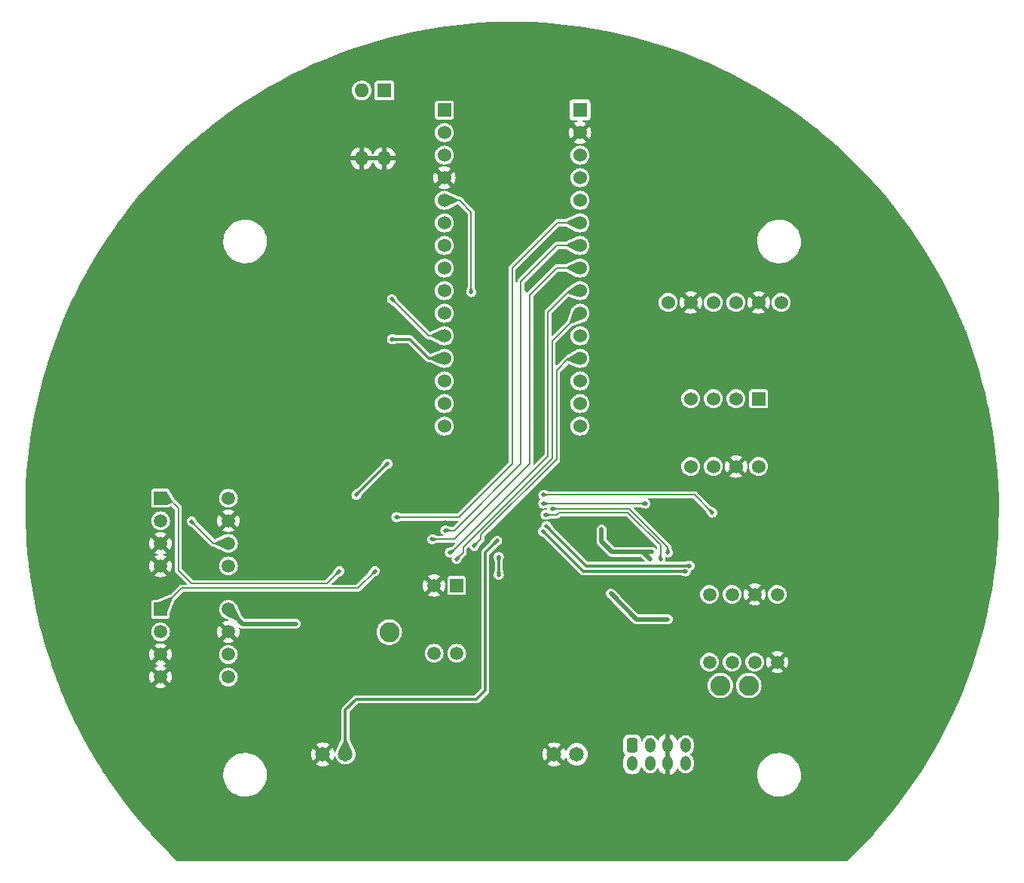
<source format=gbr>
%TF.GenerationSoftware,KiCad,Pcbnew,7.0.1-0*%
%TF.CreationDate,2023-05-22T13:58:09+09:00*%
%TF.ProjectId,SensingModule,53656e73-696e-4674-9d6f-64756c652e6b,rev?*%
%TF.SameCoordinates,Original*%
%TF.FileFunction,Copper,L2,Bot*%
%TF.FilePolarity,Positive*%
%FSLAX46Y46*%
G04 Gerber Fmt 4.6, Leading zero omitted, Abs format (unit mm)*
G04 Created by KiCad (PCBNEW 7.0.1-0) date 2023-05-22 13:58:09*
%MOMM*%
%LPD*%
G01*
G04 APERTURE LIST*
G04 Aperture macros list*
%AMRoundRect*
0 Rectangle with rounded corners*
0 $1 Rounding radius*
0 $2 $3 $4 $5 $6 $7 $8 $9 X,Y pos of 4 corners*
0 Add a 4 corners polygon primitive as box body*
4,1,4,$2,$3,$4,$5,$6,$7,$8,$9,$2,$3,0*
0 Add four circle primitives for the rounded corners*
1,1,$1+$1,$2,$3*
1,1,$1+$1,$4,$5*
1,1,$1+$1,$6,$7*
1,1,$1+$1,$8,$9*
0 Add four rect primitives between the rounded corners*
20,1,$1+$1,$2,$3,$4,$5,0*
20,1,$1+$1,$4,$5,$6,$7,0*
20,1,$1+$1,$6,$7,$8,$9,0*
20,1,$1+$1,$8,$9,$2,$3,0*%
G04 Aperture macros list end*
%TA.AperFunction,ComponentPad*%
%ADD10C,1.530000*%
%TD*%
%TA.AperFunction,ComponentPad*%
%ADD11C,1.500000*%
%TD*%
%TA.AperFunction,ComponentPad*%
%ADD12R,1.600000X1.600000*%
%TD*%
%TA.AperFunction,ComponentPad*%
%ADD13O,1.600000X1.600000*%
%TD*%
%TA.AperFunction,ComponentPad*%
%ADD14C,2.250000*%
%TD*%
%TA.AperFunction,ComponentPad*%
%ADD15R,1.500000X1.500000*%
%TD*%
%TA.AperFunction,ComponentPad*%
%ADD16C,1.650000*%
%TD*%
%TA.AperFunction,ComponentPad*%
%ADD17R,1.530000X1.530000*%
%TD*%
%TA.AperFunction,ComponentPad*%
%ADD18RoundRect,0.250000X-0.350000X-0.560000X0.350000X-0.560000X0.350000X0.560000X-0.350000X0.560000X0*%
%TD*%
%TA.AperFunction,ComponentPad*%
%ADD19O,1.200000X1.650000*%
%TD*%
%TA.AperFunction,ViaPad*%
%ADD20C,0.510000*%
%TD*%
%TA.AperFunction,Conductor*%
%ADD21C,0.500000*%
%TD*%
%TA.AperFunction,Conductor*%
%ADD22C,0.200000*%
%TD*%
%TA.AperFunction,Conductor*%
%ADD23C,0.300000*%
%TD*%
G04 APERTURE END LIST*
D10*
%TO.P,U2,1,VDD*%
%TO.N,+3.3V*%
X178740000Y-81859000D03*
%TO.P,U2,2,GND*%
%TO.N,GND*%
X176200000Y-81859000D03*
%TO.P,U2,3,SCB*%
%TO.N,+3.3V*%
X173660000Y-81859000D03*
%TO.P,U2,4,SDI*%
%TO.N,I2C_SDA*%
X171120000Y-81859000D03*
%TO.P,U2,5,SDO*%
%TO.N,GND*%
X168580000Y-81859000D03*
%TO.P,U2,6,SCK*%
%TO.N,I2C_SCL*%
X166040000Y-81859000D03*
%TD*%
D11*
%TO.P,U1,1,TXD*%
%TO.N,CAN_TX*%
X178300000Y-114700000D03*
%TO.P,U1,2,VSS*%
%TO.N,GND*%
X175760000Y-114700000D03*
%TO.P,U1,3,VDD*%
%TO.N,+5V*%
X173220000Y-114700000D03*
%TO.P,U1,4,RXD*%
%TO.N,CAN_RX*%
X170680000Y-114700000D03*
%TO.P,U1,5,Vio*%
%TO.N,+3.3V*%
X170680000Y-122320000D03*
%TO.P,U1,6,CANL*%
%TO.N,CAN_L*%
X173220000Y-122320000D03*
%TO.P,U1,7,CANH*%
%TO.N,CAN_H*%
X175760000Y-122320000D03*
%TO.P,U1,8,STBY*%
%TO.N,GND*%
X178300000Y-122320000D03*
%TD*%
D12*
%TO.P,SW1,1*%
%TO.N,DEBUG_MODE*%
X134150000Y-58024432D03*
D13*
%TO.P,SW1,2*%
%TO.N,DUMP_MODE*%
X131610000Y-58024432D03*
%TO.P,SW1,3*%
%TO.N,GND*%
X131610000Y-65644432D03*
%TO.P,SW1,4*%
X134150000Y-65644432D03*
%TD*%
D14*
%TO.P,TP2,1,1*%
%TO.N,CAN_L*%
X171900000Y-124949432D03*
%TD*%
D15*
%TO.P,U4,1*%
%TO.N,Net-(R6-Pad1)*%
X142275000Y-113700000D03*
D11*
%TO.P,U4,2*%
%TO.N,GND*%
X139735000Y-113700000D03*
%TO.P,U4,3*%
%TO.N,Net-(F1-Pad2)*%
X139735000Y-121320000D03*
%TO.P,U4,4*%
%TO.N,MEMORY_POWER*%
X142275000Y-121320000D03*
%TD*%
D14*
%TO.P,TP3,1,1*%
%TO.N,MEMORY_POWER*%
X134700000Y-118949432D03*
%TD*%
D16*
%TO.P,J1,1,Pin_1*%
%TO.N,GND*%
X153230000Y-132690000D03*
%TO.P,J1,2,Pin_2*%
%TO.N,+12V*%
X155770000Y-132690000D03*
%TD*%
D17*
%TO.P,U3,1,VIN*%
%TO.N,+3.3V*%
X176200000Y-92690000D03*
D10*
%TO.P,U3,2*%
%TO.N,N/C*%
X173660000Y-92690000D03*
%TO.P,U3,3,SDA/T*%
%TO.N,I2C_SDA*%
X171120000Y-92690000D03*
%TO.P,U3,4,SCL/R*%
%TO.N,I2C_SCL*%
X168580000Y-92690000D03*
%TO.P,U3,5,RESET*%
%TO.N,unconnected-(U3-RESET-Pad5)*%
X168580000Y-100310000D03*
%TO.P,U3,6,INT*%
%TO.N,unconnected-(U3-INT-Pad6)*%
X171120000Y-100310000D03*
%TO.P,U3,7,GND*%
%TO.N,GND*%
X173660000Y-100310000D03*
%TO.P,U3,8,VOUT*%
%TO.N,unconnected-(U3-VOUT-Pad8)*%
X176200000Y-100310000D03*
%TD*%
D17*
%TO.P,U5,3_1,PA9*%
%TO.N,unconnected-(U5A-PA9-Pad3_1)*%
X140880000Y-60220000D03*
D10*
%TO.P,U5,3_2,PA10*%
%TO.N,unconnected-(U5A-PA10-Pad3_2)*%
X140880000Y-62760000D03*
%TO.P,U5,3_3,NRST_1*%
%TO.N,unconnected-(U5A-NRST_1-Pad3_3)*%
X140880000Y-65300000D03*
%TO.P,U5,3_4,GND_1*%
%TO.N,GND*%
X140880000Y-67840000D03*
%TO.P,U5,3_5,PA12*%
%TO.N,CAN_TX*%
X140880000Y-70380000D03*
%TO.P,U5,3_6,PB0*%
%TO.N,DEBUG_MODE*%
X140880000Y-72920000D03*
%TO.P,U5,3_7,PB7*%
%TO.N,I2C_SDA*%
X140880000Y-75460000D03*
%TO.P,U5,3_8,PB6*%
%TO.N,I2C_SCL*%
X140880000Y-78000000D03*
%TO.P,U5,3_9,PB1*%
%TO.N,RECORD_STATUS*%
X140880000Y-80540000D03*
%TO.P,U5,3_10,PF0*%
%TO.N,MEMORY_POWER_CONTROL*%
X140880000Y-83080000D03*
%TO.P,U5,3_11,PF1*%
%TO.N,SD_CHECK*%
X140880000Y-85620000D03*
%TO.P,U5,3_12,PA8*%
%TO.N,SD_STATUS*%
X140880000Y-88160000D03*
%TO.P,U5,3_13,PA11*%
%TO.N,CAN_RX*%
X140880000Y-90700000D03*
%TO.P,U5,3_14,PB5*%
%TO.N,CAN_RECEIVE_STATUS*%
X140880000Y-93240000D03*
%TO.P,U5,3_15,PB4*%
%TO.N,CAN_SEND_STATUS*%
X140880000Y-95780000D03*
D17*
%TO.P,U5,4_1,VIN*%
%TO.N,+12V*%
X156120000Y-60220000D03*
D10*
%TO.P,U5,4_2,GND_2*%
%TO.N,GND*%
X156120000Y-62760000D03*
%TO.P,U5,4_3,NRST_2*%
%TO.N,unconnected-(U5B-NRST_2-Pad4_3)*%
X156120000Y-65300000D03*
%TO.P,U5,4_4,+5V*%
%TO.N,+5V*%
X156120000Y-67840000D03*
%TO.P,U5,4_5,PA2*%
%TO.N,DUMP_MODE*%
X156120000Y-70380000D03*
%TO.P,U5,4_6,PA7*%
%TO.N,SPI_MOSI*%
X156120000Y-72920000D03*
%TO.P,U5,4_7,PA6*%
%TO.N,SPI_MISO*%
X156120000Y-75460000D03*
%TO.P,U5,4_8,PA5*%
%TO.N,SPI_SCLK*%
X156120000Y-78000000D03*
%TO.P,U5,4_9,PA4*%
%TO.N,SPI_CS_FRAM1*%
X156120000Y-80540000D03*
%TO.P,U5,4_10,PA3*%
%TO.N,SPI_CS_FRAM0*%
X156120000Y-83080000D03*
%TO.P,U5,4_11,PA1*%
%TO.N,THERMISTOR*%
X156120000Y-85620000D03*
%TO.P,U5,4_12,PA0*%
%TO.N,SPI_CS_SD*%
X156120000Y-88160000D03*
%TO.P,U5,4_13,AREF*%
%TO.N,unconnected-(U5B-AREF-Pad4_13)*%
X156120000Y-90700000D03*
%TO.P,U5,4_14,+3V3*%
%TO.N,+3.3V*%
X156120000Y-93240000D03*
%TO.P,U5,4_15,PB3*%
%TO.N,unconnected-(U5B-PB3-Pad4_15)*%
X156120000Y-95780000D03*
%TD*%
D15*
%TO.P,U6,1,~{CS}*%
%TO.N,SPI_CS_FRAM0*%
X109000000Y-116380000D03*
D11*
%TO.P,U6,2,SO*%
%TO.N,SPI_MISO*%
X109000000Y-118920000D03*
%TO.P,U6,3,~{WP}*%
%TO.N,GND*%
X109000000Y-121460000D03*
%TO.P,U6,4,GND*%
X109000000Y-124000000D03*
%TO.P,U6,5,SI*%
%TO.N,SPI_MOSI*%
X116620000Y-124000000D03*
%TO.P,U6,6,SCK*%
%TO.N,SPI_SCLK*%
X116620000Y-121460000D03*
%TO.P,U6,7,~{HOLD}*%
%TO.N,GND*%
X116620000Y-118920000D03*
%TO.P,U6,8,VDD*%
%TO.N,MEMORY_POWER*%
X116620000Y-116380000D03*
%TD*%
D18*
%TO.P,J2,1,Pin_1*%
%TO.N,+12V*%
X162000000Y-131690000D03*
D19*
%TO.P,J2,2,Pin_2*%
X162000000Y-133690000D03*
%TO.P,J2,3,Pin_3*%
%TO.N,CAN_L*%
X164000000Y-131690000D03*
%TO.P,J2,4,Pin_4*%
X164000000Y-133690000D03*
%TO.P,J2,5,Pin_5*%
%TO.N,GND*%
X166000000Y-131690000D03*
%TO.P,J2,6,Pin_6*%
X166000000Y-133690000D03*
%TO.P,J2,7,Pin_7*%
%TO.N,CAN_H*%
X168000000Y-131690000D03*
%TO.P,J2,8,Pin_8*%
X168000000Y-133690000D03*
%TD*%
D16*
%TO.P,J3,1,Pin_1*%
%TO.N,GND*%
X127230000Y-132690000D03*
%TO.P,J3,2,Pin_2*%
%TO.N,THERMISTOR*%
X129770000Y-132690000D03*
%TD*%
D14*
%TO.P,TP1,1,1*%
%TO.N,CAN_H*%
X175100000Y-124949432D03*
%TD*%
D15*
%TO.P,U7,1,~{CS}*%
%TO.N,SPI_CS_FRAM1*%
X109000000Y-103880000D03*
D11*
%TO.P,U7,2,SO*%
%TO.N,SPI_MISO*%
X109000000Y-106420000D03*
%TO.P,U7,3,~{WP}*%
%TO.N,GND*%
X109000000Y-108960000D03*
%TO.P,U7,4,GND*%
X109000000Y-111500000D03*
%TO.P,U7,5,SI*%
%TO.N,SPI_MOSI*%
X116620000Y-111500000D03*
%TO.P,U7,6,SCK*%
%TO.N,SPI_SCLK*%
X116620000Y-108960000D03*
%TO.P,U7,7,~{HOLD}*%
%TO.N,GND*%
X116620000Y-106420000D03*
%TO.P,U7,8,VDD*%
%TO.N,MEMORY_POWER*%
X116620000Y-103880000D03*
%TD*%
D20*
%TO.N,GND*%
X157600000Y-110800000D03*
X179400000Y-118600000D03*
X177600000Y-94800000D03*
X145400000Y-85600000D03*
X163800000Y-105600000D03*
X157600000Y-113800000D03*
X166000000Y-102600000D03*
X165100000Y-114449432D03*
X135900000Y-57449432D03*
X133400000Y-113000000D03*
X135600000Y-101000000D03*
X156200000Y-127400000D03*
X136400000Y-111600000D03*
X138400000Y-76000000D03*
X134500000Y-110749432D03*
X103800000Y-111400000D03*
X147400000Y-99600000D03*
X163600000Y-108800000D03*
X142400000Y-79800000D03*
X155400000Y-120600000D03*
X158200000Y-85600000D03*
X164400000Y-143200000D03*
X170600000Y-116400000D03*
X170400000Y-124200000D03*
X163600000Y-129200000D03*
X156200000Y-107800000D03*
X169800000Y-91600000D03*
X122000000Y-86400000D03*
X95400000Y-103000000D03*
X146000000Y-126600000D03*
X169600000Y-138600000D03*
X167400000Y-110000000D03*
X135000000Y-84000000D03*
X111600000Y-142600000D03*
X142600000Y-76800000D03*
X147500000Y-66500000D03*
X132200000Y-104400000D03*
X170800000Y-119600000D03*
X113400000Y-116400000D03*
X159100000Y-65949432D03*
X129400000Y-113000000D03*
X174600000Y-110000000D03*
X122600000Y-89200000D03*
X153200000Y-71400000D03*
X145400000Y-94000000D03*
X149000000Y-112200000D03*
X183000000Y-121400000D03*
X157300000Y-71749432D03*
X147400000Y-87600000D03*
X142400000Y-92600000D03*
X163200000Y-113000000D03*
X174000000Y-105600000D03*
X185800000Y-88600000D03*
X120800000Y-115600000D03*
X190000000Y-102175000D03*
X163600000Y-122400000D03*
X118400000Y-115600000D03*
X137400000Y-108200000D03*
X152600000Y-109600000D03*
X169600000Y-107400000D03*
X117000000Y-89200000D03*
X154400000Y-76800000D03*
X163600000Y-71000000D03*
X175000000Y-120749432D03*
X111600000Y-119800000D03*
X160400000Y-102400000D03*
X160400000Y-131000000D03*
X141000000Y-106600000D03*
X150400000Y-79949432D03*
X163600000Y-81600000D03*
X154400000Y-74000000D03*
X154400000Y-79400000D03*
X159600000Y-116200000D03*
X167400000Y-86000000D03*
X149400000Y-78349432D03*
X121600000Y-66600000D03*
X139800000Y-125400000D03*
X111800000Y-100400000D03*
X118400000Y-102800000D03*
X165800000Y-105600000D03*
X113600000Y-82600000D03*
X160400000Y-113000000D03*
X139800000Y-58400000D03*
X136800000Y-84600000D03*
X169600000Y-129200000D03*
X153000000Y-102600000D03*
X149800000Y-121200000D03*
X118400000Y-112600000D03*
X112800000Y-86800000D03*
X174800000Y-86400000D03*
X147400000Y-77800000D03*
X146300000Y-113549432D03*
X132200000Y-128000000D03*
X153800000Y-83749432D03*
X122000000Y-93600000D03*
X125200000Y-56600000D03*
X111200000Y-81600000D03*
X139800000Y-105000000D03*
X183200000Y-112400000D03*
X179600000Y-103800000D03*
X157200000Y-79249432D03*
X160400000Y-87000000D03*
X177800000Y-86400000D03*
X102000000Y-130800000D03*
X154600000Y-57400000D03*
X144200000Y-134200000D03*
X171200000Y-104400000D03*
X130200000Y-102400000D03*
X194200000Y-132200000D03*
X160600000Y-110800000D03*
X134800000Y-97800000D03*
X167000000Y-92400000D03*
X163200000Y-116400000D03*
X132100000Y-110049432D03*
X147600000Y-109600000D03*
X102800000Y-91600000D03*
X155000000Y-87000000D03*
X151600000Y-98800000D03*
X151600000Y-88200000D03*
X139800000Y-101800000D03*
X167400000Y-95600000D03*
X142800000Y-90000000D03*
X163200000Y-118600000D03*
X172200000Y-66800000D03*
X144400000Y-114600000D03*
X96200000Y-115800000D03*
X109800000Y-68400000D03*
X129200000Y-126600000D03*
X163400000Y-102600000D03*
X162600000Y-95000000D03*
X144400000Y-121200000D03*
X200600000Y-117800000D03*
X135400000Y-143200000D03*
X145400000Y-79200000D03*
X136800000Y-81800000D03*
X145400000Y-101800000D03*
X125000000Y-80600000D03*
X197800000Y-84600000D03*
X114600000Y-111200000D03*
X117600000Y-126400000D03*
X185200000Y-143200000D03*
X168400000Y-98400000D03*
X120600000Y-112600000D03*
X125000000Y-105200000D03*
X155000000Y-89600000D03*
X202200000Y-103000000D03*
X171600000Y-56600000D03*
X168400000Y-105200000D03*
X187200000Y-68000000D03*
X120800000Y-119600000D03*
X192200000Y-117600000D03*
X157200000Y-94600000D03*
X165100000Y-118649432D03*
X185400000Y-133000000D03*
X120200000Y-100200000D03*
X178400000Y-113000000D03*
X182000000Y-114800000D03*
X162800000Y-61749432D03*
X99000000Y-84600000D03*
X125200000Y-90800000D03*
X138400000Y-83000000D03*
X158800000Y-92400000D03*
X172600000Y-95000000D03*
X177000000Y-98600000D03*
X138400000Y-88800000D03*
X134800000Y-87200000D03*
X115000000Y-95200000D03*
X160600000Y-106400000D03*
X128200000Y-115800000D03*
X147600000Y-51200000D03*
X156200000Y-102000000D03*
%TO.N,+5V*%
X160200000Y-115200000D03*
X166000000Y-117500000D03*
X165000000Y-117500000D03*
X159600000Y-114600000D03*
%TO.N,+3.3V*%
X163201000Y-109925500D03*
X164000000Y-110724500D03*
X158550000Y-107400000D03*
X158550000Y-108750000D03*
X164200000Y-109925500D03*
%TO.N,CAN_TX*%
X152997046Y-105062447D03*
X143900000Y-80700000D03*
X166000000Y-110000000D03*
%TO.N,CAN_RX*%
X165177442Y-110750018D03*
X152250000Y-105750000D03*
%TO.N,THERMISTOR*%
X146825000Y-108675000D03*
%TO.N,SPI_SCLK*%
X139500000Y-108500000D03*
X112500000Y-106500000D03*
%TO.N,SPI_MOSI*%
X135500000Y-106012299D03*
%TO.N,SPI_MISO*%
X141000000Y-107512299D03*
%TO.N,SPI_CS_SD*%
X144250000Y-109250000D03*
%TO.N,SPI_CS_FRAM1*%
X141500000Y-110000000D03*
X129087500Y-112087500D03*
%TO.N,SPI_CS_FRAM0*%
X142261865Y-110738135D03*
X133087500Y-112087500D03*
%TO.N,MEMORY_POWER_CONTROL*%
X147000000Y-112500000D03*
X147000000Y-110500000D03*
%TO.N,MEMORY_POWER*%
X123600000Y-118000000D03*
X124200000Y-118000000D03*
%TO.N,I2C_SDA*%
X171000000Y-105500000D03*
X152000000Y-103500000D03*
%TO.N,I2C_SCL*%
X152000000Y-104500000D03*
X163500000Y-104500000D03*
%TO.N,SD_STATUS*%
X135000000Y-86000000D03*
%TO.N,CAN_SEND_STATUS*%
X151995123Y-107612861D03*
X168000000Y-112104500D03*
%TO.N,CAN_RECEIVE_STATUS*%
X168454500Y-111500000D03*
X152352606Y-107000000D03*
%TO.N,RECORD_STATUS*%
X134500000Y-100000000D03*
X131000000Y-103500000D03*
%TO.N,SD_CHECK*%
X135000000Y-81500000D03*
%TD*%
D21*
%TO.N,+5V*%
X159600000Y-114600000D02*
X162500000Y-117500000D01*
X162500000Y-117500000D02*
X165000000Y-117500000D01*
X166000000Y-117500000D02*
X165000000Y-117500000D01*
%TO.N,+3.3V*%
X159725500Y-109925500D02*
X163201000Y-109925500D01*
X163201000Y-109925500D02*
X164200000Y-109925500D01*
X158550000Y-108750000D02*
X159725500Y-109925500D01*
X158550000Y-108750000D02*
X158550000Y-107400000D01*
X164000000Y-110724500D02*
X163201000Y-109925500D01*
D22*
%TO.N,CAN_TX*%
X143900000Y-80700000D02*
X143900000Y-71700000D01*
X166000000Y-110000000D02*
X166000000Y-109434314D01*
X153009599Y-105075000D02*
X152997046Y-105062447D01*
X166000000Y-109434314D02*
X161640686Y-105075000D01*
X143900000Y-71700000D02*
X142580000Y-70380000D01*
X161640686Y-105075000D02*
X153009599Y-105075000D01*
X142580000Y-70380000D02*
X140880000Y-70380000D01*
%TO.N,CAN_RX*%
X165177442Y-110750018D02*
X165177442Y-109177442D01*
X153750000Y-105500000D02*
X153500000Y-105750000D01*
X153500000Y-105750000D02*
X152250000Y-105750000D01*
X165177442Y-109177442D02*
X161500000Y-105500000D01*
X161500000Y-105500000D02*
X153750000Y-105500000D01*
D23*
%TO.N,THERMISTOR*%
X131000000Y-126500000D02*
X129770000Y-127730000D01*
X146825000Y-108675000D02*
X145500000Y-110000000D01*
X145500000Y-125500000D02*
X144500000Y-126500000D01*
X129770000Y-127730000D02*
X129770000Y-132690000D01*
X145500000Y-110000000D02*
X145500000Y-125500000D01*
X144500000Y-126500000D02*
X131000000Y-126500000D01*
D22*
%TO.N,SPI_SCLK*%
X142000000Y-108500000D02*
X150500000Y-100000000D01*
X112500000Y-106500000D02*
X114960000Y-108960000D01*
X150500000Y-81000000D02*
X153500000Y-78000000D01*
X139500000Y-108500000D02*
X142000000Y-108500000D01*
X114960000Y-108960000D02*
X116620000Y-108960000D01*
X150500000Y-100000000D02*
X150500000Y-81000000D01*
X153500000Y-78000000D02*
X156120000Y-78000000D01*
%TO.N,SPI_MOSI*%
X148500000Y-78000000D02*
X153580000Y-72920000D01*
X148500000Y-100000000D02*
X148500000Y-78000000D01*
X142500000Y-106000000D02*
X148500000Y-100000000D01*
X153580000Y-72920000D02*
X156120000Y-72920000D01*
X135512299Y-106000000D02*
X142500000Y-106000000D01*
X135500000Y-106012299D02*
X135512299Y-106000000D01*
%TO.N,SPI_MISO*%
X153540000Y-75460000D02*
X156120000Y-75460000D01*
X141987701Y-107512299D02*
X149500000Y-100000000D01*
X141000000Y-107512299D02*
X141987701Y-107512299D01*
X149500000Y-100000000D02*
X149500000Y-79500000D01*
X149500000Y-79500000D02*
X153540000Y-75460000D01*
%TO.N,SPI_CS_SD*%
X144250000Y-109250000D02*
X145000000Y-108500000D01*
X153500000Y-99500000D02*
X153500000Y-89500000D01*
X153500000Y-89500000D02*
X154840000Y-88160000D01*
X145000000Y-108000000D02*
X153500000Y-99500000D01*
X145000000Y-108500000D02*
X145000000Y-108000000D01*
X154840000Y-88160000D02*
X156120000Y-88160000D01*
%TO.N,SPI_CS_FRAM1*%
X141691382Y-110000000D02*
X152550000Y-99141382D01*
X152550000Y-99141382D02*
X152550000Y-82950000D01*
X129087500Y-112087500D02*
X127675000Y-113500000D01*
X154960000Y-80540000D02*
X156120000Y-80540000D01*
X127675000Y-113500000D02*
X112500000Y-113500000D01*
X111000000Y-105000000D02*
X109880000Y-103880000D01*
X141500000Y-110000000D02*
X141691382Y-110000000D01*
X109880000Y-103880000D02*
X109000000Y-103880000D01*
X112500000Y-113500000D02*
X111000000Y-112000000D01*
X111000000Y-112000000D02*
X111000000Y-105000000D01*
X152550000Y-82950000D02*
X154960000Y-80540000D01*
%TO.N,SPI_CS_FRAM0*%
X131175000Y-114000000D02*
X111380000Y-114000000D01*
X153000000Y-86200000D02*
X156120000Y-83080000D01*
X142261865Y-110738135D02*
X143000000Y-110000000D01*
X111380000Y-114000000D02*
X109000000Y-116380000D01*
X133087500Y-112087500D02*
X131175000Y-114000000D01*
X143000000Y-110000000D02*
X143000000Y-109373557D01*
X153000000Y-99373557D02*
X153000000Y-86200000D01*
X143000000Y-109373557D02*
X153000000Y-99373557D01*
D23*
%TO.N,MEMORY_POWER_CONTROL*%
X147000000Y-112500000D02*
X147000000Y-110500000D01*
D21*
%TO.N,MEMORY_POWER*%
X123600000Y-118000000D02*
X118240000Y-118000000D01*
X118240000Y-118000000D02*
X116620000Y-116380000D01*
X124200000Y-118000000D02*
X123600000Y-118000000D01*
D22*
%TO.N,I2C_SDA*%
X169000000Y-103500000D02*
X171000000Y-105500000D01*
X152000000Y-103500000D02*
X169000000Y-103500000D01*
%TO.N,I2C_SCL*%
X163500000Y-104500000D02*
X152000000Y-104500000D01*
D23*
%TO.N,SD_STATUS*%
X135000000Y-86000000D02*
X137000000Y-86000000D01*
X137000000Y-86000000D02*
X139160000Y-88160000D01*
X139160000Y-88160000D02*
X140880000Y-88160000D01*
%TO.N,CAN_SEND_STATUS*%
X156486762Y-112104500D02*
X168000000Y-112104500D01*
X151995123Y-107612861D02*
X156486762Y-112104500D01*
%TO.N,CAN_RECEIVE_STATUS*%
X156852606Y-111500000D02*
X168454500Y-111500000D01*
X152352606Y-107000000D02*
X156852606Y-111500000D01*
%TO.N,RECORD_STATUS*%
X131000000Y-103500000D02*
X134500000Y-100000000D01*
D22*
%TO.N,SD_CHECK*%
X135000000Y-81500000D02*
X139120000Y-85620000D01*
X139120000Y-85620000D02*
X140880000Y-85620000D01*
%TD*%
%TA.AperFunction,Conductor*%
%TO.N,GND*%
G36*
X149237930Y-50304921D02*
G01*
X150709866Y-50344600D01*
X150711517Y-50344667D01*
X152181902Y-50423999D01*
X152183480Y-50424105D01*
X153651289Y-50543039D01*
X153652821Y-50543185D01*
X155116823Y-50701621D01*
X155118471Y-50701822D01*
X156577633Y-50899648D01*
X156579181Y-50899878D01*
X158032561Y-51136965D01*
X158034164Y-51137249D01*
X159480528Y-51413395D01*
X159482157Y-51413728D01*
X160920595Y-51728759D01*
X160922186Y-51729131D01*
X162351579Y-52082800D01*
X162353117Y-52083202D01*
X163772548Y-52475286D01*
X163774060Y-52475726D01*
X165182377Y-52905907D01*
X165183960Y-52906414D01*
X166580132Y-53374376D01*
X166581652Y-53374908D01*
X167964724Y-53880329D01*
X167966227Y-53880900D01*
X169335191Y-54423414D01*
X169336713Y-54424041D01*
X170690502Y-55003222D01*
X170692033Y-55003901D01*
X172029779Y-55619378D01*
X172031205Y-55620058D01*
X172968972Y-56082526D01*
X173351855Y-56271349D01*
X173353355Y-56272114D01*
X174655930Y-56958731D01*
X174657405Y-56959534D01*
X175941046Y-57681027D01*
X175942456Y-57681844D01*
X177206215Y-58437682D01*
X177207565Y-58438514D01*
X178450509Y-59228139D01*
X178451880Y-59229036D01*
X178738129Y-59421906D01*
X179673036Y-60051830D01*
X179674418Y-60052789D01*
X180872971Y-60908198D01*
X180874261Y-60909145D01*
X182049379Y-61796580D01*
X182050660Y-61797575D01*
X182979918Y-62539495D01*
X183201366Y-62716299D01*
X183202657Y-62717357D01*
X183514622Y-62980504D01*
X184328216Y-63666780D01*
X184329488Y-63667883D01*
X185429025Y-64647264D01*
X185430268Y-64648402D01*
X186502989Y-65657034D01*
X186504200Y-65658204D01*
X187549390Y-66695414D01*
X187550550Y-66696596D01*
X188304699Y-67486446D01*
X188567412Y-67761596D01*
X188568548Y-67762819D01*
X189015988Y-68257468D01*
X189556334Y-68854826D01*
X189557447Y-68856090D01*
X190515457Y-69974330D01*
X190516535Y-69975624D01*
X191444033Y-71119237D01*
X191445076Y-71120559D01*
X192341421Y-72288748D01*
X192342429Y-72290099D01*
X193207007Y-73482074D01*
X193207977Y-73483450D01*
X194040080Y-74698229D01*
X194041013Y-74699631D01*
X194840095Y-75936418D01*
X194840990Y-75937845D01*
X195606459Y-77195725D01*
X195607315Y-77197176D01*
X196338592Y-78475195D01*
X196339409Y-78476668D01*
X197035996Y-79773957D01*
X197036773Y-79775452D01*
X197698148Y-81091039D01*
X197698883Y-81092552D01*
X198076112Y-81896187D01*
X198324561Y-82425472D01*
X198325252Y-82426997D01*
X198383076Y-82559342D01*
X198914781Y-83776287D01*
X198915435Y-83777839D01*
X199468412Y-85142579D01*
X199469023Y-85144149D01*
X199984997Y-86523223D01*
X199985566Y-86524808D01*
X200464201Y-87917321D01*
X200464727Y-87918921D01*
X200905661Y-89323813D01*
X200906144Y-89325427D01*
X201309063Y-90741704D01*
X201309502Y-90743330D01*
X201674109Y-92169943D01*
X201674504Y-92171580D01*
X202000541Y-93607534D01*
X202000891Y-93609182D01*
X202288098Y-95053307D01*
X202288405Y-95054963D01*
X202536609Y-96506410D01*
X202536870Y-96508074D01*
X202745861Y-97965600D01*
X202746078Y-97967270D01*
X202915724Y-99429971D01*
X202915895Y-99431647D01*
X203046056Y-100898306D01*
X203046183Y-100899986D01*
X203136779Y-102369688D01*
X203136860Y-102371370D01*
X203187818Y-103842982D01*
X203187853Y-103844666D01*
X203199137Y-105317077D01*
X203199127Y-105318761D01*
X203170730Y-106790941D01*
X203170675Y-106792625D01*
X203102615Y-108263508D01*
X203102515Y-108265189D01*
X202994843Y-109733742D01*
X202994697Y-109735420D01*
X202847492Y-111200505D01*
X202847301Y-111202179D01*
X202660669Y-112662777D01*
X202660433Y-112664445D01*
X202434509Y-114119479D01*
X202434228Y-114121139D01*
X202169182Y-115569531D01*
X202168857Y-115571184D01*
X201864866Y-117011959D01*
X201864496Y-117013602D01*
X201521800Y-118445626D01*
X201521386Y-118447259D01*
X201140220Y-119869545D01*
X201139762Y-119871166D01*
X200720404Y-121282675D01*
X200719902Y-121284283D01*
X200262679Y-122683921D01*
X200262135Y-122685515D01*
X199767331Y-124072415D01*
X199766743Y-124073993D01*
X199234787Y-125446945D01*
X199234158Y-125448508D01*
X198665349Y-126806740D01*
X198664677Y-126808284D01*
X198059508Y-128150622D01*
X198058795Y-128152148D01*
X197417682Y-129477672D01*
X197416929Y-129479179D01*
X196740291Y-130787021D01*
X196739497Y-130788506D01*
X196027877Y-132077611D01*
X196027043Y-132079074D01*
X195280961Y-133348506D01*
X195280088Y-133349947D01*
X194500039Y-134598861D01*
X194499127Y-134600277D01*
X193685751Y-135827650D01*
X193684802Y-135829042D01*
X192838611Y-137034102D01*
X192837625Y-137035467D01*
X191959268Y-138217287D01*
X191958245Y-138218625D01*
X191048365Y-139376340D01*
X191047306Y-139377650D01*
X190106596Y-140510382D01*
X190105503Y-140511664D01*
X189134544Y-141618711D01*
X189133416Y-141619962D01*
X188133015Y-142700401D01*
X188131854Y-142701621D01*
X187102720Y-143754691D01*
X187101527Y-143755880D01*
X186146461Y-144681872D01*
X186102955Y-144699500D01*
X110897045Y-144699500D01*
X110853539Y-144681872D01*
X109898472Y-143755880D01*
X109897279Y-143754691D01*
X108868145Y-142701621D01*
X108866984Y-142700401D01*
X107866583Y-141619962D01*
X107865455Y-141618711D01*
X106894496Y-140511664D01*
X106893403Y-140510382D01*
X105952693Y-139377650D01*
X105951634Y-139376340D01*
X105041754Y-138218625D01*
X105040731Y-138217287D01*
X104162374Y-137035467D01*
X104161388Y-137034102D01*
X103315197Y-135829042D01*
X103314248Y-135827650D01*
X103228775Y-135698673D01*
X102713610Y-134921296D01*
X116045717Y-134921296D01*
X116055802Y-135235789D01*
X116106021Y-135546410D01*
X116151211Y-135698670D01*
X116195549Y-135848059D01*
X116322916Y-136135786D01*
X116406058Y-136272936D01*
X116486030Y-136404858D01*
X116682214Y-136650865D01*
X116682215Y-136650866D01*
X116908246Y-136869765D01*
X117160415Y-137057963D01*
X117434578Y-137212370D01*
X117591962Y-137276087D01*
X117726238Y-137330449D01*
X118030601Y-137410263D01*
X118342673Y-137450500D01*
X118578573Y-137450500D01*
X118578580Y-137450500D01*
X118814008Y-137435385D01*
X119122860Y-137375236D01*
X119421485Y-137276086D01*
X119704979Y-137139562D01*
X119968687Y-136967907D01*
X120208280Y-136763939D01*
X120419822Y-136531007D01*
X120599842Y-136272936D01*
X120745381Y-135993964D01*
X120854052Y-135698670D01*
X120924069Y-135391905D01*
X120954283Y-135078704D01*
X120944198Y-134764211D01*
X120893979Y-134453590D01*
X120804451Y-134151941D01*
X120720453Y-133962188D01*
X120677083Y-133864213D01*
X120630261Y-133786976D01*
X126486575Y-133786976D01*
X126564967Y-133841866D01*
X126775093Y-133939849D01*
X126999036Y-133999854D01*
X127230000Y-134020061D01*
X127460963Y-133999854D01*
X127684906Y-133939849D01*
X127895028Y-133841867D01*
X127973422Y-133786975D01*
X127230000Y-133043553D01*
X126486575Y-133786976D01*
X120630261Y-133786976D01*
X120513971Y-133595144D01*
X120513970Y-133595142D01*
X120317786Y-133349135D01*
X120264811Y-133297832D01*
X120091753Y-133130234D01*
X119839584Y-132942036D01*
X119565421Y-132787629D01*
X119324271Y-132689999D01*
X125899938Y-132689999D01*
X125920145Y-132920963D01*
X125980150Y-133144906D01*
X126078133Y-133355032D01*
X126133022Y-133433423D01*
X126876447Y-132690000D01*
X127583553Y-132690000D01*
X128326975Y-133433422D01*
X128381867Y-133355028D01*
X128479849Y-133144906D01*
X128541270Y-132915681D01*
X128542194Y-132915928D01*
X128557746Y-132882400D01*
X128596184Y-132864201D01*
X128637368Y-132874810D01*
X128662229Y-132909315D01*
X128697163Y-133032093D01*
X128716006Y-133098319D01*
X128808981Y-133285038D01*
X128934682Y-133451493D01*
X129088829Y-133592016D01*
X129266172Y-133701823D01*
X129266175Y-133701824D01*
X129449268Y-133772755D01*
X129460673Y-133777173D01*
X129665707Y-133815500D01*
X129874292Y-133815500D01*
X129874293Y-133815500D01*
X130026885Y-133786976D01*
X152486575Y-133786976D01*
X152564967Y-133841866D01*
X152775093Y-133939849D01*
X152999036Y-133999854D01*
X153230000Y-134020061D01*
X153460963Y-133999854D01*
X153590533Y-133965136D01*
X160979500Y-133965136D01*
X160994265Y-134115051D01*
X161052619Y-134307419D01*
X161062384Y-134325688D01*
X161147379Y-134484703D01*
X161274906Y-134640094D01*
X161430297Y-134767621D01*
X161607582Y-134862381D01*
X161799947Y-134920734D01*
X162000000Y-134940438D01*
X162200053Y-134920734D01*
X162392418Y-134862381D01*
X162569703Y-134767621D01*
X162725094Y-134640094D01*
X162852621Y-134484703D01*
X162947381Y-134307418D01*
X163002255Y-134126520D01*
X163024587Y-134094647D01*
X163061450Y-134082167D01*
X163098552Y-134093921D01*
X163121504Y-134125349D01*
X163130145Y-134151941D01*
X163172820Y-134283282D01*
X163267468Y-134447218D01*
X163326168Y-134512410D01*
X163394129Y-134587888D01*
X163547270Y-134699151D01*
X163720197Y-134776144D01*
X163843634Y-134802381D01*
X163905353Y-134815500D01*
X163905354Y-134815500D01*
X164094646Y-134815500D01*
X164094647Y-134815500D01*
X164140935Y-134805661D01*
X164279803Y-134776144D01*
X164452730Y-134699151D01*
X164605871Y-134587888D01*
X164732533Y-134447216D01*
X164827179Y-134283284D01*
X164835379Y-134258045D01*
X164858445Y-134226535D01*
X164895712Y-134214865D01*
X164932631Y-134227594D01*
X164954788Y-134259751D01*
X164974149Y-134325688D01*
X165070410Y-134512410D01*
X165200270Y-134677539D01*
X165359033Y-134815108D01*
X165540964Y-134920146D01*
X165739485Y-134988855D01*
X165750000Y-134990367D01*
X165750000Y-130393741D01*
X165638588Y-130420770D01*
X165447500Y-130508036D01*
X165276374Y-130629895D01*
X165131407Y-130781931D01*
X165017833Y-130958656D01*
X164951968Y-131123178D01*
X164928109Y-131152285D01*
X164891862Y-131162414D01*
X164856370Y-131149893D01*
X164834504Y-131119261D01*
X164827180Y-131096719D01*
X164827179Y-131096717D01*
X164827179Y-131096716D01*
X164732533Y-130932784D01*
X164732532Y-130932783D01*
X164732531Y-130932781D01*
X164660511Y-130852796D01*
X164605871Y-130792112D01*
X164452730Y-130680849D01*
X164279803Y-130603856D01*
X164279801Y-130603855D01*
X164279800Y-130603855D01*
X164094647Y-130564500D01*
X164094646Y-130564500D01*
X163905354Y-130564500D01*
X163905353Y-130564500D01*
X163720199Y-130603855D01*
X163547271Y-130680848D01*
X163547269Y-130680849D01*
X163547270Y-130680849D01*
X163394129Y-130792112D01*
X163394126Y-130792114D01*
X163394126Y-130792115D01*
X163267468Y-130932781D01*
X163172820Y-131096717D01*
X163142440Y-131190218D01*
X163115655Y-131224194D01*
X163073222Y-131232634D01*
X163035474Y-131211494D01*
X163020499Y-131170904D01*
X163020499Y-131075811D01*
X163020499Y-131075806D01*
X163014361Y-131008251D01*
X162965920Y-130852797D01*
X162881683Y-130713453D01*
X162766547Y-130598317D01*
X162627203Y-130514080D01*
X162556833Y-130492152D01*
X162471747Y-130465638D01*
X162404199Y-130459500D01*
X161595810Y-130459500D01*
X161566248Y-130462186D01*
X161528251Y-130465639D01*
X161443164Y-130492152D01*
X161372796Y-130514080D01*
X161233452Y-130598317D01*
X161118317Y-130713452D01*
X161034080Y-130852797D01*
X160985638Y-131008252D01*
X160979500Y-131075800D01*
X160979500Y-132304189D01*
X160981454Y-132325688D01*
X160985639Y-132371749D01*
X161027220Y-132505189D01*
X161034080Y-132527203D01*
X161118317Y-132666547D01*
X161197333Y-132745563D01*
X161215564Y-132786690D01*
X161201453Y-132829406D01*
X161147378Y-132895298D01*
X161052619Y-133072580D01*
X160994265Y-133264948D01*
X160979500Y-133414864D01*
X160979500Y-133965136D01*
X153590533Y-133965136D01*
X153684906Y-133939849D01*
X153895028Y-133841867D01*
X153973422Y-133786975D01*
X153230000Y-133043553D01*
X152486575Y-133786976D01*
X130026885Y-133786976D01*
X130079327Y-133777173D01*
X130273828Y-133701823D01*
X130451171Y-133592016D01*
X130605318Y-133451493D01*
X130731019Y-133285038D01*
X130823994Y-133098319D01*
X130881076Y-132897696D01*
X130900322Y-132690000D01*
X130900322Y-132689999D01*
X151899938Y-132689999D01*
X151920145Y-132920963D01*
X151980150Y-133144906D01*
X152078133Y-133355032D01*
X152133022Y-133433423D01*
X152876447Y-132690000D01*
X153583553Y-132690000D01*
X154326975Y-133433422D01*
X154381867Y-133355028D01*
X154479849Y-133144907D01*
X154482122Y-133136423D01*
X154502316Y-133104719D01*
X154537044Y-133090333D01*
X154573742Y-133098468D01*
X154599137Y-133126181D01*
X154687245Y-133315129D01*
X154812246Y-133493650D01*
X154966349Y-133647753D01*
X155043571Y-133701824D01*
X155144871Y-133772755D01*
X155342387Y-133864858D01*
X155412556Y-133883659D01*
X155552893Y-133921264D01*
X155770000Y-133940258D01*
X155987106Y-133921264D01*
X156057274Y-133902461D01*
X156197613Y-133864858D01*
X156395129Y-133772755D01*
X156573650Y-133647753D01*
X156727753Y-133493650D01*
X156852755Y-133315129D01*
X156944858Y-133117613D01*
X157001264Y-132907105D01*
X157020258Y-132690000D01*
X157016986Y-132652599D01*
X157001264Y-132472893D01*
X156956062Y-132304200D01*
X156944858Y-132262387D01*
X156852755Y-132064871D01*
X156815279Y-132011351D01*
X156727753Y-131886349D01*
X156573650Y-131732246D01*
X156395129Y-131607245D01*
X156197611Y-131515141D01*
X155987106Y-131458735D01*
X155770000Y-131439741D01*
X155552893Y-131458735D01*
X155342388Y-131515141D01*
X155144870Y-131607245D01*
X154966349Y-131732246D01*
X154812246Y-131886349D01*
X154687245Y-132064870D01*
X154599137Y-132253818D01*
X154573742Y-132281531D01*
X154537044Y-132289666D01*
X154502317Y-132275280D01*
X154482122Y-132243577D01*
X154479848Y-132235091D01*
X154381867Y-132024971D01*
X154326974Y-131946577D01*
X153583553Y-132690000D01*
X152876447Y-132690000D01*
X152133023Y-131946576D01*
X152078133Y-132024968D01*
X151980150Y-132235093D01*
X151920145Y-132459036D01*
X151899938Y-132689999D01*
X130900322Y-132689999D01*
X130881076Y-132482304D01*
X130823994Y-132281681D01*
X130812875Y-132259351D01*
X130809045Y-132249738D01*
X130804809Y-132235858D01*
X130509862Y-131593023D01*
X152486576Y-131593023D01*
X153229999Y-132336446D01*
X153973423Y-131593022D01*
X153895032Y-131538133D01*
X153684906Y-131440150D01*
X153460963Y-131380145D01*
X153230000Y-131359938D01*
X152999036Y-131380145D01*
X152775093Y-131440150D01*
X152564968Y-131538133D01*
X152486576Y-131593023D01*
X130509862Y-131593023D01*
X130226194Y-130974770D01*
X130220500Y-130948707D01*
X130220500Y-130389633D01*
X166250000Y-130389633D01*
X166250000Y-134986258D01*
X166361411Y-134959229D01*
X166444474Y-134921296D01*
X176045717Y-134921296D01*
X176055802Y-135235789D01*
X176106021Y-135546410D01*
X176151211Y-135698670D01*
X176195549Y-135848059D01*
X176322916Y-136135786D01*
X176406058Y-136272936D01*
X176486030Y-136404858D01*
X176682214Y-136650865D01*
X176682215Y-136650866D01*
X176908246Y-136869765D01*
X177160415Y-137057963D01*
X177434578Y-137212370D01*
X177591962Y-137276087D01*
X177726238Y-137330449D01*
X178030601Y-137410263D01*
X178342673Y-137450500D01*
X178578573Y-137450500D01*
X178578580Y-137450500D01*
X178814008Y-137435385D01*
X179122860Y-137375236D01*
X179421485Y-137276086D01*
X179704979Y-137139562D01*
X179968687Y-136967907D01*
X180208280Y-136763939D01*
X180419822Y-136531007D01*
X180599842Y-136272936D01*
X180745381Y-135993964D01*
X180854052Y-135698670D01*
X180924069Y-135391905D01*
X180954283Y-135078704D01*
X180944198Y-134764211D01*
X180893979Y-134453590D01*
X180804451Y-134151941D01*
X180720453Y-133962188D01*
X180677083Y-133864213D01*
X180513971Y-133595144D01*
X180513970Y-133595142D01*
X180317786Y-133349135D01*
X180264811Y-133297832D01*
X180091753Y-133130234D01*
X179839584Y-132942036D01*
X179565421Y-132787629D01*
X179273766Y-132669552D01*
X178969397Y-132589736D01*
X178657327Y-132549500D01*
X178421420Y-132549500D01*
X178185992Y-132564615D01*
X178185988Y-132564615D01*
X178185984Y-132564616D01*
X177877143Y-132624763D01*
X177578519Y-132723912D01*
X177295014Y-132860441D01*
X177031312Y-133032093D01*
X176791721Y-133236059D01*
X176580178Y-133468992D01*
X176400157Y-133727065D01*
X176254618Y-134006036D01*
X176152589Y-134283284D01*
X176145948Y-134301330D01*
X176144558Y-134307419D01*
X176075930Y-134608097D01*
X176051400Y-134862381D01*
X176045717Y-134921296D01*
X166444474Y-134921296D01*
X166552499Y-134871963D01*
X166723625Y-134750104D01*
X166868592Y-134598068D01*
X166982166Y-134421343D01*
X167048031Y-134256821D01*
X167071889Y-134227714D01*
X167108136Y-134217585D01*
X167143628Y-134230106D01*
X167165494Y-134260736D01*
X167172821Y-134283284D01*
X167197303Y-134325688D01*
X167267468Y-134447218D01*
X167326168Y-134512410D01*
X167394129Y-134587888D01*
X167547270Y-134699151D01*
X167720197Y-134776144D01*
X167843634Y-134802381D01*
X167905353Y-134815500D01*
X167905354Y-134815500D01*
X168094646Y-134815500D01*
X168094647Y-134815500D01*
X168140935Y-134805661D01*
X168279803Y-134776144D01*
X168452730Y-134699151D01*
X168605871Y-134587888D01*
X168732533Y-134447216D01*
X168827179Y-134283284D01*
X168885674Y-134103256D01*
X168900500Y-133962192D01*
X168900500Y-133417808D01*
X168885674Y-133276744D01*
X168827179Y-133096716D01*
X168732533Y-132932784D01*
X168732532Y-132932783D01*
X168732531Y-132932781D01*
X168605871Y-132792112D01*
X168534919Y-132740562D01*
X168512215Y-132709312D01*
X168512215Y-132670685D01*
X168534917Y-132639438D01*
X168605871Y-132587888D01*
X168732533Y-132447216D01*
X168827179Y-132283284D01*
X168885674Y-132103256D01*
X168900500Y-131962192D01*
X168900500Y-131417808D01*
X168885674Y-131276744D01*
X168827179Y-131096716D01*
X168732533Y-130932784D01*
X168732532Y-130932783D01*
X168732531Y-130932781D01*
X168660511Y-130852796D01*
X168605871Y-130792112D01*
X168452730Y-130680849D01*
X168279803Y-130603856D01*
X168279801Y-130603855D01*
X168279800Y-130603855D01*
X168094647Y-130564500D01*
X168094646Y-130564500D01*
X167905354Y-130564500D01*
X167905353Y-130564500D01*
X167720199Y-130603855D01*
X167547271Y-130680848D01*
X167547269Y-130680849D01*
X167547270Y-130680849D01*
X167394129Y-130792112D01*
X167394126Y-130792114D01*
X167394126Y-130792115D01*
X167267468Y-130932781D01*
X167172821Y-131096716D01*
X167164620Y-131121955D01*
X167141553Y-131153465D01*
X167104286Y-131165134D01*
X167067367Y-131152405D01*
X167045211Y-131120248D01*
X167025850Y-131054310D01*
X166929589Y-130867589D01*
X166799729Y-130702460D01*
X166640966Y-130564891D01*
X166459035Y-130459853D01*
X166260514Y-130391144D01*
X166250000Y-130389633D01*
X130220500Y-130389633D01*
X130220500Y-127942492D01*
X130238806Y-127898298D01*
X131168297Y-126968806D01*
X131188573Y-126955258D01*
X131212491Y-126950500D01*
X144471189Y-126950500D01*
X144478187Y-126950893D01*
X144517035Y-126955270D01*
X144574361Y-126944422D01*
X144576611Y-126944040D01*
X144611644Y-126938760D01*
X144634282Y-126935349D01*
X144634282Y-126935348D01*
X144634287Y-126935348D01*
X144634605Y-126935194D01*
X144650119Y-126930090D01*
X144650472Y-126930023D01*
X144650471Y-126930023D01*
X144702059Y-126902757D01*
X144704086Y-126901733D01*
X144756642Y-126876425D01*
X144756909Y-126876176D01*
X144770217Y-126866736D01*
X144770301Y-126866691D01*
X144770538Y-126866566D01*
X144811787Y-126825315D01*
X144813442Y-126823721D01*
X144856194Y-126784055D01*
X144856376Y-126783739D01*
X144866307Y-126770795D01*
X145798186Y-125838915D01*
X145803385Y-125834268D01*
X145833970Y-125809879D01*
X145866838Y-125761669D01*
X145868161Y-125759804D01*
X145902793Y-125712882D01*
X145902910Y-125712545D01*
X145910265Y-125697975D01*
X145910472Y-125697673D01*
X145927678Y-125641888D01*
X145928383Y-125639745D01*
X145947646Y-125584699D01*
X145947659Y-125584338D01*
X145950394Y-125568244D01*
X145950500Y-125567901D01*
X145950500Y-125509603D01*
X145950544Y-125507265D01*
X145952725Y-125448992D01*
X145952724Y-125448991D01*
X145952725Y-125448990D01*
X145952629Y-125448634D01*
X145950500Y-125432458D01*
X145950500Y-124949432D01*
X170469615Y-124949432D01*
X170489124Y-125184866D01*
X170547117Y-125413877D01*
X170600388Y-125535323D01*
X170642014Y-125630221D01*
X170771224Y-125827992D01*
X170771225Y-125827993D01*
X170931227Y-126001800D01*
X171117654Y-126146902D01*
X171325421Y-126259340D01*
X171548861Y-126336048D01*
X171781880Y-126374932D01*
X172018118Y-126374932D01*
X172018120Y-126374932D01*
X172251139Y-126336048D01*
X172474579Y-126259340D01*
X172682346Y-126146902D01*
X172868773Y-126001800D01*
X173028775Y-125827993D01*
X173157986Y-125630220D01*
X173252883Y-125413877D01*
X173310876Y-125184866D01*
X173330385Y-124949432D01*
X173669615Y-124949432D01*
X173689124Y-125184866D01*
X173747117Y-125413877D01*
X173800388Y-125535323D01*
X173842014Y-125630221D01*
X173971224Y-125827992D01*
X173971225Y-125827993D01*
X174131227Y-126001800D01*
X174317654Y-126146902D01*
X174525421Y-126259340D01*
X174748861Y-126336048D01*
X174981880Y-126374932D01*
X175218118Y-126374932D01*
X175218120Y-126374932D01*
X175451139Y-126336048D01*
X175674579Y-126259340D01*
X175882346Y-126146902D01*
X176068773Y-126001800D01*
X176228775Y-125827993D01*
X176357986Y-125630220D01*
X176452883Y-125413877D01*
X176510876Y-125184866D01*
X176530385Y-124949432D01*
X176510876Y-124713998D01*
X176452883Y-124484987D01*
X176357986Y-124268644D01*
X176317014Y-124205932D01*
X176228775Y-124070871D01*
X176163532Y-123999999D01*
X176068773Y-123897064D01*
X175882346Y-123751962D01*
X175674579Y-123639524D01*
X175451139Y-123562816D01*
X175218120Y-123523932D01*
X174981880Y-123523932D01*
X174791433Y-123555712D01*
X174748861Y-123562816D01*
X174525418Y-123639525D01*
X174317652Y-123751963D01*
X174131229Y-123897062D01*
X173971224Y-124070871D01*
X173842014Y-124268642D01*
X173804769Y-124353553D01*
X173747117Y-124484987D01*
X173689124Y-124713998D01*
X173669615Y-124949432D01*
X173330385Y-124949432D01*
X173310876Y-124713998D01*
X173252883Y-124484987D01*
X173157986Y-124268644D01*
X173117014Y-124205932D01*
X173028775Y-124070871D01*
X172963532Y-123999999D01*
X172868773Y-123897064D01*
X172682346Y-123751962D01*
X172474579Y-123639524D01*
X172251139Y-123562816D01*
X172018120Y-123523932D01*
X171781880Y-123523932D01*
X171591433Y-123555712D01*
X171548861Y-123562816D01*
X171325418Y-123639525D01*
X171117652Y-123751963D01*
X170931229Y-123897062D01*
X170771224Y-124070871D01*
X170642014Y-124268642D01*
X170604769Y-124353553D01*
X170547117Y-124484987D01*
X170489124Y-124713998D01*
X170469615Y-124949432D01*
X145950500Y-124949432D01*
X145950500Y-122319999D01*
X169624417Y-122319999D01*
X169644699Y-122525932D01*
X169644700Y-122525934D01*
X169704768Y-122723954D01*
X169756585Y-122820896D01*
X169802317Y-122906453D01*
X169933589Y-123066410D01*
X170001713Y-123122317D01*
X170093550Y-123197685D01*
X170276046Y-123295232D01*
X170474066Y-123355300D01*
X170680000Y-123375583D01*
X170885934Y-123355300D01*
X171083954Y-123295232D01*
X171266450Y-123197685D01*
X171426410Y-123066410D01*
X171557685Y-122906450D01*
X171655232Y-122723954D01*
X171715300Y-122525934D01*
X171735583Y-122320000D01*
X171735583Y-122319999D01*
X172164417Y-122319999D01*
X172184699Y-122525932D01*
X172184700Y-122525934D01*
X172244768Y-122723954D01*
X172296585Y-122820896D01*
X172342317Y-122906453D01*
X172473589Y-123066410D01*
X172541713Y-123122317D01*
X172633550Y-123197685D01*
X172816046Y-123295232D01*
X173014066Y-123355300D01*
X173220000Y-123375583D01*
X173425934Y-123355300D01*
X173623954Y-123295232D01*
X173806450Y-123197685D01*
X173966410Y-123066410D01*
X174097685Y-122906450D01*
X174195232Y-122723954D01*
X174255300Y-122525934D01*
X174275583Y-122320000D01*
X174275583Y-122319999D01*
X174704417Y-122319999D01*
X174724699Y-122525932D01*
X174724700Y-122525934D01*
X174784768Y-122723954D01*
X174836585Y-122820896D01*
X174882317Y-122906453D01*
X175013589Y-123066410D01*
X175081713Y-123122317D01*
X175173550Y-123197685D01*
X175356046Y-123295232D01*
X175554066Y-123355300D01*
X175760000Y-123375583D01*
X175886487Y-123363125D01*
X177610426Y-123363125D01*
X177672610Y-123406666D01*
X177870843Y-123499103D01*
X178082110Y-123555712D01*
X178300000Y-123574775D01*
X178517889Y-123555712D01*
X178729156Y-123499103D01*
X178927385Y-123406667D01*
X178989571Y-123363124D01*
X178300000Y-122673553D01*
X177610426Y-123363125D01*
X175886487Y-123363125D01*
X175965934Y-123355300D01*
X176163954Y-123295232D01*
X176346450Y-123197685D01*
X176506410Y-123066410D01*
X176637685Y-122906450D01*
X176735232Y-122723954D01*
X176795300Y-122525934D01*
X176815583Y-122320000D01*
X176815583Y-122319999D01*
X177045224Y-122319999D01*
X177064287Y-122537889D01*
X177120896Y-122749156D01*
X177213334Y-122947389D01*
X177256873Y-123009572D01*
X177946447Y-122320000D01*
X178653553Y-122320000D01*
X179343124Y-123009571D01*
X179386667Y-122947385D01*
X179479103Y-122749156D01*
X179535712Y-122537889D01*
X179554775Y-122319999D01*
X179535712Y-122102110D01*
X179479103Y-121890843D01*
X179386667Y-121692614D01*
X179343123Y-121630428D01*
X178653553Y-122320000D01*
X177946447Y-122320000D01*
X177256874Y-121630427D01*
X177213333Y-121692611D01*
X177120896Y-121890843D01*
X177064287Y-122102110D01*
X177045224Y-122319999D01*
X176815583Y-122319999D01*
X176795300Y-122114066D01*
X176735232Y-121916046D01*
X176637685Y-121733550D01*
X176604090Y-121692614D01*
X176506410Y-121573589D01*
X176346453Y-121442317D01*
X176346451Y-121442316D01*
X176346450Y-121442315D01*
X176163954Y-121344768D01*
X176077729Y-121318612D01*
X175965932Y-121284699D01*
X175886481Y-121276874D01*
X177610427Y-121276874D01*
X178299999Y-121966446D01*
X178989572Y-121276873D01*
X178927389Y-121233334D01*
X178729156Y-121140896D01*
X178517889Y-121084287D01*
X178300000Y-121065224D01*
X178082110Y-121084287D01*
X177870843Y-121140896D01*
X177672611Y-121233333D01*
X177610427Y-121276874D01*
X175886481Y-121276874D01*
X175760000Y-121264417D01*
X175554067Y-121284699D01*
X175356046Y-121344768D01*
X175173546Y-121442317D01*
X175013589Y-121573589D01*
X174882317Y-121733546D01*
X174784768Y-121916046D01*
X174724699Y-122114067D01*
X174704417Y-122319999D01*
X174275583Y-122319999D01*
X174255300Y-122114066D01*
X174195232Y-121916046D01*
X174097685Y-121733550D01*
X174064090Y-121692614D01*
X173966410Y-121573589D01*
X173806453Y-121442317D01*
X173806451Y-121442316D01*
X173806450Y-121442315D01*
X173623954Y-121344768D01*
X173537729Y-121318612D01*
X173425932Y-121284699D01*
X173220000Y-121264417D01*
X173014067Y-121284699D01*
X172816046Y-121344768D01*
X172633546Y-121442317D01*
X172473589Y-121573589D01*
X172342317Y-121733546D01*
X172244768Y-121916046D01*
X172184699Y-122114067D01*
X172164417Y-122319999D01*
X171735583Y-122319999D01*
X171715300Y-122114066D01*
X171655232Y-121916046D01*
X171557685Y-121733550D01*
X171524090Y-121692614D01*
X171426410Y-121573589D01*
X171266453Y-121442317D01*
X171266451Y-121442316D01*
X171266450Y-121442315D01*
X171083954Y-121344768D01*
X170997729Y-121318612D01*
X170885932Y-121284699D01*
X170680000Y-121264417D01*
X170474067Y-121284699D01*
X170276046Y-121344768D01*
X170093546Y-121442317D01*
X169933589Y-121573589D01*
X169802317Y-121733546D01*
X169704768Y-121916046D01*
X169644699Y-122114067D01*
X169624417Y-122319999D01*
X145950500Y-122319999D01*
X145950500Y-114599999D01*
X159039707Y-114599999D01*
X159058798Y-114745011D01*
X159058798Y-114745013D01*
X159058799Y-114745014D01*
X159068437Y-114768284D01*
X159081089Y-114798828D01*
X159082445Y-114802974D01*
X159084881Y-114807987D01*
X159114770Y-114880146D01*
X159153943Y-114931195D01*
X159156853Y-114935605D01*
X159160633Y-114939915D01*
X159203813Y-114996187D01*
X159260089Y-115039370D01*
X159266235Y-115044760D01*
X159755242Y-115533767D01*
X159760632Y-115539913D01*
X159803812Y-115596186D01*
X159860086Y-115639366D01*
X159866233Y-115644757D01*
X162103317Y-117881841D01*
X162104800Y-117883375D01*
X162149320Y-117931044D01*
X162187121Y-117954030D01*
X162192398Y-117957622D01*
X162227658Y-117984361D01*
X162249247Y-117992874D01*
X162258789Y-117997614D01*
X162278618Y-118009672D01*
X162321220Y-118021609D01*
X162327287Y-118023649D01*
X162368435Y-118039876D01*
X162391517Y-118042249D01*
X162401987Y-118044238D01*
X162424335Y-118050500D01*
X162468573Y-118050500D01*
X162474965Y-118050828D01*
X162518970Y-118055352D01*
X162518970Y-118055351D01*
X162518971Y-118055352D01*
X162541840Y-118051408D01*
X162552459Y-118050500D01*
X164921523Y-118050500D01*
X164929680Y-118051034D01*
X165000000Y-118060293D01*
X165070319Y-118051034D01*
X165078477Y-118050500D01*
X165921523Y-118050500D01*
X165929680Y-118051034D01*
X166000000Y-118060293D01*
X166145014Y-118041201D01*
X166280147Y-117985228D01*
X166396187Y-117896187D01*
X166485228Y-117780147D01*
X166541201Y-117645014D01*
X166560293Y-117500000D01*
X166541201Y-117354986D01*
X166485228Y-117219854D01*
X166396187Y-117103813D01*
X166396185Y-117103812D01*
X166396185Y-117103811D01*
X166280146Y-117014771D01*
X166226358Y-116992491D01*
X166222475Y-116990521D01*
X166217170Y-116988686D01*
X166145012Y-116958798D01*
X166081209Y-116950398D01*
X166076041Y-116949340D01*
X166070319Y-116948965D01*
X166000000Y-116939707D01*
X165929681Y-116948965D01*
X165921523Y-116949500D01*
X165078477Y-116949500D01*
X165070319Y-116948965D01*
X165000000Y-116939707D01*
X164929681Y-116948965D01*
X164921523Y-116949500D01*
X162753912Y-116949500D01*
X162729994Y-116944742D01*
X162709718Y-116931194D01*
X160644759Y-114866234D01*
X160639369Y-114860088D01*
X160596187Y-114803813D01*
X160539913Y-114760632D01*
X160533767Y-114755242D01*
X160478525Y-114700000D01*
X169624417Y-114700000D01*
X169644699Y-114905932D01*
X169672078Y-114996187D01*
X169704768Y-115103954D01*
X169802315Y-115286450D01*
X169802317Y-115286453D01*
X169933589Y-115446410D01*
X170085628Y-115571184D01*
X170093550Y-115577685D01*
X170276046Y-115675232D01*
X170474066Y-115735300D01*
X170680000Y-115755583D01*
X170885934Y-115735300D01*
X171083954Y-115675232D01*
X171266450Y-115577685D01*
X171426410Y-115446410D01*
X171557685Y-115286450D01*
X171655232Y-115103954D01*
X171715300Y-114905934D01*
X171735583Y-114700000D01*
X172164417Y-114700000D01*
X172184699Y-114905932D01*
X172212078Y-114996187D01*
X172244768Y-115103954D01*
X172342315Y-115286450D01*
X172342317Y-115286453D01*
X172473589Y-115446410D01*
X172625628Y-115571184D01*
X172633550Y-115577685D01*
X172816046Y-115675232D01*
X173014066Y-115735300D01*
X173220000Y-115755583D01*
X173346487Y-115743125D01*
X175070426Y-115743125D01*
X175132610Y-115786666D01*
X175330843Y-115879103D01*
X175542110Y-115935712D01*
X175760000Y-115954775D01*
X175977889Y-115935712D01*
X176189156Y-115879103D01*
X176387385Y-115786667D01*
X176449571Y-115743124D01*
X175760000Y-115053553D01*
X175070426Y-115743125D01*
X173346487Y-115743125D01*
X173425934Y-115735300D01*
X173623954Y-115675232D01*
X173806450Y-115577685D01*
X173966410Y-115446410D01*
X174097685Y-115286450D01*
X174195232Y-115103954D01*
X174255300Y-114905934D01*
X174275583Y-114700000D01*
X174505224Y-114700000D01*
X174524287Y-114917889D01*
X174580896Y-115129156D01*
X174673334Y-115327389D01*
X174716873Y-115389572D01*
X175406447Y-114700000D01*
X176113553Y-114700000D01*
X176803124Y-115389571D01*
X176846667Y-115327385D01*
X176939103Y-115129156D01*
X176995712Y-114917889D01*
X177014775Y-114700000D01*
X177244417Y-114700000D01*
X177264699Y-114905932D01*
X177292078Y-114996187D01*
X177324768Y-115103954D01*
X177422315Y-115286450D01*
X177422317Y-115286453D01*
X177553589Y-115446410D01*
X177705628Y-115571184D01*
X177713550Y-115577685D01*
X177896046Y-115675232D01*
X178094066Y-115735300D01*
X178300000Y-115755583D01*
X178505934Y-115735300D01*
X178703954Y-115675232D01*
X178886450Y-115577685D01*
X179046410Y-115446410D01*
X179177685Y-115286450D01*
X179275232Y-115103954D01*
X179335300Y-114905934D01*
X179355583Y-114700000D01*
X179335300Y-114494066D01*
X179275232Y-114296046D01*
X179177685Y-114113550D01*
X179144090Y-114072614D01*
X179046410Y-113953589D01*
X178886453Y-113822317D01*
X178886451Y-113822316D01*
X178886450Y-113822315D01*
X178703954Y-113724768D01*
X178583948Y-113688365D01*
X178505932Y-113664699D01*
X178300000Y-113644417D01*
X178094067Y-113664699D01*
X177896046Y-113724768D01*
X177713546Y-113822317D01*
X177553589Y-113953589D01*
X177422317Y-114113546D01*
X177324768Y-114296046D01*
X177264699Y-114494067D01*
X177244417Y-114700000D01*
X177014775Y-114700000D01*
X176995712Y-114482110D01*
X176939103Y-114270843D01*
X176846667Y-114072614D01*
X176803123Y-114010428D01*
X176113553Y-114700000D01*
X175406447Y-114700000D01*
X174716874Y-114010427D01*
X174673333Y-114072611D01*
X174580896Y-114270843D01*
X174524287Y-114482110D01*
X174505224Y-114700000D01*
X174275583Y-114700000D01*
X174255300Y-114494066D01*
X174195232Y-114296046D01*
X174097685Y-114113550D01*
X174064090Y-114072614D01*
X173966410Y-113953589D01*
X173806453Y-113822317D01*
X173806451Y-113822316D01*
X173806450Y-113822315D01*
X173623954Y-113724768D01*
X173503948Y-113688365D01*
X173425932Y-113664699D01*
X173346481Y-113656874D01*
X175070427Y-113656874D01*
X175759999Y-114346446D01*
X176449572Y-113656873D01*
X176387389Y-113613334D01*
X176189156Y-113520896D01*
X175977889Y-113464287D01*
X175760000Y-113445224D01*
X175542110Y-113464287D01*
X175330843Y-113520896D01*
X175132611Y-113613333D01*
X175070427Y-113656874D01*
X173346481Y-113656874D01*
X173220000Y-113644417D01*
X173014067Y-113664699D01*
X172816046Y-113724768D01*
X172633546Y-113822317D01*
X172473589Y-113953589D01*
X172342317Y-114113546D01*
X172244768Y-114296046D01*
X172184699Y-114494067D01*
X172164417Y-114700000D01*
X171735583Y-114700000D01*
X171715300Y-114494066D01*
X171655232Y-114296046D01*
X171557685Y-114113550D01*
X171524090Y-114072614D01*
X171426410Y-113953589D01*
X171266453Y-113822317D01*
X171266451Y-113822316D01*
X171266450Y-113822315D01*
X171083954Y-113724768D01*
X170963948Y-113688365D01*
X170885932Y-113664699D01*
X170680000Y-113644417D01*
X170474067Y-113664699D01*
X170276046Y-113724768D01*
X170093546Y-113822317D01*
X169933589Y-113953589D01*
X169802317Y-114113546D01*
X169704768Y-114296046D01*
X169644699Y-114494067D01*
X169624417Y-114700000D01*
X160478525Y-114700000D01*
X160044755Y-114266230D01*
X160039364Y-114260083D01*
X159996186Y-114203812D01*
X159880148Y-114114772D01*
X159745012Y-114058798D01*
X159600000Y-114039707D01*
X159454987Y-114058798D01*
X159319852Y-114114772D01*
X159203812Y-114203812D01*
X159114772Y-114319852D01*
X159058798Y-114454987D01*
X159039707Y-114599999D01*
X145950500Y-114599999D01*
X145950500Y-112500000D01*
X146439707Y-112500000D01*
X146458798Y-112645012D01*
X146514771Y-112780146D01*
X146603812Y-112896187D01*
X146719852Y-112985227D01*
X146719853Y-112985228D01*
X146854986Y-113041201D01*
X147000000Y-113060293D01*
X147145014Y-113041201D01*
X147280147Y-112985228D01*
X147396187Y-112896187D01*
X147485228Y-112780147D01*
X147541201Y-112645014D01*
X147560293Y-112500000D01*
X147541201Y-112354986D01*
X147536546Y-112343750D01*
X147533095Y-112332538D01*
X147532753Y-112330892D01*
X147485771Y-112104500D01*
X147451804Y-111940824D01*
X147450500Y-111928124D01*
X147450500Y-111071880D01*
X147451804Y-111059180D01*
X147472636Y-110958798D01*
X147532755Y-110669106D01*
X147532755Y-110669100D01*
X147533096Y-110667458D01*
X147536550Y-110656241D01*
X147541201Y-110645014D01*
X147560293Y-110500000D01*
X147541201Y-110354986D01*
X147485228Y-110219854D01*
X147396187Y-110103813D01*
X147396185Y-110103812D01*
X147396185Y-110103811D01*
X147280148Y-110014772D01*
X147145012Y-109958798D01*
X147000000Y-109939707D01*
X146854987Y-109958798D01*
X146719852Y-110014772D01*
X146603812Y-110103812D01*
X146514772Y-110219852D01*
X146458798Y-110354987D01*
X146439707Y-110499999D01*
X146439707Y-110500000D01*
X146454894Y-110615357D01*
X146458799Y-110645013D01*
X146463449Y-110656241D01*
X146466902Y-110667457D01*
X146548196Y-111059177D01*
X146549500Y-111071877D01*
X146549500Y-111928123D01*
X146548196Y-111940823D01*
X146466901Y-112332543D01*
X146463449Y-112343756D01*
X146458799Y-112354983D01*
X146439707Y-112500000D01*
X145950500Y-112500000D01*
X145950500Y-110212492D01*
X145968806Y-110168298D01*
X146090438Y-110046666D01*
X146739176Y-109397925D01*
X146749070Y-109389874D01*
X147082136Y-109171292D01*
X147082137Y-109171290D01*
X147083537Y-109170372D01*
X147093913Y-109164881D01*
X147105147Y-109160228D01*
X147221187Y-109071187D01*
X147310228Y-108955147D01*
X147366201Y-108820014D01*
X147385293Y-108675000D01*
X147366201Y-108529986D01*
X147310228Y-108394854D01*
X147221187Y-108278813D01*
X147221185Y-108278812D01*
X147221185Y-108278811D01*
X147105148Y-108189772D01*
X146970012Y-108133798D01*
X146825000Y-108114707D01*
X146679987Y-108133798D01*
X146544852Y-108189772D01*
X146428812Y-108278812D01*
X146339772Y-108394853D01*
X146335118Y-108406087D01*
X146329629Y-108416457D01*
X146110128Y-108750923D01*
X146102070Y-108760825D01*
X145201823Y-109661072D01*
X145196599Y-109665741D01*
X145166029Y-109690121D01*
X145133185Y-109738293D01*
X145131834Y-109740198D01*
X145097205Y-109787119D01*
X145097085Y-109787464D01*
X145089740Y-109802015D01*
X145089528Y-109802325D01*
X145072340Y-109858048D01*
X145071610Y-109860267D01*
X145052353Y-109915300D01*
X145052340Y-109915672D01*
X145049609Y-109931744D01*
X145049500Y-109932097D01*
X145049500Y-109990413D01*
X145049456Y-109992751D01*
X145047275Y-110051008D01*
X145047369Y-110051358D01*
X145049500Y-110067538D01*
X145049500Y-125287509D01*
X145031194Y-125331703D01*
X144331703Y-126031194D01*
X144287509Y-126049500D01*
X131028811Y-126049500D01*
X131021813Y-126049107D01*
X130982965Y-126044729D01*
X130925655Y-126055572D01*
X130923354Y-126055963D01*
X130865710Y-126064652D01*
X130865380Y-126064812D01*
X130849901Y-126069905D01*
X130849528Y-126069975D01*
X130797967Y-126097226D01*
X130795882Y-126098279D01*
X130743356Y-126123575D01*
X130743082Y-126123830D01*
X130729795Y-126133258D01*
X130729465Y-126133432D01*
X130688222Y-126174673D01*
X130686540Y-126176292D01*
X130643806Y-126215943D01*
X130643619Y-126216268D01*
X130633690Y-126229205D01*
X129471823Y-127391072D01*
X129466599Y-127395741D01*
X129436029Y-127420121D01*
X129403185Y-127468293D01*
X129401834Y-127470198D01*
X129367205Y-127517119D01*
X129367085Y-127517464D01*
X129359740Y-127532015D01*
X129359528Y-127532325D01*
X129342340Y-127588048D01*
X129341610Y-127590267D01*
X129322353Y-127645300D01*
X129322340Y-127645672D01*
X129319609Y-127661744D01*
X129319500Y-127662097D01*
X129319500Y-127720413D01*
X129319456Y-127722751D01*
X129317275Y-127781008D01*
X129317369Y-127781358D01*
X129319500Y-127797538D01*
X129319500Y-130948706D01*
X129313806Y-130974770D01*
X128735189Y-132235861D01*
X128730951Y-132249744D01*
X128727124Y-132259351D01*
X128716005Y-132281683D01*
X128662229Y-132470684D01*
X128637368Y-132505189D01*
X128596184Y-132515798D01*
X128557747Y-132497600D01*
X128542194Y-132464071D01*
X128541270Y-132464319D01*
X128479849Y-132235093D01*
X128381867Y-132024971D01*
X128326974Y-131946577D01*
X127583553Y-132690000D01*
X126876447Y-132690000D01*
X126133023Y-131946576D01*
X126078133Y-132024968D01*
X125980150Y-132235093D01*
X125920145Y-132459036D01*
X125899938Y-132689999D01*
X119324271Y-132689999D01*
X119273766Y-132669552D01*
X118969397Y-132589736D01*
X118657327Y-132549500D01*
X118421420Y-132549500D01*
X118185992Y-132564615D01*
X118185988Y-132564615D01*
X118185984Y-132564616D01*
X117877143Y-132624763D01*
X117578519Y-132723912D01*
X117295014Y-132860441D01*
X117031312Y-133032093D01*
X116791721Y-133236059D01*
X116580178Y-133468992D01*
X116400157Y-133727065D01*
X116254618Y-134006036D01*
X116152589Y-134283284D01*
X116145948Y-134301330D01*
X116144558Y-134307419D01*
X116075930Y-134608097D01*
X116051400Y-134862381D01*
X116045717Y-134921296D01*
X102713610Y-134921296D01*
X102500867Y-134600270D01*
X102499960Y-134598861D01*
X102493106Y-134587888D01*
X102102308Y-133962192D01*
X101719911Y-133349947D01*
X101719038Y-133348506D01*
X101293673Y-132624763D01*
X100972945Y-132079055D01*
X100972122Y-132077611D01*
X100965089Y-132064871D01*
X100704616Y-131593023D01*
X126486576Y-131593023D01*
X127229999Y-132336446D01*
X127973423Y-131593022D01*
X127895032Y-131538133D01*
X127684906Y-131440150D01*
X127460963Y-131380145D01*
X127230000Y-131359938D01*
X126999036Y-131380145D01*
X126775093Y-131440150D01*
X126564968Y-131538133D01*
X126486576Y-131593023D01*
X100704616Y-131593023D01*
X100260500Y-130788503D01*
X100259708Y-130787021D01*
X99583070Y-129479179D01*
X99582317Y-129477672D01*
X99439628Y-129182657D01*
X98941188Y-128152114D01*
X98940507Y-128150656D01*
X98335320Y-126808280D01*
X98334650Y-126806740D01*
X98137531Y-126336048D01*
X97765820Y-125448457D01*
X97765234Y-125447000D01*
X97608751Y-125043125D01*
X108310426Y-125043125D01*
X108372610Y-125086666D01*
X108570843Y-125179103D01*
X108782110Y-125235712D01*
X109000000Y-125254775D01*
X109217889Y-125235712D01*
X109429156Y-125179103D01*
X109627385Y-125086667D01*
X109689571Y-125043124D01*
X109000000Y-124353553D01*
X108310426Y-125043125D01*
X97608751Y-125043125D01*
X97233236Y-124073940D01*
X97232686Y-124072464D01*
X97206833Y-124000000D01*
X107745224Y-124000000D01*
X107764287Y-124217889D01*
X107820896Y-124429156D01*
X107913334Y-124627389D01*
X107956873Y-124689572D01*
X108646447Y-124000000D01*
X109353553Y-124000000D01*
X110043124Y-124689571D01*
X110086667Y-124627385D01*
X110179103Y-124429156D01*
X110235712Y-124217889D01*
X110254775Y-124000000D01*
X110254775Y-123999999D01*
X115564417Y-123999999D01*
X115584699Y-124205932D01*
X115618612Y-124317729D01*
X115644768Y-124403954D01*
X115742315Y-124586450D01*
X115742317Y-124586453D01*
X115873589Y-124746410D01*
X116033546Y-124877682D01*
X116033550Y-124877685D01*
X116216046Y-124975232D01*
X116414066Y-125035300D01*
X116620000Y-125055583D01*
X116825934Y-125035300D01*
X117023954Y-124975232D01*
X117206450Y-124877685D01*
X117366410Y-124746410D01*
X117497685Y-124586450D01*
X117595232Y-124403954D01*
X117655300Y-124205934D01*
X117675583Y-124000000D01*
X117655300Y-123794066D01*
X117595232Y-123596046D01*
X117497685Y-123413550D01*
X117497682Y-123413546D01*
X117366410Y-123253589D01*
X117206453Y-123122317D01*
X117206451Y-123122316D01*
X117206450Y-123122315D01*
X117023954Y-123024768D01*
X116937729Y-122998612D01*
X116825932Y-122964699D01*
X116620000Y-122944417D01*
X116414067Y-122964699D01*
X116216046Y-123024768D01*
X116033546Y-123122317D01*
X115873589Y-123253589D01*
X115742317Y-123413546D01*
X115644768Y-123596046D01*
X115584699Y-123794067D01*
X115564417Y-123999999D01*
X110254775Y-123999999D01*
X110235712Y-123782110D01*
X110179103Y-123570843D01*
X110086667Y-123372614D01*
X110043123Y-123310428D01*
X109353553Y-124000000D01*
X108646447Y-124000000D01*
X107956874Y-123310427D01*
X107913333Y-123372611D01*
X107820896Y-123570843D01*
X107764287Y-123782110D01*
X107745224Y-124000000D01*
X97206833Y-124000000D01*
X96751578Y-122723954D01*
X96737864Y-122685515D01*
X96737320Y-122683921D01*
X96678259Y-122503125D01*
X108310426Y-122503125D01*
X108372610Y-122546666D01*
X108570843Y-122639103D01*
X108684769Y-122669630D01*
X108718178Y-122691952D01*
X108731093Y-122730000D01*
X108718178Y-122768048D01*
X108684769Y-122790370D01*
X108570843Y-122820896D01*
X108372611Y-122913333D01*
X108310427Y-122956874D01*
X108999999Y-123646446D01*
X109689572Y-122956873D01*
X109627389Y-122913334D01*
X109429156Y-122820896D01*
X109315230Y-122790370D01*
X109281821Y-122768048D01*
X109268906Y-122730000D01*
X109281821Y-122691952D01*
X109315230Y-122669630D01*
X109429156Y-122639103D01*
X109627385Y-122546667D01*
X109689571Y-122503124D01*
X109000000Y-121813553D01*
X108310426Y-122503125D01*
X96678259Y-122503125D01*
X96337499Y-121459999D01*
X107745224Y-121459999D01*
X107764287Y-121677889D01*
X107820896Y-121889156D01*
X107913334Y-122087389D01*
X107956873Y-122149572D01*
X108646447Y-121460000D01*
X109353553Y-121460000D01*
X110043124Y-122149571D01*
X110086667Y-122087385D01*
X110179103Y-121889156D01*
X110235712Y-121677889D01*
X110254775Y-121459999D01*
X115564417Y-121459999D01*
X115584699Y-121665932D01*
X115605211Y-121733550D01*
X115644768Y-121863954D01*
X115672612Y-121916046D01*
X115742317Y-122046453D01*
X115873589Y-122206410D01*
X116013226Y-122321006D01*
X116033550Y-122337685D01*
X116216046Y-122435232D01*
X116414066Y-122495300D01*
X116620000Y-122515583D01*
X116825934Y-122495300D01*
X117023954Y-122435232D01*
X117206450Y-122337685D01*
X117366410Y-122206410D01*
X117497685Y-122046450D01*
X117595232Y-121863954D01*
X117655300Y-121665934D01*
X117675583Y-121460000D01*
X117661794Y-121320000D01*
X138679417Y-121320000D01*
X138699699Y-121525932D01*
X138699700Y-121525934D01*
X138759768Y-121723954D01*
X138848071Y-121889156D01*
X138857317Y-121906453D01*
X138988589Y-122066410D01*
X139148546Y-122197682D01*
X139148550Y-122197685D01*
X139331046Y-122295232D01*
X139529066Y-122355300D01*
X139735000Y-122375583D01*
X139940934Y-122355300D01*
X140138954Y-122295232D01*
X140321450Y-122197685D01*
X140481410Y-122066410D01*
X140612685Y-121906450D01*
X140710232Y-121723954D01*
X140770300Y-121525934D01*
X140790583Y-121320000D01*
X141219417Y-121320000D01*
X141239699Y-121525932D01*
X141239700Y-121525934D01*
X141299768Y-121723954D01*
X141388071Y-121889156D01*
X141397317Y-121906453D01*
X141528589Y-122066410D01*
X141688546Y-122197682D01*
X141688550Y-122197685D01*
X141871046Y-122295232D01*
X142069066Y-122355300D01*
X142275000Y-122375583D01*
X142480934Y-122355300D01*
X142678954Y-122295232D01*
X142861450Y-122197685D01*
X143021410Y-122066410D01*
X143152685Y-121906450D01*
X143250232Y-121723954D01*
X143310300Y-121525934D01*
X143330583Y-121320000D01*
X143310300Y-121114066D01*
X143250232Y-120916046D01*
X143152685Y-120733550D01*
X143152682Y-120733546D01*
X143021410Y-120573589D01*
X142861453Y-120442317D01*
X142861451Y-120442316D01*
X142861450Y-120442315D01*
X142678954Y-120344768D01*
X142592729Y-120318612D01*
X142480932Y-120284699D01*
X142275000Y-120264417D01*
X142069067Y-120284699D01*
X141871046Y-120344768D01*
X141688546Y-120442317D01*
X141528589Y-120573589D01*
X141397317Y-120733546D01*
X141299768Y-120916046D01*
X141239699Y-121114067D01*
X141219417Y-121320000D01*
X140790583Y-121320000D01*
X140770300Y-121114066D01*
X140710232Y-120916046D01*
X140612685Y-120733550D01*
X140612682Y-120733546D01*
X140481410Y-120573589D01*
X140321453Y-120442317D01*
X140321451Y-120442316D01*
X140321450Y-120442315D01*
X140138954Y-120344768D01*
X140052729Y-120318612D01*
X139940932Y-120284699D01*
X139735000Y-120264417D01*
X139529067Y-120284699D01*
X139331046Y-120344768D01*
X139148546Y-120442317D01*
X138988589Y-120573589D01*
X138857317Y-120733546D01*
X138759768Y-120916046D01*
X138699699Y-121114067D01*
X138679417Y-121320000D01*
X117661794Y-121320000D01*
X117655300Y-121254066D01*
X117595232Y-121056046D01*
X117497685Y-120873550D01*
X117464090Y-120832614D01*
X117366410Y-120713589D01*
X117206453Y-120582317D01*
X117206451Y-120582316D01*
X117206450Y-120582315D01*
X117023954Y-120484768D01*
X116937729Y-120458612D01*
X116825932Y-120424699D01*
X116620000Y-120404417D01*
X116414067Y-120424699D01*
X116216046Y-120484768D01*
X116033546Y-120582317D01*
X115873589Y-120713589D01*
X115742317Y-120873546D01*
X115644768Y-121056046D01*
X115584699Y-121254067D01*
X115564417Y-121459999D01*
X110254775Y-121459999D01*
X110235712Y-121242110D01*
X110179103Y-121030843D01*
X110086667Y-120832614D01*
X110043123Y-120770428D01*
X109353553Y-121460000D01*
X108646447Y-121460000D01*
X107956874Y-120770427D01*
X107913333Y-120832611D01*
X107820896Y-121030843D01*
X107764287Y-121242110D01*
X107745224Y-121459999D01*
X96337499Y-121459999D01*
X96280097Y-121284283D01*
X96279595Y-121282675D01*
X96145882Y-120832614D01*
X96022366Y-120416874D01*
X108310427Y-120416874D01*
X108999999Y-121106446D01*
X109689572Y-120416873D01*
X109627389Y-120373334D01*
X109429156Y-120280896D01*
X109217889Y-120224287D01*
X109000000Y-120205224D01*
X108782110Y-120224287D01*
X108570843Y-120280896D01*
X108372611Y-120373333D01*
X108310427Y-120416874D01*
X96022366Y-120416874D01*
X95860224Y-119871121D01*
X95859791Y-119869590D01*
X95605305Y-118920000D01*
X107944417Y-118920000D01*
X107964699Y-119125932D01*
X107998612Y-119237729D01*
X108024768Y-119323954D01*
X108122315Y-119506450D01*
X108122317Y-119506453D01*
X108253589Y-119666410D01*
X108413546Y-119797682D01*
X108413550Y-119797685D01*
X108596046Y-119895232D01*
X108794066Y-119955300D01*
X109000000Y-119975583D01*
X109126487Y-119963125D01*
X115930426Y-119963125D01*
X115992610Y-120006666D01*
X116190843Y-120099103D01*
X116402110Y-120155712D01*
X116620000Y-120174775D01*
X116837889Y-120155712D01*
X117049156Y-120099103D01*
X117247385Y-120006667D01*
X117309571Y-119963124D01*
X116620000Y-119273553D01*
X115930426Y-119963125D01*
X109126487Y-119963125D01*
X109205934Y-119955300D01*
X109403954Y-119895232D01*
X109586450Y-119797685D01*
X109746410Y-119666410D01*
X109877685Y-119506450D01*
X109975232Y-119323954D01*
X110035300Y-119125934D01*
X110055583Y-118920000D01*
X110055583Y-118919999D01*
X115365224Y-118919999D01*
X115384287Y-119137889D01*
X115440896Y-119349156D01*
X115533334Y-119547389D01*
X115576873Y-119609572D01*
X116266447Y-118920000D01*
X115576874Y-118230427D01*
X115533333Y-118292611D01*
X115440896Y-118490843D01*
X115384287Y-118702110D01*
X115365224Y-118919999D01*
X110055583Y-118919999D01*
X110035300Y-118714066D01*
X109975232Y-118516046D01*
X109877685Y-118333550D01*
X109877682Y-118333546D01*
X109746410Y-118173589D01*
X109586453Y-118042317D01*
X109586451Y-118042316D01*
X109586450Y-118042315D01*
X109403954Y-117944768D01*
X109317729Y-117918612D01*
X109205932Y-117884699D01*
X109000000Y-117864417D01*
X108794067Y-117884699D01*
X108596046Y-117944768D01*
X108413546Y-118042317D01*
X108253589Y-118173589D01*
X108122317Y-118333546D01*
X108024768Y-118516046D01*
X107964699Y-118714067D01*
X107944417Y-118920000D01*
X95605305Y-118920000D01*
X95478598Y-118447203D01*
X95478213Y-118445682D01*
X95174093Y-117174861D01*
X107949500Y-117174861D01*
X107951974Y-117196195D01*
X107952415Y-117199991D01*
X107975104Y-117251377D01*
X107997794Y-117302766D01*
X108077233Y-117382205D01*
X108077234Y-117382205D01*
X108077235Y-117382206D01*
X108180009Y-117427585D01*
X108205135Y-117430500D01*
X109794864Y-117430499D01*
X109819991Y-117427585D01*
X109922765Y-117382206D01*
X110002206Y-117302765D01*
X110047585Y-117199991D01*
X110050500Y-117174865D01*
X110050499Y-116773409D01*
X110054876Y-116750431D01*
X110201326Y-116380000D01*
X115564417Y-116380000D01*
X115584699Y-116585932D01*
X115584700Y-116585934D01*
X115644768Y-116783954D01*
X115742315Y-116966450D01*
X115742317Y-116966453D01*
X115873589Y-117126410D01*
X116033548Y-117257684D01*
X116033550Y-117257685D01*
X116206864Y-117350324D01*
X116209029Y-117351538D01*
X116214316Y-117354641D01*
X116628715Y-117547358D01*
X116657776Y-117575127D01*
X116663916Y-117614850D01*
X116644596Y-117650098D01*
X116607807Y-117666291D01*
X116402110Y-117684287D01*
X116190843Y-117740896D01*
X115992611Y-117833333D01*
X115930427Y-117876874D01*
X117663124Y-119609571D01*
X117706667Y-119547385D01*
X117799103Y-119349156D01*
X117855712Y-119137889D01*
X117872200Y-118949432D01*
X133269615Y-118949432D01*
X133289124Y-119184866D01*
X133347117Y-119413877D01*
X133387723Y-119506450D01*
X133442014Y-119630221D01*
X133571224Y-119827992D01*
X133571225Y-119827993D01*
X133731227Y-120001800D01*
X133917654Y-120146902D01*
X134125421Y-120259340D01*
X134348861Y-120336048D01*
X134581880Y-120374932D01*
X134818118Y-120374932D01*
X134818120Y-120374932D01*
X135051139Y-120336048D01*
X135274579Y-120259340D01*
X135482346Y-120146902D01*
X135668773Y-120001800D01*
X135828775Y-119827993D01*
X135957986Y-119630220D01*
X136052883Y-119413877D01*
X136110876Y-119184866D01*
X136130385Y-118949432D01*
X136110876Y-118713998D01*
X136052883Y-118484987D01*
X135957986Y-118268644D01*
X135895884Y-118173590D01*
X135828775Y-118070871D01*
X135810859Y-118051409D01*
X135668773Y-117897064D01*
X135482346Y-117751962D01*
X135274579Y-117639524D01*
X135051139Y-117562816D01*
X134818120Y-117523932D01*
X134581880Y-117523932D01*
X134441496Y-117547358D01*
X134348861Y-117562816D01*
X134125418Y-117639525D01*
X133917652Y-117751963D01*
X133731229Y-117897062D01*
X133571224Y-118070871D01*
X133442014Y-118268642D01*
X133367621Y-118438242D01*
X133347117Y-118484987D01*
X133289124Y-118713998D01*
X133269615Y-118949432D01*
X117872200Y-118949432D01*
X117874775Y-118919999D01*
X117855712Y-118702110D01*
X117802745Y-118504433D01*
X117804047Y-118467830D01*
X117825634Y-118438242D01*
X117860093Y-118425830D01*
X117895588Y-118434855D01*
X117925814Y-118453236D01*
X117927114Y-118454027D01*
X117932405Y-118457628D01*
X117967656Y-118484360D01*
X117967657Y-118484360D01*
X117967658Y-118484361D01*
X117989247Y-118492874D01*
X117998789Y-118497614D01*
X118010002Y-118504433D01*
X118018618Y-118509672D01*
X118061240Y-118521614D01*
X118067262Y-118523639D01*
X118108436Y-118539876D01*
X118128498Y-118541938D01*
X118131518Y-118542249D01*
X118141987Y-118544238D01*
X118164335Y-118550500D01*
X118208574Y-118550500D01*
X118214966Y-118550828D01*
X118258971Y-118555352D01*
X118258971Y-118555351D01*
X118258972Y-118555352D01*
X118281841Y-118551408D01*
X118292460Y-118550500D01*
X123521523Y-118550500D01*
X123529680Y-118551034D01*
X123600000Y-118560293D01*
X123670319Y-118551034D01*
X123678477Y-118550500D01*
X124121523Y-118550500D01*
X124129680Y-118551034D01*
X124200000Y-118560293D01*
X124345014Y-118541201D01*
X124480147Y-118485228D01*
X124596187Y-118396187D01*
X124685228Y-118280147D01*
X124741201Y-118145014D01*
X124760293Y-118000000D01*
X124741201Y-117854986D01*
X124685228Y-117719854D01*
X124596187Y-117603813D01*
X124596185Y-117603812D01*
X124596185Y-117603811D01*
X124480146Y-117514771D01*
X124426358Y-117492491D01*
X124422475Y-117490521D01*
X124417170Y-117488686D01*
X124345012Y-117458798D01*
X124281209Y-117450398D01*
X124276041Y-117449340D01*
X124270319Y-117448965D01*
X124200000Y-117439707D01*
X124129681Y-117448965D01*
X124121523Y-117449500D01*
X123678477Y-117449500D01*
X123670319Y-117448965D01*
X123600000Y-117439707D01*
X123529681Y-117448965D01*
X123521523Y-117449500D01*
X118493913Y-117449500D01*
X118449719Y-117431194D01*
X118125623Y-117107098D01*
X118113146Y-117089259D01*
X118078505Y-117014771D01*
X117594641Y-115974316D01*
X117591534Y-115969022D01*
X117590318Y-115966853D01*
X117497684Y-115793548D01*
X117366410Y-115633589D01*
X117206453Y-115502317D01*
X117206451Y-115502316D01*
X117206450Y-115502315D01*
X117023954Y-115404768D01*
X116935032Y-115377794D01*
X116825932Y-115344699D01*
X116620000Y-115324417D01*
X116414067Y-115344699D01*
X116216046Y-115404768D01*
X116033546Y-115502317D01*
X115873589Y-115633589D01*
X115742317Y-115793546D01*
X115644768Y-115976046D01*
X115584699Y-116174067D01*
X115564417Y-116380000D01*
X110201326Y-116380000D01*
X110611713Y-115341962D01*
X110625639Y-115320751D01*
X111203266Y-114743125D01*
X139045426Y-114743125D01*
X139107610Y-114786666D01*
X139305843Y-114879103D01*
X139517110Y-114935712D01*
X139735000Y-114954775D01*
X139952889Y-114935712D01*
X140164156Y-114879103D01*
X140362385Y-114786667D01*
X140424571Y-114743124D01*
X140176308Y-114494861D01*
X141224500Y-114494861D01*
X141227415Y-114519990D01*
X141272794Y-114622766D01*
X141352233Y-114702205D01*
X141352234Y-114702205D01*
X141352235Y-114702206D01*
X141455009Y-114747585D01*
X141480135Y-114750500D01*
X143069864Y-114750499D01*
X143094991Y-114747585D01*
X143197765Y-114702206D01*
X143277206Y-114622765D01*
X143322585Y-114519991D01*
X143325500Y-114494865D01*
X143325499Y-112905136D01*
X143322585Y-112880009D01*
X143277206Y-112777235D01*
X143277205Y-112777234D01*
X143277205Y-112777233D01*
X143197766Y-112697794D01*
X143146378Y-112675104D01*
X143094991Y-112652415D01*
X143069865Y-112649500D01*
X143069861Y-112649500D01*
X141480138Y-112649500D01*
X141455009Y-112652415D01*
X141352233Y-112697794D01*
X141272794Y-112777233D01*
X141227415Y-112880009D01*
X141224500Y-112905138D01*
X141224500Y-114494861D01*
X140176308Y-114494861D01*
X139735000Y-114053553D01*
X139045426Y-114743125D01*
X111203266Y-114743125D01*
X111527585Y-114418806D01*
X111571780Y-114400500D01*
X131238434Y-114400500D01*
X131251170Y-114396361D01*
X131264105Y-114392158D01*
X131273631Y-114389870D01*
X131300304Y-114385646D01*
X131324358Y-114373388D01*
X131333414Y-114369637D01*
X131359090Y-114361296D01*
X131380939Y-114345421D01*
X131389280Y-114340309D01*
X131413342Y-114328050D01*
X131428733Y-114312657D01*
X131428736Y-114312656D01*
X131435906Y-114305485D01*
X131435909Y-114305484D01*
X132041393Y-113699999D01*
X138480224Y-113699999D01*
X138499287Y-113917889D01*
X138555896Y-114129156D01*
X138648334Y-114327389D01*
X138691873Y-114389572D01*
X139381447Y-113700000D01*
X140088553Y-113700000D01*
X140778124Y-114389571D01*
X140821667Y-114327385D01*
X140914103Y-114129156D01*
X140970712Y-113917889D01*
X140989775Y-113699999D01*
X140970712Y-113482110D01*
X140914103Y-113270843D01*
X140821667Y-113072614D01*
X140778123Y-113010428D01*
X140088553Y-113700000D01*
X139381447Y-113700000D01*
X138691874Y-113010427D01*
X138648333Y-113072611D01*
X138555896Y-113270843D01*
X138499287Y-113482110D01*
X138480224Y-113699999D01*
X132041393Y-113699999D01*
X132957646Y-112783744D01*
X132973652Y-112772158D01*
X133201871Y-112656874D01*
X139045427Y-112656874D01*
X139734999Y-113346446D01*
X140424572Y-112656873D01*
X140362389Y-112613334D01*
X140164156Y-112520896D01*
X139952889Y-112464287D01*
X139735000Y-112445224D01*
X139517110Y-112464287D01*
X139305843Y-112520896D01*
X139107611Y-112613333D01*
X139045427Y-112656874D01*
X133201871Y-112656874D01*
X133313177Y-112600648D01*
X133333733Y-112587729D01*
X133343057Y-112582912D01*
X133367647Y-112572728D01*
X133483687Y-112483687D01*
X133572728Y-112367647D01*
X133628701Y-112232514D01*
X133647793Y-112087500D01*
X133628701Y-111942486D01*
X133572728Y-111807354D01*
X133483687Y-111691313D01*
X133483685Y-111691312D01*
X133483685Y-111691311D01*
X133367648Y-111602272D01*
X133232512Y-111546298D01*
X133087500Y-111527207D01*
X132942487Y-111546298D01*
X132807352Y-111602272D01*
X132691312Y-111691312D01*
X132602273Y-111807352D01*
X132592094Y-111831925D01*
X132587272Y-111841257D01*
X132574354Y-111861815D01*
X132402838Y-112201347D01*
X132391246Y-112217360D01*
X131027413Y-113581194D01*
X131007137Y-113594742D01*
X130983219Y-113599500D01*
X128292781Y-113599500D01*
X128248587Y-113581194D01*
X128230281Y-113537000D01*
X128248587Y-113492806D01*
X128394947Y-113346446D01*
X128957647Y-112783744D01*
X128973653Y-112772158D01*
X129313177Y-112600648D01*
X129333733Y-112587729D01*
X129343057Y-112582912D01*
X129367647Y-112572728D01*
X129483687Y-112483687D01*
X129572728Y-112367647D01*
X129628701Y-112232514D01*
X129647793Y-112087500D01*
X129628701Y-111942486D01*
X129572728Y-111807354D01*
X129483687Y-111691313D01*
X129483685Y-111691312D01*
X129483685Y-111691311D01*
X129367648Y-111602272D01*
X129232512Y-111546298D01*
X129087500Y-111527207D01*
X128942487Y-111546298D01*
X128807352Y-111602272D01*
X128691312Y-111691312D01*
X128602273Y-111807352D01*
X128592094Y-111831925D01*
X128587272Y-111841257D01*
X128574354Y-111861815D01*
X128402838Y-112201346D01*
X128391246Y-112217359D01*
X127527413Y-113081194D01*
X127507137Y-113094742D01*
X127483219Y-113099500D01*
X112691780Y-113099500D01*
X112667862Y-113094742D01*
X112647586Y-113081194D01*
X111418806Y-111852413D01*
X111400500Y-111808219D01*
X111400500Y-111500000D01*
X115564417Y-111500000D01*
X115584699Y-111705932D01*
X115584700Y-111705934D01*
X115644768Y-111903954D01*
X115730011Y-112063431D01*
X115742317Y-112086453D01*
X115873589Y-112246410D01*
X116033546Y-112377682D01*
X116033550Y-112377685D01*
X116216046Y-112475232D01*
X116414066Y-112535300D01*
X116620000Y-112555583D01*
X116825934Y-112535300D01*
X117023954Y-112475232D01*
X117206450Y-112377685D01*
X117366410Y-112246410D01*
X117497685Y-112086450D01*
X117595232Y-111903954D01*
X117655300Y-111705934D01*
X117675583Y-111500000D01*
X117655300Y-111294066D01*
X117595232Y-111096046D01*
X117497685Y-110913550D01*
X117464090Y-110872614D01*
X117366410Y-110753589D01*
X117206453Y-110622317D01*
X117206451Y-110622316D01*
X117206450Y-110622315D01*
X117023954Y-110524768D01*
X116879181Y-110480852D01*
X116825932Y-110464699D01*
X116620000Y-110444417D01*
X116414067Y-110464699D01*
X116216046Y-110524768D01*
X116033546Y-110622317D01*
X115873589Y-110753589D01*
X115742317Y-110913546D01*
X115644768Y-111096046D01*
X115584699Y-111294067D01*
X115564417Y-111500000D01*
X111400500Y-111500000D01*
X111400500Y-106499999D01*
X111939707Y-106499999D01*
X111958798Y-106645012D01*
X112014771Y-106780146D01*
X112023707Y-106791791D01*
X112103813Y-106896187D01*
X112219853Y-106985228D01*
X112244433Y-106995409D01*
X112253762Y-107000229D01*
X112274320Y-107013147D01*
X112613846Y-107184659D01*
X112629857Y-107196250D01*
X114631950Y-109198342D01*
X114721658Y-109288050D01*
X114740410Y-109297604D01*
X114745707Y-109300303D01*
X114754070Y-109305427D01*
X114775910Y-109321296D01*
X114791055Y-109326216D01*
X114801578Y-109329636D01*
X114810639Y-109333389D01*
X114824653Y-109340529D01*
X114834696Y-109345646D01*
X114861358Y-109349868D01*
X114870896Y-109352158D01*
X114896567Y-109360499D01*
X114923302Y-109360499D01*
X114923314Y-109360500D01*
X114928481Y-109360500D01*
X115024645Y-109360500D01*
X115052091Y-109366848D01*
X116187657Y-109921915D01*
X116190793Y-109922949D01*
X116191612Y-109923220D01*
X116201492Y-109927453D01*
X116216043Y-109935231D01*
X116216045Y-109935231D01*
X116216046Y-109935232D01*
X116414066Y-109995300D01*
X116620000Y-110015583D01*
X116825934Y-109995300D01*
X117023954Y-109935232D01*
X117206450Y-109837685D01*
X117366410Y-109706410D01*
X117497685Y-109546450D01*
X117595232Y-109363954D01*
X117655300Y-109165934D01*
X117675583Y-108960000D01*
X117655300Y-108754066D01*
X117595232Y-108556046D01*
X117497685Y-108373550D01*
X117464090Y-108332614D01*
X117366410Y-108213589D01*
X117206453Y-108082317D01*
X117206451Y-108082316D01*
X117206450Y-108082315D01*
X117023954Y-107984768D01*
X116937729Y-107958612D01*
X116825932Y-107924699D01*
X116620000Y-107904417D01*
X116414067Y-107924699D01*
X116216042Y-107984769D01*
X116201493Y-107992545D01*
X116191623Y-107996774D01*
X116187661Y-107998081D01*
X115137484Y-108511408D01*
X115099748Y-108516904D01*
X115065843Y-108499451D01*
X114029518Y-107463125D01*
X115930426Y-107463125D01*
X115992610Y-107506666D01*
X116190843Y-107599103D01*
X116402110Y-107655712D01*
X116620000Y-107674775D01*
X116837889Y-107655712D01*
X117049156Y-107599103D01*
X117247385Y-107506667D01*
X117309571Y-107463124D01*
X116620000Y-106773553D01*
X115930426Y-107463125D01*
X114029518Y-107463125D01*
X113196249Y-106629856D01*
X113184657Y-106613843D01*
X113086737Y-106420000D01*
X115365224Y-106420000D01*
X115384287Y-106637889D01*
X115440896Y-106849156D01*
X115533334Y-107047389D01*
X115576873Y-107109572D01*
X116266447Y-106420000D01*
X116973553Y-106420000D01*
X117663124Y-107109571D01*
X117706667Y-107047385D01*
X117799103Y-106849156D01*
X117855712Y-106637889D01*
X117874775Y-106420000D01*
X117855712Y-106202110D01*
X117804852Y-106012299D01*
X134939707Y-106012299D01*
X134958798Y-106157311D01*
X135014771Y-106292445D01*
X135103812Y-106408486D01*
X135219853Y-106497527D01*
X135354986Y-106553500D01*
X135500000Y-106572592D01*
X135645014Y-106553500D01*
X135672015Y-106542315D01*
X135680384Y-106539524D01*
X135711715Y-106531486D01*
X136064549Y-106404208D01*
X136085758Y-106400500D01*
X142382219Y-106400500D01*
X142426413Y-106418806D01*
X142444719Y-106463000D01*
X142426413Y-106507194D01*
X141840114Y-107093493D01*
X141795920Y-107111799D01*
X141584151Y-107111799D01*
X141564631Y-107108673D01*
X141223342Y-106996468D01*
X141223344Y-106996468D01*
X141203273Y-106989870D01*
X141203270Y-106989869D01*
X141182935Y-106985228D01*
X141179597Y-106984466D01*
X141169589Y-106981276D01*
X141145014Y-106971098D01*
X141000000Y-106952006D01*
X140854987Y-106971097D01*
X140719852Y-107027071D01*
X140603812Y-107116111D01*
X140514772Y-107232151D01*
X140458798Y-107367286D01*
X140439707Y-107512298D01*
X140458798Y-107657311D01*
X140514771Y-107792445D01*
X140603812Y-107908486D01*
X140706675Y-107987415D01*
X140728436Y-108018857D01*
X140727810Y-108057090D01*
X140705032Y-108087803D01*
X140668627Y-108099500D01*
X140084151Y-108099500D01*
X140064631Y-108096374D01*
X139723342Y-107984169D01*
X139723344Y-107984169D01*
X139703273Y-107977571D01*
X139703270Y-107977570D01*
X139690966Y-107974762D01*
X139679597Y-107972167D01*
X139669589Y-107968977D01*
X139645014Y-107958799D01*
X139500000Y-107939707D01*
X139354987Y-107958798D01*
X139219852Y-108014772D01*
X139103812Y-108103812D01*
X139014772Y-108219852D01*
X138958798Y-108354987D01*
X138939707Y-108499999D01*
X138958798Y-108645012D01*
X139014771Y-108780146D01*
X139103812Y-108896187D01*
X139180651Y-108955147D01*
X139219853Y-108985228D01*
X139354986Y-109041201D01*
X139500000Y-109060293D01*
X139645014Y-109041201D01*
X139669590Y-109031020D01*
X139679601Y-109027830D01*
X139703270Y-109022429D01*
X140064630Y-108903626D01*
X140084151Y-108900500D01*
X142073332Y-108900500D01*
X142073332Y-108903809D01*
X142095260Y-108904196D01*
X142126982Y-108930153D01*
X142135800Y-108970181D01*
X142117923Y-109007064D01*
X141733570Y-109391417D01*
X141697959Y-109409131D01*
X141514976Y-109434500D01*
X141468109Y-109440998D01*
X141468108Y-109440998D01*
X141468103Y-109440999D01*
X141458798Y-109444047D01*
X141447504Y-109446617D01*
X141354987Y-109458798D01*
X141219852Y-109514772D01*
X141103812Y-109603812D01*
X141014772Y-109719852D01*
X140958798Y-109854987D01*
X140939707Y-110000000D01*
X140958798Y-110145012D01*
X141014771Y-110280146D01*
X141103812Y-110396187D01*
X141214150Y-110480852D01*
X141219853Y-110485228D01*
X141354986Y-110541201D01*
X141500000Y-110560293D01*
X141645014Y-110541201D01*
X141645016Y-110541199D01*
X141648199Y-110540781D01*
X141685216Y-110547308D01*
X141711795Y-110573886D01*
X141718322Y-110610904D01*
X141703367Y-110724500D01*
X141701572Y-110738135D01*
X141703607Y-110753589D01*
X141720663Y-110883147D01*
X141776636Y-111018281D01*
X141865677Y-111134322D01*
X141977145Y-111219854D01*
X141981718Y-111223363D01*
X142116851Y-111279336D01*
X142261865Y-111298428D01*
X142406879Y-111279336D01*
X142542012Y-111223363D01*
X142658052Y-111134322D01*
X142747093Y-111018282D01*
X142757277Y-110993692D01*
X142762097Y-110984365D01*
X142775013Y-110963812D01*
X142946523Y-110624288D01*
X142958109Y-110608282D01*
X143305484Y-110260909D01*
X143305484Y-110260908D01*
X143312656Y-110253737D01*
X143312658Y-110253733D01*
X143328050Y-110238342D01*
X143340304Y-110214290D01*
X143345428Y-110205930D01*
X143347720Y-110202775D01*
X143361297Y-110184089D01*
X143369643Y-110158398D01*
X143373386Y-110149362D01*
X143385646Y-110125304D01*
X143389870Y-110098632D01*
X143392154Y-110089118D01*
X143400500Y-110063433D01*
X143400500Y-109936567D01*
X143400500Y-109565338D01*
X143418806Y-109521144D01*
X143504581Y-109435369D01*
X143600119Y-109339829D01*
X143641587Y-109321583D01*
X143684487Y-109336146D01*
X143706278Y-109375866D01*
X143708798Y-109395012D01*
X143764771Y-109530146D01*
X143853812Y-109646187D01*
X143949815Y-109719852D01*
X143969853Y-109735228D01*
X144104986Y-109791201D01*
X144250000Y-109810293D01*
X144395014Y-109791201D01*
X144530147Y-109735228D01*
X144646187Y-109646187D01*
X144735228Y-109530147D01*
X144745412Y-109505557D01*
X144750232Y-109496230D01*
X144763148Y-109475677D01*
X144934658Y-109136152D01*
X144946244Y-109120146D01*
X145305483Y-108760909D01*
X145328050Y-108738342D01*
X145340306Y-108714285D01*
X145345430Y-108705926D01*
X145361294Y-108684093D01*
X145361294Y-108684092D01*
X145361296Y-108684090D01*
X145369639Y-108658409D01*
X145373387Y-108649360D01*
X145385646Y-108625304D01*
X145389870Y-108598631D01*
X145392159Y-108589102D01*
X145400500Y-108563434D01*
X145400500Y-108191781D01*
X145418806Y-108147587D01*
X145953533Y-107612860D01*
X151434830Y-107612860D01*
X151453921Y-107757873D01*
X151509894Y-107893007D01*
X151598937Y-108009049D01*
X151611719Y-108018857D01*
X151714976Y-108098089D01*
X151718383Y-108099500D01*
X151726205Y-108102740D01*
X151736582Y-108108231D01*
X151737983Y-108109151D01*
X151737986Y-108109153D01*
X152071044Y-108327730D01*
X152080946Y-108335788D01*
X156147838Y-112402679D01*
X156152500Y-112407895D01*
X156176883Y-112438470D01*
X156214749Y-112464287D01*
X156225077Y-112471328D01*
X156226953Y-112472659D01*
X156273880Y-112507293D01*
X156274216Y-112507410D01*
X156288783Y-112514763D01*
X156289089Y-112514972D01*
X156334110Y-112528858D01*
X156344817Y-112532161D01*
X156347038Y-112532892D01*
X156363749Y-112538739D01*
X156402063Y-112552146D01*
X156402421Y-112552159D01*
X156418508Y-112554891D01*
X156418860Y-112555000D01*
X156477159Y-112555000D01*
X156479497Y-112555044D01*
X156537769Y-112557225D01*
X156537769Y-112557224D01*
X156537772Y-112557225D01*
X156538127Y-112557129D01*
X156554304Y-112555000D01*
X167428129Y-112555000D01*
X167440829Y-112556304D01*
X167830892Y-112637254D01*
X167830896Y-112637254D01*
X167832539Y-112637595D01*
X167843754Y-112641048D01*
X167854986Y-112645701D01*
X168000000Y-112664793D01*
X168145014Y-112645701D01*
X168280147Y-112589728D01*
X168396187Y-112500687D01*
X168485228Y-112384647D01*
X168541201Y-112249514D01*
X168560293Y-112104500D01*
X168560292Y-112104499D01*
X168561367Y-112096342D01*
X168562844Y-112096536D01*
X168568516Y-112068020D01*
X168598726Y-112041526D01*
X168599509Y-112041201D01*
X168599514Y-112041201D01*
X168734647Y-111985228D01*
X168850687Y-111896187D01*
X168939728Y-111780147D01*
X168995701Y-111645014D01*
X169014793Y-111500000D01*
X168995701Y-111354986D01*
X168939728Y-111219854D01*
X168850687Y-111103813D01*
X168850685Y-111103812D01*
X168850685Y-111103811D01*
X168734648Y-111014772D01*
X168599512Y-110958798D01*
X168454500Y-110939707D01*
X168309483Y-110958799D01*
X168298256Y-110963449D01*
X168287043Y-110966901D01*
X167895322Y-111048196D01*
X167882622Y-111049500D01*
X165748199Y-111049500D01*
X165710152Y-111036585D01*
X165687829Y-111003177D01*
X165690456Y-110963083D01*
X165700138Y-110939707D01*
X165718643Y-110895032D01*
X165737735Y-110750018D01*
X165718643Y-110605004D01*
X165716245Y-110599216D01*
X165712689Y-110563108D01*
X165729793Y-110531107D01*
X165761794Y-110514001D01*
X165797902Y-110517556D01*
X165854986Y-110541201D01*
X166000000Y-110560293D01*
X166145014Y-110541201D01*
X166280147Y-110485228D01*
X166396187Y-110396187D01*
X166485228Y-110280147D01*
X166541201Y-110145014D01*
X166560293Y-110000000D01*
X166541201Y-109854986D01*
X166531017Y-109830400D01*
X166527833Y-109820411D01*
X166522429Y-109796729D01*
X166403626Y-109435369D01*
X166400500Y-109415849D01*
X166400500Y-109370882D01*
X166397127Y-109360500D01*
X166392156Y-109345201D01*
X166389869Y-109335678D01*
X166385646Y-109309010D01*
X166373384Y-109284945D01*
X166369638Y-109275902D01*
X166361296Y-109250224D01*
X166361296Y-109250223D01*
X166345429Y-109228384D01*
X166340305Y-109220023D01*
X166328049Y-109195970D01*
X166309862Y-109177784D01*
X166309860Y-109177781D01*
X162139273Y-105007194D01*
X162120967Y-104963000D01*
X162139273Y-104918806D01*
X162183467Y-104900500D01*
X162915849Y-104900500D01*
X162935369Y-104903626D01*
X163296729Y-105022429D01*
X163320411Y-105027833D01*
X163330400Y-105031017D01*
X163354986Y-105041201D01*
X163500000Y-105060293D01*
X163645014Y-105041201D01*
X163780147Y-104985228D01*
X163896187Y-104896187D01*
X163985228Y-104780147D01*
X164041201Y-104645014D01*
X164060293Y-104500000D01*
X164041201Y-104354986D01*
X163985228Y-104219854D01*
X163896187Y-104103813D01*
X163896185Y-104103812D01*
X163896185Y-104103811D01*
X163777297Y-104012584D01*
X163755536Y-103981142D01*
X163756162Y-103942910D01*
X163778940Y-103912197D01*
X163815345Y-103900500D01*
X168808219Y-103900500D01*
X168852413Y-103918806D01*
X170303747Y-105370139D01*
X170315339Y-105386152D01*
X170486853Y-105725681D01*
X170499771Y-105746240D01*
X170504594Y-105755575D01*
X170514771Y-105780146D01*
X170603812Y-105896187D01*
X170660529Y-105939707D01*
X170719853Y-105985228D01*
X170854986Y-106041201D01*
X171000000Y-106060293D01*
X171145014Y-106041201D01*
X171280147Y-105985228D01*
X171396187Y-105896187D01*
X171485228Y-105780147D01*
X171541201Y-105645014D01*
X171560293Y-105500000D01*
X171541201Y-105354986D01*
X171485228Y-105219854D01*
X171396187Y-105103813D01*
X171396185Y-105103812D01*
X171396185Y-105103811D01*
X171280148Y-105014772D01*
X171255575Y-105004594D01*
X171246240Y-104999771D01*
X171225681Y-104986853D01*
X170886152Y-104815339D01*
X170870139Y-104803747D01*
X170066392Y-104000000D01*
X169260909Y-103194516D01*
X169260908Y-103194515D01*
X169257772Y-103191379D01*
X169257763Y-103191371D01*
X169238343Y-103171951D01*
X169238342Y-103171950D01*
X169214281Y-103159690D01*
X169205935Y-103154574D01*
X169184090Y-103138704D01*
X169168348Y-103133589D01*
X169158417Y-103130362D01*
X169149357Y-103126609D01*
X169125303Y-103114353D01*
X169098638Y-103110129D01*
X169089107Y-103107841D01*
X169063433Y-103099500D01*
X169063431Y-103099500D01*
X152584151Y-103099500D01*
X152564631Y-103096374D01*
X152223342Y-102984169D01*
X152223344Y-102984169D01*
X152203273Y-102977571D01*
X152203270Y-102977570D01*
X152190966Y-102974762D01*
X152179597Y-102972167D01*
X152169589Y-102968977D01*
X152145014Y-102958799D01*
X152000000Y-102939707D01*
X151854987Y-102958798D01*
X151719852Y-103014772D01*
X151603812Y-103103812D01*
X151514772Y-103219852D01*
X151458798Y-103354987D01*
X151439707Y-103500000D01*
X151458798Y-103645012D01*
X151514771Y-103780146D01*
X151603812Y-103896187D01*
X151674484Y-103950415D01*
X151696043Y-103981206D01*
X151696043Y-104018794D01*
X151674484Y-104049585D01*
X151603811Y-104103814D01*
X151514772Y-104219852D01*
X151458798Y-104354987D01*
X151439707Y-104499999D01*
X151458798Y-104645012D01*
X151514771Y-104780146D01*
X151603812Y-104896187D01*
X151702902Y-104972221D01*
X151719853Y-104985228D01*
X151854986Y-105041201D01*
X152000000Y-105060293D01*
X152145014Y-105041201D01*
X152169590Y-105031020D01*
X152179601Y-105027830D01*
X152203270Y-105022429D01*
X152203274Y-105022427D01*
X152203277Y-105022427D01*
X152358358Y-104971441D01*
X152399630Y-104972221D01*
X152431413Y-104998561D01*
X152439843Y-105038971D01*
X152436752Y-105062445D01*
X152446465Y-105136217D01*
X152439938Y-105173234D01*
X152413359Y-105199813D01*
X152376342Y-105206340D01*
X152250000Y-105189707D01*
X152104987Y-105208798D01*
X151969852Y-105264772D01*
X151853812Y-105353812D01*
X151764772Y-105469852D01*
X151708798Y-105604987D01*
X151689707Y-105750000D01*
X151708798Y-105895012D01*
X151764771Y-106030146D01*
X151853812Y-106146187D01*
X151949815Y-106219852D01*
X151969853Y-106235228D01*
X152104986Y-106291201D01*
X152250000Y-106310293D01*
X152395014Y-106291201D01*
X152419590Y-106281020D01*
X152429601Y-106277830D01*
X152453270Y-106272429D01*
X152814630Y-106153626D01*
X152834151Y-106150500D01*
X153563434Y-106150500D01*
X153576707Y-106146187D01*
X153589105Y-106142158D01*
X153598631Y-106139870D01*
X153625304Y-106135646D01*
X153649358Y-106123388D01*
X153658414Y-106119637D01*
X153684090Y-106111296D01*
X153705939Y-106095421D01*
X153714280Y-106090309D01*
X153738342Y-106078050D01*
X153753733Y-106062657D01*
X153753739Y-106062654D01*
X153825550Y-105990843D01*
X153897586Y-105918805D01*
X153917862Y-105905258D01*
X153941780Y-105900500D01*
X161308219Y-105900500D01*
X161352413Y-105918806D01*
X164758636Y-109325028D01*
X164772184Y-109345304D01*
X164776942Y-109369222D01*
X164776942Y-109580758D01*
X164765245Y-109617163D01*
X164734532Y-109639941D01*
X164696299Y-109640567D01*
X164664857Y-109618806D01*
X164663596Y-109617163D01*
X164596187Y-109529313D01*
X164596185Y-109529312D01*
X164596185Y-109529311D01*
X164480146Y-109440271D01*
X164426358Y-109417991D01*
X164422475Y-109416021D01*
X164417170Y-109414186D01*
X164345012Y-109384298D01*
X164281209Y-109375898D01*
X164276041Y-109374840D01*
X164270319Y-109374465D01*
X164243104Y-109370882D01*
X164200000Y-109365207D01*
X164156896Y-109370882D01*
X164129681Y-109374465D01*
X164121523Y-109375000D01*
X163279477Y-109375000D01*
X163271319Y-109374465D01*
X163244104Y-109370882D01*
X163201000Y-109365207D01*
X163157896Y-109370882D01*
X163130681Y-109374465D01*
X163122523Y-109375000D01*
X159979412Y-109375000D01*
X159955494Y-109370242D01*
X159935218Y-109356694D01*
X159118806Y-108540281D01*
X159100500Y-108496087D01*
X159100500Y-107478477D01*
X159101035Y-107470319D01*
X159101360Y-107467848D01*
X159110293Y-107400000D01*
X159091201Y-107254986D01*
X159035228Y-107119854D01*
X158946187Y-107003813D01*
X158946185Y-107003812D01*
X158946185Y-107003811D01*
X158830148Y-106914772D01*
X158695012Y-106858798D01*
X158550000Y-106839707D01*
X158404987Y-106858798D01*
X158269852Y-106914772D01*
X158153812Y-107003812D01*
X158064770Y-107119854D01*
X158042481Y-107173666D01*
X158040522Y-107177532D01*
X158038693Y-107182809D01*
X158008799Y-107254985D01*
X158000397Y-107318797D01*
X157999339Y-107323964D01*
X157998965Y-107329680D01*
X157989707Y-107400000D01*
X157998639Y-107467847D01*
X157998965Y-107470319D01*
X157999500Y-107478477D01*
X157999500Y-108671523D01*
X157998965Y-108679680D01*
X157998384Y-108684093D01*
X157994986Y-108709907D01*
X157989707Y-108750000D01*
X157990416Y-108755384D01*
X158008798Y-108895011D01*
X158008798Y-108895013D01*
X158008799Y-108895014D01*
X158011071Y-108900500D01*
X158031089Y-108948828D01*
X158032445Y-108952974D01*
X158034881Y-108957987D01*
X158064770Y-109030146D01*
X158103943Y-109081195D01*
X158106853Y-109085605D01*
X158110633Y-109089915D01*
X158153813Y-109146187D01*
X158210089Y-109189370D01*
X158216235Y-109194760D01*
X159328817Y-110307341D01*
X159330300Y-110308875D01*
X159374820Y-110356544D01*
X159412621Y-110379530D01*
X159417898Y-110383122D01*
X159453158Y-110409861D01*
X159474747Y-110418374D01*
X159484290Y-110423114D01*
X159504118Y-110435172D01*
X159546740Y-110447114D01*
X159552762Y-110449139D01*
X159593936Y-110465376D01*
X159613998Y-110467438D01*
X159617018Y-110467749D01*
X159627487Y-110469738D01*
X159649835Y-110476000D01*
X159694074Y-110476000D01*
X159700466Y-110476328D01*
X159744471Y-110480852D01*
X159744471Y-110480851D01*
X159744472Y-110480852D01*
X159767341Y-110476908D01*
X159777960Y-110476000D01*
X162947087Y-110476000D01*
X162991281Y-110494306D01*
X163439781Y-110942806D01*
X163458087Y-110987000D01*
X163439781Y-111031194D01*
X163395587Y-111049500D01*
X157065098Y-111049500D01*
X157020904Y-111031194D01*
X153075536Y-107085827D01*
X153067478Y-107075925D01*
X152847973Y-106741453D01*
X152842485Y-106731084D01*
X152837834Y-106719854D01*
X152748793Y-106603813D01*
X152748792Y-106603812D01*
X152632754Y-106514772D01*
X152497618Y-106458798D01*
X152352606Y-106439707D01*
X152207593Y-106458798D01*
X152072458Y-106514772D01*
X151956418Y-106603812D01*
X151867378Y-106719852D01*
X151811404Y-106854987D01*
X151792313Y-107000000D01*
X151797988Y-107043107D01*
X151790150Y-107082515D01*
X151759941Y-107109007D01*
X151714977Y-107127631D01*
X151598935Y-107216673D01*
X151509895Y-107332713D01*
X151453921Y-107467848D01*
X151434830Y-107612860D01*
X145953533Y-107612860D01*
X153256393Y-100309999D01*
X167509345Y-100309999D01*
X167529916Y-100518872D01*
X167590844Y-100719723D01*
X167603984Y-100744306D01*
X167689783Y-100904824D01*
X167822933Y-101067067D01*
X167985176Y-101200217D01*
X168170278Y-101299156D01*
X168371126Y-101360083D01*
X168580000Y-101380655D01*
X168788874Y-101360083D01*
X168989722Y-101299156D01*
X169174824Y-101200217D01*
X169337067Y-101067067D01*
X169470217Y-100904824D01*
X169569156Y-100719722D01*
X169630083Y-100518874D01*
X169650655Y-100310000D01*
X169650655Y-100309999D01*
X170049345Y-100309999D01*
X170069916Y-100518872D01*
X170130844Y-100719723D01*
X170143984Y-100744306D01*
X170229783Y-100904824D01*
X170362933Y-101067067D01*
X170525176Y-101200217D01*
X170710278Y-101299156D01*
X170911126Y-101360083D01*
X171120000Y-101380655D01*
X171290170Y-101363895D01*
X172959656Y-101363895D01*
X173025082Y-101409706D01*
X173225693Y-101503252D01*
X173439495Y-101560540D01*
X173660000Y-101579832D01*
X173880504Y-101560540D01*
X174094306Y-101503252D01*
X174294913Y-101409707D01*
X174360341Y-101363894D01*
X173660000Y-100663553D01*
X172959656Y-101363895D01*
X171290170Y-101363895D01*
X171328874Y-101360083D01*
X171529722Y-101299156D01*
X171714824Y-101200217D01*
X171877067Y-101067067D01*
X172010217Y-100904824D01*
X172109156Y-100719722D01*
X172170083Y-100518874D01*
X172190655Y-100310000D01*
X172190655Y-100309999D01*
X172390167Y-100309999D01*
X172409459Y-100530504D01*
X172466747Y-100744306D01*
X172560294Y-100944917D01*
X172606103Y-101010342D01*
X173306447Y-100310000D01*
X174013553Y-100310000D01*
X174713894Y-101010341D01*
X174759707Y-100944913D01*
X174853252Y-100744306D01*
X174910540Y-100530504D01*
X174929832Y-100309999D01*
X175129345Y-100309999D01*
X175149916Y-100518872D01*
X175210844Y-100719723D01*
X175223984Y-100744306D01*
X175309783Y-100904824D01*
X175442933Y-101067067D01*
X175605176Y-101200217D01*
X175790278Y-101299156D01*
X175991126Y-101360083D01*
X176200000Y-101380655D01*
X176408874Y-101360083D01*
X176609722Y-101299156D01*
X176794824Y-101200217D01*
X176957067Y-101067067D01*
X177090217Y-100904824D01*
X177189156Y-100719722D01*
X177250083Y-100518874D01*
X177270655Y-100310000D01*
X177250083Y-100101126D01*
X177189156Y-99900278D01*
X177090217Y-99715176D01*
X176957067Y-99552933D01*
X176794824Y-99419783D01*
X176773653Y-99408467D01*
X176609723Y-99320844D01*
X176408872Y-99259916D01*
X176222818Y-99241592D01*
X176200000Y-99239345D01*
X176199999Y-99239345D01*
X175991127Y-99259916D01*
X175790276Y-99320844D01*
X175605177Y-99419782D01*
X175442933Y-99552933D01*
X175309782Y-99715177D01*
X175210844Y-99900276D01*
X175149916Y-100101127D01*
X175129345Y-100309999D01*
X174929832Y-100309999D01*
X174910540Y-100089495D01*
X174853252Y-99875693D01*
X174759706Y-99675082D01*
X174713895Y-99609656D01*
X174013553Y-100310000D01*
X173306447Y-100310000D01*
X172606103Y-99609656D01*
X172560293Y-99675082D01*
X172466747Y-99875693D01*
X172409459Y-100089495D01*
X172390167Y-100309999D01*
X172190655Y-100309999D01*
X172170083Y-100101126D01*
X172109156Y-99900278D01*
X172010217Y-99715176D01*
X171877067Y-99552933D01*
X171714824Y-99419783D01*
X171693653Y-99408467D01*
X171529723Y-99320844D01*
X171328872Y-99259916D01*
X171290156Y-99256103D01*
X172959656Y-99256103D01*
X173659999Y-99956446D01*
X174360342Y-99256103D01*
X174294917Y-99210294D01*
X174094306Y-99116747D01*
X173880504Y-99059459D01*
X173660000Y-99040167D01*
X173439495Y-99059459D01*
X173225693Y-99116747D01*
X173025082Y-99210293D01*
X172959656Y-99256103D01*
X171290156Y-99256103D01*
X171142818Y-99241592D01*
X171120000Y-99239345D01*
X171119999Y-99239345D01*
X170911127Y-99259916D01*
X170710276Y-99320844D01*
X170525177Y-99419782D01*
X170362933Y-99552933D01*
X170229782Y-99715177D01*
X170130844Y-99900276D01*
X170069916Y-100101127D01*
X170049345Y-100309999D01*
X169650655Y-100309999D01*
X169630083Y-100101126D01*
X169569156Y-99900278D01*
X169470217Y-99715176D01*
X169337067Y-99552933D01*
X169174824Y-99419783D01*
X169153653Y-99408467D01*
X168989723Y-99320844D01*
X168788872Y-99259916D01*
X168602818Y-99241592D01*
X168580000Y-99239345D01*
X168579999Y-99239345D01*
X168371127Y-99259916D01*
X168170276Y-99320844D01*
X167985177Y-99419782D01*
X167822933Y-99552933D01*
X167689782Y-99715177D01*
X167590844Y-99900276D01*
X167529916Y-100101127D01*
X167509345Y-100309999D01*
X153256393Y-100309999D01*
X153828047Y-99738345D01*
X153828047Y-99738344D01*
X153828050Y-99738342D01*
X153840306Y-99714285D01*
X153845425Y-99705931D01*
X153861296Y-99684090D01*
X153869640Y-99658407D01*
X153873381Y-99649372D01*
X153885646Y-99625304D01*
X153889870Y-99598625D01*
X153892153Y-99589116D01*
X153900499Y-99563433D01*
X153900499Y-99536698D01*
X153900500Y-99536686D01*
X153900500Y-95780000D01*
X155049345Y-95780000D01*
X155069916Y-95988872D01*
X155130844Y-96189723D01*
X155218467Y-96353653D01*
X155229783Y-96374824D01*
X155362933Y-96537067D01*
X155525176Y-96670217D01*
X155710278Y-96769156D01*
X155911126Y-96830083D01*
X156120000Y-96850655D01*
X156328874Y-96830083D01*
X156529722Y-96769156D01*
X156714824Y-96670217D01*
X156877067Y-96537067D01*
X157010217Y-96374824D01*
X157109156Y-96189722D01*
X157170083Y-95988874D01*
X157190655Y-95780000D01*
X157170083Y-95571126D01*
X157109156Y-95370278D01*
X157010217Y-95185176D01*
X156877067Y-95022933D01*
X156714824Y-94889783D01*
X156693653Y-94878467D01*
X156529723Y-94790844D01*
X156328872Y-94729916D01*
X156120000Y-94709345D01*
X155911127Y-94729916D01*
X155710276Y-94790844D01*
X155525177Y-94889782D01*
X155362933Y-95022933D01*
X155229782Y-95185177D01*
X155130844Y-95370276D01*
X155069916Y-95571127D01*
X155049345Y-95780000D01*
X153900500Y-95780000D01*
X153900500Y-93240000D01*
X155049345Y-93240000D01*
X155069916Y-93448872D01*
X155130844Y-93649723D01*
X155179143Y-93740083D01*
X155229783Y-93834824D01*
X155362933Y-93997067D01*
X155525176Y-94130217D01*
X155710278Y-94229156D01*
X155911126Y-94290083D01*
X156120000Y-94310655D01*
X156328874Y-94290083D01*
X156529722Y-94229156D01*
X156714824Y-94130217D01*
X156877067Y-93997067D01*
X157010217Y-93834824D01*
X157109156Y-93649722D01*
X157170083Y-93448874D01*
X157190655Y-93240000D01*
X157170083Y-93031126D01*
X157109156Y-92830278D01*
X157034176Y-92690000D01*
X167509345Y-92690000D01*
X167529916Y-92898872D01*
X167590844Y-93099723D01*
X167665824Y-93240000D01*
X167689783Y-93284824D01*
X167822933Y-93447067D01*
X167985176Y-93580217D01*
X168170278Y-93679156D01*
X168371126Y-93740083D01*
X168580000Y-93760655D01*
X168788874Y-93740083D01*
X168989722Y-93679156D01*
X169174824Y-93580217D01*
X169337067Y-93447067D01*
X169470217Y-93284824D01*
X169569156Y-93099722D01*
X169630083Y-92898874D01*
X169650655Y-92690000D01*
X170049345Y-92690000D01*
X170069916Y-92898872D01*
X170130844Y-93099723D01*
X170205824Y-93240000D01*
X170229783Y-93284824D01*
X170362933Y-93447067D01*
X170525176Y-93580217D01*
X170710278Y-93679156D01*
X170911126Y-93740083D01*
X171120000Y-93760655D01*
X171328874Y-93740083D01*
X171529722Y-93679156D01*
X171714824Y-93580217D01*
X171877067Y-93447067D01*
X172010217Y-93284824D01*
X172109156Y-93099722D01*
X172170083Y-92898874D01*
X172190655Y-92690000D01*
X172589345Y-92690000D01*
X172609916Y-92898872D01*
X172670844Y-93099723D01*
X172745824Y-93240000D01*
X172769783Y-93284824D01*
X172902933Y-93447067D01*
X173065176Y-93580217D01*
X173250278Y-93679156D01*
X173451126Y-93740083D01*
X173660000Y-93760655D01*
X173868874Y-93740083D01*
X174069722Y-93679156D01*
X174254824Y-93580217D01*
X174352738Y-93499861D01*
X175134500Y-93499861D01*
X175137415Y-93524990D01*
X175182794Y-93627766D01*
X175262233Y-93707205D01*
X175262234Y-93707205D01*
X175262235Y-93707206D01*
X175365009Y-93752585D01*
X175390135Y-93755500D01*
X177009864Y-93755499D01*
X177034991Y-93752585D01*
X177137765Y-93707206D01*
X177217206Y-93627765D01*
X177262585Y-93524991D01*
X177265500Y-93499865D01*
X177265499Y-91880136D01*
X177262585Y-91855009D01*
X177217206Y-91752235D01*
X177217205Y-91752234D01*
X177217205Y-91752233D01*
X177137766Y-91672794D01*
X177063303Y-91639916D01*
X177034991Y-91627415D01*
X177009865Y-91624500D01*
X177009861Y-91624500D01*
X175390138Y-91624500D01*
X175365009Y-91627415D01*
X175262233Y-91672794D01*
X175182794Y-91752233D01*
X175137415Y-91855009D01*
X175134500Y-91880138D01*
X175134500Y-93499861D01*
X174352738Y-93499861D01*
X174417067Y-93447067D01*
X174550217Y-93284824D01*
X174649156Y-93099722D01*
X174710083Y-92898874D01*
X174730655Y-92690000D01*
X174710083Y-92481126D01*
X174649156Y-92280278D01*
X174550217Y-92095176D01*
X174417067Y-91932933D01*
X174254824Y-91799783D01*
X174233653Y-91788467D01*
X174069723Y-91700844D01*
X173868872Y-91639916D01*
X173660000Y-91619345D01*
X173451127Y-91639916D01*
X173250276Y-91700844D01*
X173065177Y-91799782D01*
X172902933Y-91932933D01*
X172769782Y-92095177D01*
X172670844Y-92280276D01*
X172609916Y-92481127D01*
X172589345Y-92690000D01*
X172190655Y-92690000D01*
X172170083Y-92481126D01*
X172109156Y-92280278D01*
X172010217Y-92095176D01*
X171877067Y-91932933D01*
X171714824Y-91799783D01*
X171693653Y-91788467D01*
X171529723Y-91700844D01*
X171328872Y-91639916D01*
X171120000Y-91619345D01*
X170911127Y-91639916D01*
X170710276Y-91700844D01*
X170525177Y-91799782D01*
X170362933Y-91932933D01*
X170229782Y-92095177D01*
X170130844Y-92280276D01*
X170069916Y-92481127D01*
X170049345Y-92690000D01*
X169650655Y-92690000D01*
X169630083Y-92481126D01*
X169569156Y-92280278D01*
X169470217Y-92095176D01*
X169337067Y-91932933D01*
X169174824Y-91799783D01*
X169153653Y-91788467D01*
X168989723Y-91700844D01*
X168788872Y-91639916D01*
X168580000Y-91619345D01*
X168371127Y-91639916D01*
X168170276Y-91700844D01*
X167985177Y-91799782D01*
X167822933Y-91932933D01*
X167689782Y-92095177D01*
X167590844Y-92280276D01*
X167529916Y-92481127D01*
X167509345Y-92690000D01*
X157034176Y-92690000D01*
X157010217Y-92645176D01*
X156877067Y-92482933D01*
X156714824Y-92349783D01*
X156693653Y-92338467D01*
X156529723Y-92250844D01*
X156328872Y-92189916D01*
X156120000Y-92169345D01*
X155911127Y-92189916D01*
X155710276Y-92250844D01*
X155525177Y-92349782D01*
X155362933Y-92482933D01*
X155229782Y-92645177D01*
X155130844Y-92830276D01*
X155069916Y-93031127D01*
X155049345Y-93240000D01*
X153900500Y-93240000D01*
X153900500Y-90700000D01*
X155049345Y-90700000D01*
X155069916Y-90908872D01*
X155130844Y-91109723D01*
X155218467Y-91273653D01*
X155229783Y-91294824D01*
X155362933Y-91457067D01*
X155525176Y-91590217D01*
X155710278Y-91689156D01*
X155911126Y-91750083D01*
X156120000Y-91770655D01*
X156328874Y-91750083D01*
X156529722Y-91689156D01*
X156714824Y-91590217D01*
X156877067Y-91457067D01*
X157010217Y-91294824D01*
X157109156Y-91109722D01*
X157170083Y-90908874D01*
X157190655Y-90700000D01*
X157170083Y-90491126D01*
X157109156Y-90290278D01*
X157010217Y-90105176D01*
X156877067Y-89942933D01*
X156714824Y-89809783D01*
X156693653Y-89798467D01*
X156529723Y-89710844D01*
X156328872Y-89649916D01*
X156120000Y-89629345D01*
X155911127Y-89649916D01*
X155710276Y-89710844D01*
X155525177Y-89809782D01*
X155362933Y-89942933D01*
X155229782Y-90105177D01*
X155130844Y-90290276D01*
X155069916Y-90491127D01*
X155049345Y-90700000D01*
X153900500Y-90700000D01*
X153900500Y-89691781D01*
X153918806Y-89647587D01*
X154335738Y-89230654D01*
X154770165Y-88796225D01*
X154802317Y-88779092D01*
X154838561Y-88782798D01*
X155689865Y-89140417D01*
X155701882Y-89145465D01*
X155701818Y-89145616D01*
X155709009Y-89148478D01*
X155710276Y-89149155D01*
X155710278Y-89149156D01*
X155911126Y-89210083D01*
X156120000Y-89230655D01*
X156328874Y-89210083D01*
X156529722Y-89149156D01*
X156714824Y-89050217D01*
X156877067Y-88917067D01*
X157010217Y-88754824D01*
X157109156Y-88569722D01*
X157170083Y-88368874D01*
X157190655Y-88160000D01*
X157170083Y-87951126D01*
X157109156Y-87750278D01*
X157010217Y-87565176D01*
X156877067Y-87402933D01*
X156714824Y-87269783D01*
X156693653Y-87258467D01*
X156529723Y-87170844D01*
X156328872Y-87109916D01*
X156120000Y-87089345D01*
X155911127Y-87109916D01*
X155710276Y-87170844D01*
X155525174Y-87269783D01*
X155425805Y-87351333D01*
X155420522Y-87355224D01*
X154822050Y-87749204D01*
X154787684Y-87759500D01*
X154776565Y-87759500D01*
X154750886Y-87767842D01*
X154741355Y-87770130D01*
X154714696Y-87774353D01*
X154690644Y-87786608D01*
X154681585Y-87790360D01*
X154655911Y-87798702D01*
X154634073Y-87814569D01*
X154625713Y-87819692D01*
X154601658Y-87831949D01*
X154549562Y-87884042D01*
X154549560Y-87884046D01*
X154381390Y-88052215D01*
X154378886Y-88054585D01*
X154369434Y-88063046D01*
X154365779Y-88067450D01*
X154361886Y-88071720D01*
X153507194Y-88926413D01*
X153475193Y-88943518D01*
X153439082Y-88939961D01*
X153411033Y-88916942D01*
X153400500Y-88882219D01*
X153400500Y-86391781D01*
X153418806Y-86347587D01*
X153621381Y-86145012D01*
X154146392Y-85620000D01*
X155049345Y-85620000D01*
X155069916Y-85828872D01*
X155130844Y-86029723D01*
X155192468Y-86145012D01*
X155229783Y-86214824D01*
X155362933Y-86377067D01*
X155525176Y-86510217D01*
X155710278Y-86609156D01*
X155911126Y-86670083D01*
X156120000Y-86690655D01*
X156328874Y-86670083D01*
X156529722Y-86609156D01*
X156714824Y-86510217D01*
X156877067Y-86377067D01*
X157010217Y-86214824D01*
X157109156Y-86029722D01*
X157170083Y-85828874D01*
X157190655Y-85620000D01*
X157170083Y-85411126D01*
X157109156Y-85210278D01*
X157010217Y-85025176D01*
X156877067Y-84862933D01*
X156714824Y-84729783D01*
X156693653Y-84718467D01*
X156529723Y-84630844D01*
X156328872Y-84569916D01*
X156120000Y-84549345D01*
X155911127Y-84569916D01*
X155710276Y-84630844D01*
X155525177Y-84729782D01*
X155362933Y-84862933D01*
X155229782Y-85025177D01*
X155130844Y-85210276D01*
X155069916Y-85411127D01*
X155049345Y-85620000D01*
X154146392Y-85620000D01*
X155253742Y-84512648D01*
X155277712Y-84497705D01*
X156499807Y-84079866D01*
X156503237Y-84078142D01*
X156513146Y-84074183D01*
X156529722Y-84069156D01*
X156714824Y-83970217D01*
X156877067Y-83837067D01*
X157010217Y-83674824D01*
X157109156Y-83489722D01*
X157170083Y-83288874D01*
X157190655Y-83080000D01*
X157170083Y-82871126D01*
X157109156Y-82670278D01*
X157010217Y-82485176D01*
X156877067Y-82322933D01*
X156714824Y-82189783D01*
X156693653Y-82178467D01*
X156529723Y-82090844D01*
X156328872Y-82029916D01*
X156142818Y-82011592D01*
X156120000Y-82009345D01*
X156119999Y-82009345D01*
X155911127Y-82029916D01*
X155710276Y-82090844D01*
X155525177Y-82189782D01*
X155362933Y-82322933D01*
X155229782Y-82485177D01*
X155130842Y-82670280D01*
X155125818Y-82686841D01*
X155121863Y-82696743D01*
X155120135Y-82700182D01*
X154702291Y-83922286D01*
X154687346Y-83946260D01*
X153057194Y-85576413D01*
X153025193Y-85593518D01*
X152989082Y-85589961D01*
X152961033Y-85566942D01*
X152950500Y-85532219D01*
X152950500Y-83141781D01*
X152968806Y-83097587D01*
X153396117Y-82670276D01*
X154207392Y-81859000D01*
X164969345Y-81859000D01*
X164989916Y-82067872D01*
X165050844Y-82268723D01*
X165063984Y-82293306D01*
X165149783Y-82453824D01*
X165282933Y-82616067D01*
X165445176Y-82749217D01*
X165630278Y-82848156D01*
X165831126Y-82909083D01*
X166040000Y-82929655D01*
X166210170Y-82912895D01*
X167879656Y-82912895D01*
X167945082Y-82958706D01*
X168145693Y-83052252D01*
X168359495Y-83109540D01*
X168579999Y-83128832D01*
X168800504Y-83109540D01*
X169014306Y-83052252D01*
X169214913Y-82958707D01*
X169280341Y-82912894D01*
X168580000Y-82212553D01*
X167879656Y-82912895D01*
X166210170Y-82912895D01*
X166248874Y-82909083D01*
X166449722Y-82848156D01*
X166634824Y-82749217D01*
X166797067Y-82616067D01*
X166930217Y-82453824D01*
X167029156Y-82268722D01*
X167090083Y-82067874D01*
X167110655Y-81859000D01*
X167110655Y-81858999D01*
X167310167Y-81858999D01*
X167329459Y-82079504D01*
X167386747Y-82293306D01*
X167480294Y-82493917D01*
X167526103Y-82559342D01*
X168226447Y-81859000D01*
X168933553Y-81859000D01*
X169633894Y-82559341D01*
X169679707Y-82493913D01*
X169773252Y-82293306D01*
X169830540Y-82079504D01*
X169849832Y-81859000D01*
X170049345Y-81859000D01*
X170069916Y-82067872D01*
X170130844Y-82268723D01*
X170143984Y-82293306D01*
X170229783Y-82453824D01*
X170362933Y-82616067D01*
X170525176Y-82749217D01*
X170710278Y-82848156D01*
X170911126Y-82909083D01*
X171120000Y-82929655D01*
X171328874Y-82909083D01*
X171529722Y-82848156D01*
X171714824Y-82749217D01*
X171877067Y-82616067D01*
X172010217Y-82453824D01*
X172109156Y-82268722D01*
X172170083Y-82067874D01*
X172190655Y-81859000D01*
X172589345Y-81859000D01*
X172609916Y-82067872D01*
X172670844Y-82268723D01*
X172683984Y-82293306D01*
X172769783Y-82453824D01*
X172902933Y-82616067D01*
X173065176Y-82749217D01*
X173250278Y-82848156D01*
X173451126Y-82909083D01*
X173660000Y-82929655D01*
X173830170Y-82912895D01*
X175499656Y-82912895D01*
X175565082Y-82958706D01*
X175765693Y-83052252D01*
X175979495Y-83109540D01*
X176199999Y-83128832D01*
X176420504Y-83109540D01*
X176634306Y-83052252D01*
X176834913Y-82958707D01*
X176900341Y-82912894D01*
X176200000Y-82212553D01*
X175499656Y-82912895D01*
X173830170Y-82912895D01*
X173868874Y-82909083D01*
X174069722Y-82848156D01*
X174254824Y-82749217D01*
X174417067Y-82616067D01*
X174550217Y-82453824D01*
X174649156Y-82268722D01*
X174710083Y-82067874D01*
X174730655Y-81859000D01*
X174730655Y-81858999D01*
X174930167Y-81858999D01*
X174949459Y-82079504D01*
X175006747Y-82293306D01*
X175100294Y-82493917D01*
X175146103Y-82559342D01*
X175846447Y-81859000D01*
X176553553Y-81859000D01*
X177253894Y-82559341D01*
X177299707Y-82493913D01*
X177393252Y-82293306D01*
X177450540Y-82079504D01*
X177469832Y-81859000D01*
X177669345Y-81859000D01*
X177689916Y-82067872D01*
X177750844Y-82268723D01*
X177763984Y-82293306D01*
X177849783Y-82453824D01*
X177982933Y-82616067D01*
X178145176Y-82749217D01*
X178330278Y-82848156D01*
X178531126Y-82909083D01*
X178740000Y-82929655D01*
X178948874Y-82909083D01*
X179149722Y-82848156D01*
X179334824Y-82749217D01*
X179497067Y-82616067D01*
X179630217Y-82453824D01*
X179729156Y-82268722D01*
X179790083Y-82067874D01*
X179810655Y-81859000D01*
X179790083Y-81650126D01*
X179729156Y-81449278D01*
X179630217Y-81264176D01*
X179497067Y-81101933D01*
X179334824Y-80968783D01*
X179274320Y-80936443D01*
X179149723Y-80869844D01*
X178948872Y-80808916D01*
X178740000Y-80788345D01*
X178531127Y-80808916D01*
X178330276Y-80869844D01*
X178145177Y-80968782D01*
X177982933Y-81101933D01*
X177849782Y-81264177D01*
X177750844Y-81449276D01*
X177689916Y-81650127D01*
X177669345Y-81859000D01*
X177469832Y-81859000D01*
X177469832Y-81858999D01*
X177450540Y-81638495D01*
X177393252Y-81424693D01*
X177299706Y-81224082D01*
X177253895Y-81158656D01*
X176553553Y-81859000D01*
X175846447Y-81859000D01*
X175146103Y-81158656D01*
X175100293Y-81224082D01*
X175006747Y-81424693D01*
X174949459Y-81638495D01*
X174930167Y-81858999D01*
X174730655Y-81858999D01*
X174710083Y-81650126D01*
X174649156Y-81449278D01*
X174550217Y-81264176D01*
X174417067Y-81101933D01*
X174254824Y-80968783D01*
X174194320Y-80936443D01*
X174069723Y-80869844D01*
X173868872Y-80808916D01*
X173830156Y-80805103D01*
X175499656Y-80805103D01*
X176199999Y-81505446D01*
X176900342Y-80805103D01*
X176834917Y-80759294D01*
X176634306Y-80665747D01*
X176420504Y-80608459D01*
X176200000Y-80589167D01*
X175979495Y-80608459D01*
X175765693Y-80665747D01*
X175565082Y-80759293D01*
X175499656Y-80805103D01*
X173830156Y-80805103D01*
X173660000Y-80788345D01*
X173451127Y-80808916D01*
X173250276Y-80869844D01*
X173065177Y-80968782D01*
X172902933Y-81101933D01*
X172769782Y-81264177D01*
X172670844Y-81449276D01*
X172609916Y-81650127D01*
X172589345Y-81859000D01*
X172190655Y-81859000D01*
X172170083Y-81650126D01*
X172109156Y-81449278D01*
X172010217Y-81264176D01*
X171877067Y-81101933D01*
X171714824Y-80968783D01*
X171654320Y-80936443D01*
X171529723Y-80869844D01*
X171328872Y-80808916D01*
X171120000Y-80788345D01*
X170911127Y-80808916D01*
X170710276Y-80869844D01*
X170525177Y-80968782D01*
X170362933Y-81101933D01*
X170229782Y-81264177D01*
X170130844Y-81449276D01*
X170069916Y-81650127D01*
X170049345Y-81859000D01*
X169849832Y-81859000D01*
X169849832Y-81858999D01*
X169830540Y-81638495D01*
X169773252Y-81424693D01*
X169679706Y-81224082D01*
X169633895Y-81158656D01*
X168933553Y-81859000D01*
X168226447Y-81859000D01*
X167526103Y-81158656D01*
X167480293Y-81224082D01*
X167386747Y-81424693D01*
X167329459Y-81638495D01*
X167310167Y-81858999D01*
X167110655Y-81858999D01*
X167090083Y-81650126D01*
X167029156Y-81449278D01*
X166930217Y-81264176D01*
X166797067Y-81101933D01*
X166634824Y-80968783D01*
X166574320Y-80936443D01*
X166449723Y-80869844D01*
X166248872Y-80808916D01*
X166210156Y-80805103D01*
X167879656Y-80805103D01*
X168579999Y-81505446D01*
X169280342Y-80805103D01*
X169214917Y-80759294D01*
X169014306Y-80665747D01*
X168800504Y-80608459D01*
X168580000Y-80589167D01*
X168359495Y-80608459D01*
X168145693Y-80665747D01*
X167945082Y-80759293D01*
X167879656Y-80805103D01*
X166210156Y-80805103D01*
X166040000Y-80788345D01*
X165831127Y-80808916D01*
X165630276Y-80869844D01*
X165445177Y-80968782D01*
X165282933Y-81101933D01*
X165149782Y-81264177D01*
X165050844Y-81449276D01*
X164989916Y-81650127D01*
X164969345Y-81859000D01*
X154207392Y-81859000D01*
X154815741Y-81250650D01*
X154846132Y-81233889D01*
X154880782Y-81235926D01*
X155053572Y-81297067D01*
X155714879Y-81531068D01*
X155723122Y-81533130D01*
X155726056Y-81533941D01*
X155911126Y-81590083D01*
X156120000Y-81610655D01*
X156328874Y-81590083D01*
X156529722Y-81529156D01*
X156714824Y-81430217D01*
X156877067Y-81297067D01*
X157010217Y-81134824D01*
X157109156Y-80949722D01*
X157170083Y-80748874D01*
X157190655Y-80540000D01*
X157170083Y-80331126D01*
X157109156Y-80130278D01*
X157010217Y-79945176D01*
X156877067Y-79782933D01*
X156714824Y-79649783D01*
X156579233Y-79577308D01*
X156529723Y-79550844D01*
X156328872Y-79489916D01*
X156120000Y-79469345D01*
X155911127Y-79489916D01*
X155710276Y-79550844D01*
X155525174Y-79649783D01*
X155396101Y-79755710D01*
X155385085Y-79762953D01*
X155384663Y-79763170D01*
X154903158Y-80133561D01*
X154884365Y-80143463D01*
X154870891Y-80147841D01*
X154861356Y-80150130D01*
X154834696Y-80154353D01*
X154810635Y-80166612D01*
X154801584Y-80170361D01*
X154784757Y-80175829D01*
X154775907Y-80178705D01*
X154754067Y-80194572D01*
X154745710Y-80199694D01*
X154721656Y-80211951D01*
X154699091Y-80234516D01*
X154459181Y-80474424D01*
X154453106Y-80479760D01*
X154451952Y-80480647D01*
X154410919Y-80522680D01*
X154410391Y-80523214D01*
X152244516Y-82689091D01*
X152221951Y-82711656D01*
X152209695Y-82735708D01*
X152204574Y-82744065D01*
X152188702Y-82765912D01*
X152180360Y-82791585D01*
X152176609Y-82800642D01*
X152164353Y-82824697D01*
X152160130Y-82851355D01*
X152157842Y-82860886D01*
X152149500Y-82886565D01*
X152149500Y-98949601D01*
X152144742Y-98973519D01*
X152131194Y-98993795D01*
X151007063Y-100117925D01*
X150970191Y-100135801D01*
X150930172Y-100126996D01*
X150904207Y-100095295D01*
X150903805Y-100073333D01*
X150900499Y-100073333D01*
X150900499Y-100036698D01*
X150900500Y-100036686D01*
X150900500Y-81191781D01*
X150918806Y-81147587D01*
X153647587Y-78418806D01*
X153691781Y-78400500D01*
X154494425Y-78400500D01*
X154521945Y-78406885D01*
X155235991Y-78757066D01*
X155681552Y-78975577D01*
X155685196Y-78976783D01*
X155695010Y-78980995D01*
X155710278Y-78989156D01*
X155911126Y-79050083D01*
X156120000Y-79070655D01*
X156328874Y-79050083D01*
X156529722Y-78989156D01*
X156714824Y-78890217D01*
X156877067Y-78757067D01*
X157010217Y-78594824D01*
X157109156Y-78409722D01*
X157170083Y-78208874D01*
X157190655Y-78000000D01*
X157170083Y-77791126D01*
X157109156Y-77590278D01*
X157010217Y-77405176D01*
X156877067Y-77242933D01*
X156714824Y-77109783D01*
X156617876Y-77057963D01*
X156529723Y-77010844D01*
X156328872Y-76949916D01*
X156120000Y-76929345D01*
X155911127Y-76949916D01*
X155710277Y-77010844D01*
X155695012Y-77019003D01*
X155685206Y-77023211D01*
X155681551Y-77024421D01*
X154521945Y-77593115D01*
X154494425Y-77599500D01*
X153436567Y-77599500D01*
X153410893Y-77607841D01*
X153401362Y-77610129D01*
X153374695Y-77614353D01*
X153350635Y-77626612D01*
X153341584Y-77630361D01*
X153324757Y-77635829D01*
X153315907Y-77638705D01*
X153294067Y-77654572D01*
X153285710Y-77659694D01*
X153261656Y-77671951D01*
X153239094Y-77694512D01*
X153239094Y-77694513D01*
X153239091Y-77694516D01*
X150194516Y-80739091D01*
X150194513Y-80739094D01*
X150192593Y-80741013D01*
X150192416Y-80741191D01*
X150163788Y-80757519D01*
X150130835Y-80757016D01*
X150102720Y-80739821D01*
X149917488Y-80543012D01*
X149900500Y-80500177D01*
X149900500Y-79691781D01*
X149918806Y-79647587D01*
X153687587Y-75878806D01*
X153731781Y-75860500D01*
X154494425Y-75860500D01*
X154521945Y-75866885D01*
X155507496Y-76350217D01*
X155681552Y-76435577D01*
X155685196Y-76436783D01*
X155695010Y-76440995D01*
X155710278Y-76449156D01*
X155911126Y-76510083D01*
X156120000Y-76530655D01*
X156328874Y-76510083D01*
X156529722Y-76449156D01*
X156714824Y-76350217D01*
X156877067Y-76217067D01*
X157010217Y-76054824D01*
X157109156Y-75869722D01*
X157170083Y-75668874D01*
X157190655Y-75460000D01*
X157170083Y-75251126D01*
X157109156Y-75050278D01*
X157040214Y-74921296D01*
X176045717Y-74921296D01*
X176055802Y-75235789D01*
X176106021Y-75546410D01*
X176142367Y-75668872D01*
X176195549Y-75848059D01*
X176322916Y-76135786D01*
X176406058Y-76272936D01*
X176486030Y-76404858D01*
X176650630Y-76611260D01*
X176682215Y-76650866D01*
X176908246Y-76869765D01*
X177160415Y-77057963D01*
X177434578Y-77212370D01*
X177591962Y-77276087D01*
X177726238Y-77330449D01*
X178030601Y-77410263D01*
X178342673Y-77450500D01*
X178578573Y-77450500D01*
X178578580Y-77450500D01*
X178814008Y-77435385D01*
X179122860Y-77375236D01*
X179421485Y-77276086D01*
X179704979Y-77139562D01*
X179968687Y-76967907D01*
X180208280Y-76763939D01*
X180419822Y-76531007D01*
X180599842Y-76272936D01*
X180745381Y-75993964D01*
X180854052Y-75698670D01*
X180924069Y-75391905D01*
X180954283Y-75078704D01*
X180944198Y-74764211D01*
X180893979Y-74453590D01*
X180804451Y-74151941D01*
X180693365Y-73900995D01*
X180677083Y-73864213D01*
X180513971Y-73595144D01*
X180513970Y-73595142D01*
X180317786Y-73349135D01*
X180307120Y-73338806D01*
X180091753Y-73130234D01*
X179839584Y-72942036D01*
X179565421Y-72787629D01*
X179273766Y-72669552D01*
X178969397Y-72589736D01*
X178657327Y-72549500D01*
X178421420Y-72549500D01*
X178185992Y-72564615D01*
X178185988Y-72564615D01*
X178185984Y-72564616D01*
X177877143Y-72624763D01*
X177578519Y-72723912D01*
X177295014Y-72860441D01*
X177031312Y-73032093D01*
X176791721Y-73236059D01*
X176580178Y-73468992D01*
X176400157Y-73727065D01*
X176254618Y-74006036D01*
X176145949Y-74301326D01*
X176075930Y-74608097D01*
X176045717Y-74921293D01*
X176045717Y-74921296D01*
X157040214Y-74921296D01*
X157010217Y-74865176D01*
X156877067Y-74702933D01*
X156714824Y-74569783D01*
X156693653Y-74558467D01*
X156529723Y-74470844D01*
X156328872Y-74409916D01*
X156120000Y-74389345D01*
X155911127Y-74409916D01*
X155710277Y-74470844D01*
X155695012Y-74479003D01*
X155685206Y-74483211D01*
X155681551Y-74484421D01*
X154521945Y-75053115D01*
X154494425Y-75059500D01*
X153476567Y-75059500D01*
X153450893Y-75067841D01*
X153441362Y-75070129D01*
X153414695Y-75074353D01*
X153390635Y-75086612D01*
X153381584Y-75090361D01*
X153364757Y-75095829D01*
X153355907Y-75098705D01*
X153334067Y-75114572D01*
X153325710Y-75119694D01*
X153301656Y-75131951D01*
X149171951Y-79261656D01*
X149159695Y-79285708D01*
X149154574Y-79294065D01*
X149138702Y-79315912D01*
X149130360Y-79341585D01*
X149126609Y-79350642D01*
X149114353Y-79374697D01*
X149110130Y-79401355D01*
X149107842Y-79410886D01*
X149099500Y-79436565D01*
X149099500Y-79516302D01*
X149088702Y-79551418D01*
X149060040Y-79574400D01*
X149023417Y-79577308D01*
X148991488Y-79559137D01*
X148917488Y-79480512D01*
X148900500Y-79437677D01*
X148900500Y-78191781D01*
X148918806Y-78147587D01*
X153727587Y-73338806D01*
X153771781Y-73320500D01*
X154494425Y-73320500D01*
X154521945Y-73326885D01*
X155068942Y-73595142D01*
X155681552Y-73895577D01*
X155685196Y-73896783D01*
X155695010Y-73900995D01*
X155710278Y-73909156D01*
X155911126Y-73970083D01*
X156120000Y-73990655D01*
X156328874Y-73970083D01*
X156529722Y-73909156D01*
X156714824Y-73810217D01*
X156877067Y-73677067D01*
X157010217Y-73514824D01*
X157109156Y-73329722D01*
X157170083Y-73128874D01*
X157190655Y-72920000D01*
X157170083Y-72711126D01*
X157109156Y-72510278D01*
X157010217Y-72325176D01*
X156877067Y-72162933D01*
X156714824Y-72029783D01*
X156693653Y-72018467D01*
X156529723Y-71930844D01*
X156328872Y-71869916D01*
X156120000Y-71849345D01*
X155911127Y-71869916D01*
X155710277Y-71930844D01*
X155695012Y-71939003D01*
X155685206Y-71943211D01*
X155681551Y-71944421D01*
X154521945Y-72513115D01*
X154494425Y-72519500D01*
X153516565Y-72519500D01*
X153490886Y-72527842D01*
X153481355Y-72530130D01*
X153454697Y-72534353D01*
X153430642Y-72546609D01*
X153421585Y-72550360D01*
X153395912Y-72558702D01*
X153374065Y-72574574D01*
X153365708Y-72579695D01*
X153341656Y-72591951D01*
X148171951Y-77761656D01*
X148159695Y-77785708D01*
X148154574Y-77794065D01*
X148138702Y-77815912D01*
X148130360Y-77841585D01*
X148126609Y-77850642D01*
X148114353Y-77874697D01*
X148110130Y-77901355D01*
X148107842Y-77910886D01*
X148099500Y-77936565D01*
X148099500Y-99808220D01*
X148094742Y-99832138D01*
X148081194Y-99852414D01*
X142352413Y-105581194D01*
X142308219Y-105599500D01*
X136078315Y-105599500D01*
X136060316Y-105596852D01*
X135856108Y-105535440D01*
X135847303Y-105532792D01*
X135847302Y-105532792D01*
X135695656Y-105487188D01*
X135688509Y-105486407D01*
X135671382Y-105482020D01*
X135645012Y-105471097D01*
X135500000Y-105452006D01*
X135354987Y-105471097D01*
X135219852Y-105527071D01*
X135103812Y-105616111D01*
X135014772Y-105732151D01*
X134958798Y-105867286D01*
X134939707Y-106012299D01*
X117804852Y-106012299D01*
X117799103Y-105990843D01*
X117706667Y-105792614D01*
X117663123Y-105730428D01*
X116973553Y-106420000D01*
X116266447Y-106420000D01*
X115576874Y-105730427D01*
X115533333Y-105792611D01*
X115440896Y-105990843D01*
X115384287Y-106202110D01*
X115365224Y-106420000D01*
X113086737Y-106420000D01*
X113013148Y-106274322D01*
X113000229Y-106253762D01*
X112995407Y-106244428D01*
X112985228Y-106219854D01*
X112937237Y-106157311D01*
X112896187Y-106103813D01*
X112896185Y-106103812D01*
X112896185Y-106103811D01*
X112780148Y-106014772D01*
X112645012Y-105958798D01*
X112500000Y-105939707D01*
X112354987Y-105958798D01*
X112219852Y-106014772D01*
X112103812Y-106103812D01*
X112014772Y-106219852D01*
X111958798Y-106354987D01*
X111939707Y-106499999D01*
X111400500Y-106499999D01*
X111400500Y-105376874D01*
X115930427Y-105376874D01*
X116619999Y-106066446D01*
X117309572Y-105376873D01*
X117247389Y-105333334D01*
X117049156Y-105240896D01*
X116837889Y-105184287D01*
X116620000Y-105165224D01*
X116402110Y-105184287D01*
X116190843Y-105240896D01*
X115992611Y-105333333D01*
X115930427Y-105376874D01*
X111400500Y-105376874D01*
X111400500Y-104963314D01*
X111400499Y-104963302D01*
X111400499Y-104936567D01*
X111392158Y-104910896D01*
X111389868Y-104901358D01*
X111386835Y-104882205D01*
X111385646Y-104874696D01*
X111375729Y-104855232D01*
X111373389Y-104850639D01*
X111369636Y-104841578D01*
X111361296Y-104815911D01*
X111361296Y-104815910D01*
X111345427Y-104794070D01*
X111340303Y-104785707D01*
X111328049Y-104761657D01*
X111238342Y-104671950D01*
X110643797Y-104077404D01*
X110637169Y-104067951D01*
X110636515Y-104068412D01*
X110504038Y-103880000D01*
X115564417Y-103880000D01*
X115584699Y-104085932D01*
X115618612Y-104197729D01*
X115644768Y-104283954D01*
X115742315Y-104466450D01*
X115742317Y-104466453D01*
X115873589Y-104626410D01*
X116033546Y-104757682D01*
X116033550Y-104757685D01*
X116216046Y-104855232D01*
X116414066Y-104915300D01*
X116620000Y-104935583D01*
X116825934Y-104915300D01*
X117023954Y-104855232D01*
X117206450Y-104757685D01*
X117366410Y-104626410D01*
X117497685Y-104466450D01*
X117595232Y-104283954D01*
X117655300Y-104085934D01*
X117675583Y-103880000D01*
X117655300Y-103674066D01*
X117602498Y-103500000D01*
X130439707Y-103500000D01*
X130458798Y-103645012D01*
X130514771Y-103780146D01*
X130603812Y-103896187D01*
X130664703Y-103942910D01*
X130719853Y-103985228D01*
X130854986Y-104041201D01*
X131000000Y-104060293D01*
X131145014Y-104041201D01*
X131280147Y-103985228D01*
X131396187Y-103896187D01*
X131485228Y-103780147D01*
X131489881Y-103768911D01*
X131495372Y-103758537D01*
X131496290Y-103757137D01*
X131496292Y-103757136D01*
X131714872Y-103424073D01*
X131722923Y-103414179D01*
X134414179Y-100722923D01*
X134424073Y-100714872D01*
X134757136Y-100496292D01*
X134757137Y-100496290D01*
X134758537Y-100495372D01*
X134768913Y-100489881D01*
X134780147Y-100485228D01*
X134896187Y-100396187D01*
X134985228Y-100280147D01*
X135041201Y-100145014D01*
X135060293Y-100000000D01*
X135041201Y-99854986D01*
X134985228Y-99719854D01*
X134896187Y-99603813D01*
X134896185Y-99603812D01*
X134896185Y-99603811D01*
X134780148Y-99514772D01*
X134645012Y-99458798D01*
X134500000Y-99439707D01*
X134354987Y-99458798D01*
X134219852Y-99514772D01*
X134103812Y-99603812D01*
X134014772Y-99719853D01*
X134010118Y-99731087D01*
X134004629Y-99741457D01*
X133785125Y-100075926D01*
X133777067Y-100085828D01*
X131085828Y-102777067D01*
X131075926Y-102785125D01*
X130741457Y-103004629D01*
X130731087Y-103010118D01*
X130719853Y-103014772D01*
X130603812Y-103103812D01*
X130514772Y-103219852D01*
X130458798Y-103354987D01*
X130439707Y-103500000D01*
X117602498Y-103500000D01*
X117595232Y-103476046D01*
X117497685Y-103293550D01*
X117497682Y-103293546D01*
X117366410Y-103133589D01*
X117206453Y-103002317D01*
X117206451Y-103002316D01*
X117206450Y-103002315D01*
X117023954Y-102904768D01*
X116935032Y-102877794D01*
X116825932Y-102844699D01*
X116642497Y-102826632D01*
X116620000Y-102824417D01*
X116619999Y-102824417D01*
X116414067Y-102844699D01*
X116216046Y-102904768D01*
X116033546Y-103002317D01*
X115873589Y-103133589D01*
X115742317Y-103293546D01*
X115644768Y-103476046D01*
X115584699Y-103674067D01*
X115564417Y-103880000D01*
X110504038Y-103880000D01*
X110061872Y-103251140D01*
X110050499Y-103215192D01*
X110050499Y-103085138D01*
X110050499Y-103085135D01*
X110047585Y-103060009D01*
X110002206Y-102957235D01*
X110002205Y-102957234D01*
X110002205Y-102957233D01*
X109922766Y-102877794D01*
X109847814Y-102844700D01*
X109819991Y-102832415D01*
X109794865Y-102829500D01*
X109794861Y-102829500D01*
X108205138Y-102829500D01*
X108180009Y-102832415D01*
X108077233Y-102877794D01*
X107997794Y-102957233D01*
X107952415Y-103060009D01*
X107949500Y-103085138D01*
X107949500Y-104674861D01*
X107952415Y-104699990D01*
X107997794Y-104802766D01*
X108077233Y-104882205D01*
X108077234Y-104882205D01*
X108077235Y-104882206D01*
X108180009Y-104927585D01*
X108205135Y-104930500D01*
X109794864Y-104930499D01*
X109819991Y-104927585D01*
X109850894Y-104913939D01*
X109857882Y-104911341D01*
X109890576Y-104901361D01*
X109890576Y-104901360D01*
X109890579Y-104901360D01*
X110150035Y-104775783D01*
X110187668Y-104770414D01*
X110221454Y-104787847D01*
X110581194Y-105147586D01*
X110594742Y-105167862D01*
X110599500Y-105191780D01*
X110599500Y-111936567D01*
X110599500Y-112063433D01*
X110607841Y-112089105D01*
X110610129Y-112098638D01*
X110614353Y-112125303D01*
X110626609Y-112149357D01*
X110630362Y-112158417D01*
X110638704Y-112184090D01*
X110642687Y-112189572D01*
X110654573Y-112205932D01*
X110659690Y-112214281D01*
X110671950Y-112238342D01*
X110671951Y-112238343D01*
X110691371Y-112257763D01*
X110691375Y-112257768D01*
X110694515Y-112260908D01*
X110694516Y-112260909D01*
X111338745Y-112905138D01*
X111926414Y-113492806D01*
X111943519Y-113524807D01*
X111939962Y-113560918D01*
X111916943Y-113588967D01*
X111882220Y-113599500D01*
X111343314Y-113599500D01*
X111343302Y-113599501D01*
X111316567Y-113599501D01*
X111304690Y-113603359D01*
X111290894Y-113607842D01*
X111281360Y-113610130D01*
X111254695Y-113614353D01*
X111230640Y-113626609D01*
X111221584Y-113630360D01*
X111195912Y-113638702D01*
X111174074Y-113654569D01*
X111165713Y-113659692D01*
X111141657Y-113671949D01*
X111119092Y-113694516D01*
X111119091Y-113694517D01*
X110059250Y-114754355D01*
X110038035Y-114768284D01*
X108629560Y-115325123D01*
X108606581Y-115329500D01*
X108205138Y-115329500D01*
X108180009Y-115332415D01*
X108077233Y-115377794D01*
X107997794Y-115457233D01*
X107977889Y-115502315D01*
X107952415Y-115560009D01*
X107950365Y-115577685D01*
X107949500Y-115585138D01*
X107949500Y-117174861D01*
X95174093Y-117174861D01*
X95135499Y-117013588D01*
X95135133Y-117011959D01*
X94831133Y-115571139D01*
X94830826Y-115569577D01*
X94565765Y-114121107D01*
X94565497Y-114119521D01*
X94339556Y-112664375D01*
X94339338Y-112662836D01*
X94324042Y-112543125D01*
X108310426Y-112543125D01*
X108372610Y-112586666D01*
X108570843Y-112679103D01*
X108782110Y-112735712D01*
X109000000Y-112754775D01*
X109217889Y-112735712D01*
X109429156Y-112679103D01*
X109627385Y-112586667D01*
X109689571Y-112543124D01*
X109000000Y-111853553D01*
X108310426Y-112543125D01*
X94324042Y-112543125D01*
X94190753Y-111499999D01*
X107745224Y-111499999D01*
X107764287Y-111717889D01*
X107820896Y-111929156D01*
X107913334Y-112127389D01*
X107956873Y-112189572D01*
X108646447Y-111500000D01*
X109353553Y-111500000D01*
X110043124Y-112189571D01*
X110086667Y-112127385D01*
X110179103Y-111929156D01*
X110235712Y-111717889D01*
X110254775Y-111499999D01*
X110235712Y-111282110D01*
X110179103Y-111070843D01*
X110086667Y-110872614D01*
X110043123Y-110810428D01*
X109353553Y-111500000D01*
X108646447Y-111500000D01*
X107956874Y-110810427D01*
X107913333Y-110872611D01*
X107820896Y-111070843D01*
X107764287Y-111282110D01*
X107745224Y-111499999D01*
X94190753Y-111499999D01*
X94152692Y-111202128D01*
X94152512Y-111200556D01*
X94032200Y-110003125D01*
X108310426Y-110003125D01*
X108372610Y-110046666D01*
X108570843Y-110139103D01*
X108684769Y-110169630D01*
X108718178Y-110191952D01*
X108731093Y-110230000D01*
X108718178Y-110268048D01*
X108684769Y-110290370D01*
X108570843Y-110320896D01*
X108372611Y-110413333D01*
X108310427Y-110456874D01*
X108999999Y-111146446D01*
X109689572Y-110456873D01*
X109627389Y-110413334D01*
X109429156Y-110320896D01*
X109315230Y-110290370D01*
X109281821Y-110268048D01*
X109268906Y-110230000D01*
X109281821Y-110191952D01*
X109315230Y-110169630D01*
X109429156Y-110139103D01*
X109627385Y-110046667D01*
X109689571Y-110003124D01*
X109000000Y-109313553D01*
X108310426Y-110003125D01*
X94032200Y-110003125D01*
X94005296Y-109735353D01*
X94005161Y-109733809D01*
X93948427Y-108960000D01*
X107745224Y-108960000D01*
X107764287Y-109177889D01*
X107820896Y-109389156D01*
X107913334Y-109587389D01*
X107956873Y-109649572D01*
X108646447Y-108960000D01*
X109353553Y-108960000D01*
X110043124Y-109649571D01*
X110086667Y-109587385D01*
X110179103Y-109389156D01*
X110235712Y-109177889D01*
X110254775Y-108960000D01*
X110235712Y-108742110D01*
X110179103Y-108530843D01*
X110086667Y-108332614D01*
X110043123Y-108270428D01*
X109353553Y-108960000D01*
X108646447Y-108960000D01*
X107956874Y-108270427D01*
X107913333Y-108332611D01*
X107820896Y-108530843D01*
X107764287Y-108742110D01*
X107745224Y-108960000D01*
X93948427Y-108960000D01*
X93897483Y-108265174D01*
X93897384Y-108263508D01*
X93889730Y-108098089D01*
X93881345Y-107916874D01*
X108310427Y-107916874D01*
X108999999Y-108606446D01*
X109689572Y-107916873D01*
X109627389Y-107873334D01*
X109429156Y-107780896D01*
X109217889Y-107724287D01*
X109000000Y-107705224D01*
X108782110Y-107724287D01*
X108570843Y-107780896D01*
X108372611Y-107873333D01*
X108310427Y-107916874D01*
X93881345Y-107916874D01*
X93829322Y-106792581D01*
X93829270Y-106790986D01*
X93822114Y-106420000D01*
X107944417Y-106420000D01*
X107964699Y-106625932D01*
X107993189Y-106719852D01*
X108024768Y-106823954D01*
X108122315Y-107006450D01*
X108122317Y-107006453D01*
X108253589Y-107166410D01*
X108413546Y-107297682D01*
X108413550Y-107297685D01*
X108596046Y-107395232D01*
X108794066Y-107455300D01*
X109000000Y-107475583D01*
X109205934Y-107455300D01*
X109403954Y-107395232D01*
X109586450Y-107297685D01*
X109746410Y-107166410D01*
X109877685Y-107006450D01*
X109975232Y-106823954D01*
X110035300Y-106625934D01*
X110055583Y-106420000D01*
X110035300Y-106214066D01*
X109975232Y-106016046D01*
X109877685Y-105833550D01*
X109844090Y-105792614D01*
X109746410Y-105673589D01*
X109586453Y-105542317D01*
X109586451Y-105542316D01*
X109586450Y-105542315D01*
X109403954Y-105444768D01*
X109317729Y-105418612D01*
X109205932Y-105384699D01*
X109022497Y-105366632D01*
X109000000Y-105364417D01*
X108999999Y-105364417D01*
X108794067Y-105384699D01*
X108596046Y-105444768D01*
X108413546Y-105542317D01*
X108253589Y-105673589D01*
X108122317Y-105833546D01*
X108024768Y-106016046D01*
X107964699Y-106214067D01*
X107944417Y-106420000D01*
X93822114Y-106420000D01*
X93800871Y-105318732D01*
X93800862Y-105317077D01*
X93801517Y-105231720D01*
X93812146Y-103844637D01*
X93812181Y-103842982D01*
X93814746Y-103768913D01*
X93863142Y-102371299D01*
X93863216Y-102369759D01*
X93953820Y-100899931D01*
X93953938Y-100898364D01*
X94084110Y-99431582D01*
X94084268Y-99430033D01*
X94253930Y-97967197D01*
X94254128Y-97965676D01*
X94463138Y-96508012D01*
X94463380Y-96506470D01*
X94587610Y-95780000D01*
X139809345Y-95780000D01*
X139829916Y-95988872D01*
X139890844Y-96189723D01*
X139978467Y-96353653D01*
X139989783Y-96374824D01*
X140122933Y-96537067D01*
X140285176Y-96670217D01*
X140470278Y-96769156D01*
X140671126Y-96830083D01*
X140880000Y-96850655D01*
X141088874Y-96830083D01*
X141289722Y-96769156D01*
X141474824Y-96670217D01*
X141637067Y-96537067D01*
X141770217Y-96374824D01*
X141869156Y-96189722D01*
X141930083Y-95988874D01*
X141950655Y-95780000D01*
X141930083Y-95571126D01*
X141869156Y-95370278D01*
X141770217Y-95185176D01*
X141637067Y-95022933D01*
X141474824Y-94889783D01*
X141453653Y-94878467D01*
X141289723Y-94790844D01*
X141088872Y-94729916D01*
X140880000Y-94709345D01*
X140671127Y-94729916D01*
X140470276Y-94790844D01*
X140285177Y-94889782D01*
X140122933Y-95022933D01*
X139989782Y-95185177D01*
X139890844Y-95370276D01*
X139829916Y-95571127D01*
X139809345Y-95780000D01*
X94587610Y-95780000D01*
X94711607Y-95054891D01*
X94711886Y-95053384D01*
X94999113Y-93609155D01*
X94999458Y-93607534D01*
X95082908Y-93240000D01*
X139809345Y-93240000D01*
X139829916Y-93448872D01*
X139890844Y-93649723D01*
X139939143Y-93740083D01*
X139989783Y-93834824D01*
X140122933Y-93997067D01*
X140285176Y-94130217D01*
X140470278Y-94229156D01*
X140671126Y-94290083D01*
X140880000Y-94310655D01*
X141088874Y-94290083D01*
X141289722Y-94229156D01*
X141474824Y-94130217D01*
X141637067Y-93997067D01*
X141770217Y-93834824D01*
X141869156Y-93649722D01*
X141930083Y-93448874D01*
X141950655Y-93240000D01*
X141930083Y-93031126D01*
X141869156Y-92830278D01*
X141770217Y-92645176D01*
X141637067Y-92482933D01*
X141474824Y-92349783D01*
X141453653Y-92338467D01*
X141289723Y-92250844D01*
X141088872Y-92189916D01*
X140880000Y-92169345D01*
X140671127Y-92189916D01*
X140470276Y-92250844D01*
X140285177Y-92349782D01*
X140122933Y-92482933D01*
X139989782Y-92645177D01*
X139890844Y-92830276D01*
X139829916Y-93031127D01*
X139809345Y-93240000D01*
X95082908Y-93240000D01*
X95325512Y-92171506D01*
X95325872Y-92170017D01*
X95690510Y-90743280D01*
X95690922Y-90741753D01*
X95702800Y-90700000D01*
X139809345Y-90700000D01*
X139829916Y-90908872D01*
X139890844Y-91109723D01*
X139978467Y-91273653D01*
X139989783Y-91294824D01*
X140122933Y-91457067D01*
X140285176Y-91590217D01*
X140470278Y-91689156D01*
X140671126Y-91750083D01*
X140880000Y-91770655D01*
X141088874Y-91750083D01*
X141289722Y-91689156D01*
X141474824Y-91590217D01*
X141637067Y-91457067D01*
X141770217Y-91294824D01*
X141869156Y-91109722D01*
X141930083Y-90908874D01*
X141950655Y-90700000D01*
X141930083Y-90491126D01*
X141869156Y-90290278D01*
X141770217Y-90105176D01*
X141637067Y-89942933D01*
X141474824Y-89809783D01*
X141453653Y-89798467D01*
X141289723Y-89710844D01*
X141088872Y-89649916D01*
X140880000Y-89629345D01*
X140671127Y-89649916D01*
X140470276Y-89710844D01*
X140285177Y-89809782D01*
X140122933Y-89942933D01*
X139989782Y-90105177D01*
X139890844Y-90290276D01*
X139829916Y-90491127D01*
X139809345Y-90700000D01*
X95702800Y-90700000D01*
X96093871Y-89325370D01*
X96094320Y-89323871D01*
X96535278Y-87918901D01*
X96535798Y-87917321D01*
X97014451Y-86524755D01*
X97014982Y-86523277D01*
X97210764Y-85999999D01*
X134439707Y-85999999D01*
X134458798Y-86145012D01*
X134514771Y-86280146D01*
X134603812Y-86396187D01*
X134719853Y-86485228D01*
X134854986Y-86541201D01*
X135000000Y-86560293D01*
X135145014Y-86541201D01*
X135156240Y-86536550D01*
X135167462Y-86533095D01*
X135169104Y-86532754D01*
X135169107Y-86532754D01*
X135559169Y-86451804D01*
X135571870Y-86450500D01*
X136787508Y-86450500D01*
X136831702Y-86468806D01*
X138821076Y-88458179D01*
X138825738Y-88463395D01*
X138850121Y-88493970D01*
X138850122Y-88493971D01*
X138898315Y-88526828D01*
X138900191Y-88528159D01*
X138947118Y-88562793D01*
X138947457Y-88562911D01*
X138962021Y-88570263D01*
X138962327Y-88570472D01*
X139018112Y-88587679D01*
X139020211Y-88588369D01*
X139075300Y-88607646D01*
X139075659Y-88607659D01*
X139091746Y-88610391D01*
X139092098Y-88610500D01*
X139150412Y-88610500D01*
X139152747Y-88610543D01*
X139173277Y-88611312D01*
X139211008Y-88612724D01*
X139211008Y-88612723D01*
X139211010Y-88612724D01*
X139211247Y-88612660D01*
X139211358Y-88612631D01*
X139227538Y-88610500D01*
X139259900Y-88610500D01*
X139285548Y-88616005D01*
X140450891Y-89140415D01*
X140450892Y-89140415D01*
X140450896Y-89140417D01*
X140451694Y-89140654D01*
X140463320Y-89145437D01*
X140470275Y-89149155D01*
X140470277Y-89149155D01*
X140470278Y-89149156D01*
X140671126Y-89210083D01*
X140880000Y-89230655D01*
X141088874Y-89210083D01*
X141289722Y-89149156D01*
X141474824Y-89050217D01*
X141637067Y-88917067D01*
X141770217Y-88754824D01*
X141869156Y-88569722D01*
X141930083Y-88368874D01*
X141950655Y-88160000D01*
X141930083Y-87951126D01*
X141869156Y-87750278D01*
X141770217Y-87565176D01*
X141637067Y-87402933D01*
X141474824Y-87269783D01*
X141453653Y-87258467D01*
X141289723Y-87170844D01*
X141088872Y-87109916D01*
X140880000Y-87089345D01*
X140671127Y-87109916D01*
X140470274Y-87170845D01*
X140463308Y-87174568D01*
X140451714Y-87179338D01*
X140450898Y-87179581D01*
X139363196Y-87669052D01*
X139326281Y-87673533D01*
X139293354Y-87656251D01*
X137338922Y-85701819D01*
X137334261Y-85696604D01*
X137309879Y-85666030D01*
X137309877Y-85666029D01*
X137309876Y-85666027D01*
X137261683Y-85633169D01*
X137259777Y-85631817D01*
X137212882Y-85597206D01*
X137212540Y-85597087D01*
X137197975Y-85589734D01*
X137197673Y-85589528D01*
X137141914Y-85572329D01*
X137139730Y-85571610D01*
X137084697Y-85552353D01*
X137084329Y-85552340D01*
X137068257Y-85549609D01*
X137067904Y-85549500D01*
X137067902Y-85549500D01*
X137009587Y-85549500D01*
X137007251Y-85549456D01*
X137005010Y-85549372D01*
X136948991Y-85547275D01*
X136948642Y-85547369D01*
X136932462Y-85549500D01*
X135571877Y-85549500D01*
X135559177Y-85548196D01*
X135167458Y-85466902D01*
X135156243Y-85463450D01*
X135145012Y-85458798D01*
X135021985Y-85442601D01*
X135000000Y-85439707D01*
X134999999Y-85439707D01*
X134854987Y-85458798D01*
X134719852Y-85514772D01*
X134603812Y-85603812D01*
X134514772Y-85719852D01*
X134458798Y-85854987D01*
X134439707Y-85999999D01*
X97210764Y-85999999D01*
X97531000Y-85144086D01*
X97531564Y-85142637D01*
X98084576Y-83777810D01*
X98085218Y-83776287D01*
X98674774Y-82426935D01*
X98675405Y-82425542D01*
X99109859Y-81499999D01*
X134439707Y-81499999D01*
X134458798Y-81645012D01*
X134514771Y-81780146D01*
X134514772Y-81780147D01*
X134603813Y-81896187D01*
X134719853Y-81985228D01*
X134744433Y-81995409D01*
X134753762Y-82000229D01*
X134774320Y-82013147D01*
X135113846Y-82184659D01*
X135129857Y-82196250D01*
X138863466Y-85929859D01*
X138863470Y-85929862D01*
X138881656Y-85948049D01*
X138905709Y-85960305D01*
X138914070Y-85965429D01*
X138935909Y-85981296D01*
X138943166Y-85983653D01*
X138961588Y-85989638D01*
X138970631Y-85993384D01*
X138994696Y-86005646D01*
X139021364Y-86009869D01*
X139030887Y-86012156D01*
X139056567Y-86020500D01*
X139088481Y-86020500D01*
X139183433Y-86020500D01*
X139254425Y-86020500D01*
X139281945Y-86026885D01*
X140145729Y-86450500D01*
X140441552Y-86595577D01*
X140445196Y-86596783D01*
X140455010Y-86600995D01*
X140470278Y-86609156D01*
X140671126Y-86670083D01*
X140880000Y-86690655D01*
X141088874Y-86670083D01*
X141289722Y-86609156D01*
X141474824Y-86510217D01*
X141637067Y-86377067D01*
X141770217Y-86214824D01*
X141869156Y-86029722D01*
X141930083Y-85828874D01*
X141950655Y-85620000D01*
X141930083Y-85411126D01*
X141869156Y-85210278D01*
X141770217Y-85025176D01*
X141637067Y-84862933D01*
X141474824Y-84729783D01*
X141453653Y-84718467D01*
X141289723Y-84630844D01*
X141088872Y-84569916D01*
X140880000Y-84549345D01*
X140671127Y-84569916D01*
X140470277Y-84630844D01*
X140455012Y-84639003D01*
X140445206Y-84643211D01*
X140441551Y-84644421D01*
X139320427Y-85194241D01*
X139282658Y-85199780D01*
X139248713Y-85182320D01*
X137146392Y-83079999D01*
X139809345Y-83079999D01*
X139829916Y-83288872D01*
X139890844Y-83489723D01*
X139978467Y-83653653D01*
X139989783Y-83674824D01*
X140122933Y-83837067D01*
X140285176Y-83970217D01*
X140470278Y-84069156D01*
X140671126Y-84130083D01*
X140880000Y-84150655D01*
X141088874Y-84130083D01*
X141289722Y-84069156D01*
X141474824Y-83970217D01*
X141637067Y-83837067D01*
X141770217Y-83674824D01*
X141869156Y-83489722D01*
X141930083Y-83288874D01*
X141950655Y-83080000D01*
X141930083Y-82871126D01*
X141869156Y-82670278D01*
X141770217Y-82485176D01*
X141637067Y-82322933D01*
X141474824Y-82189783D01*
X141453653Y-82178467D01*
X141289723Y-82090844D01*
X141088872Y-82029916D01*
X140902818Y-82011592D01*
X140880000Y-82009345D01*
X140879999Y-82009345D01*
X140671127Y-82029916D01*
X140470276Y-82090844D01*
X140285177Y-82189782D01*
X140122933Y-82322933D01*
X139989782Y-82485177D01*
X139890844Y-82670276D01*
X139829916Y-82871127D01*
X139809345Y-83079999D01*
X137146392Y-83079999D01*
X135696249Y-81629856D01*
X135684657Y-81613843D01*
X135683047Y-81610655D01*
X135513148Y-81274322D01*
X135500229Y-81253762D01*
X135495407Y-81244428D01*
X135485228Y-81219854D01*
X135396185Y-81103811D01*
X135280148Y-81014772D01*
X135145012Y-80958798D01*
X135000000Y-80939707D01*
X134854987Y-80958798D01*
X134719852Y-81014772D01*
X134603812Y-81103812D01*
X134514772Y-81219852D01*
X134458798Y-81354987D01*
X134439707Y-81499999D01*
X99109859Y-81499999D01*
X99301145Y-81092491D01*
X99301821Y-81091099D01*
X99578871Y-80539999D01*
X139809345Y-80539999D01*
X139829916Y-80748872D01*
X139890844Y-80949723D01*
X139901032Y-80968783D01*
X139989783Y-81134824D01*
X140122933Y-81297067D01*
X140285176Y-81430217D01*
X140470278Y-81529156D01*
X140671126Y-81590083D01*
X140880000Y-81610655D01*
X141088874Y-81590083D01*
X141289722Y-81529156D01*
X141474824Y-81430217D01*
X141637067Y-81297067D01*
X141770217Y-81134824D01*
X141869156Y-80949722D01*
X141930083Y-80748874D01*
X141950655Y-80540000D01*
X141930083Y-80331126D01*
X141869156Y-80130278D01*
X141770217Y-79945176D01*
X141637067Y-79782933D01*
X141474824Y-79649783D01*
X141339233Y-79577308D01*
X141289723Y-79550844D01*
X141088872Y-79489916D01*
X140880000Y-79469345D01*
X140671127Y-79489916D01*
X140470276Y-79550844D01*
X140285177Y-79649782D01*
X140122933Y-79782933D01*
X139989782Y-79945177D01*
X139890844Y-80130276D01*
X139829916Y-80331127D01*
X139809345Y-80539999D01*
X99578871Y-80539999D01*
X99963255Y-79775395D01*
X99963974Y-79774012D01*
X100660602Y-78476644D01*
X100661407Y-78475195D01*
X100698870Y-78409723D01*
X100933312Y-78000000D01*
X139809345Y-78000000D01*
X139829916Y-78208872D01*
X139890844Y-78409723D01*
X139926627Y-78476668D01*
X139989783Y-78594824D01*
X140122933Y-78757067D01*
X140285176Y-78890217D01*
X140470278Y-78989156D01*
X140671126Y-79050083D01*
X140880000Y-79070655D01*
X141088874Y-79050083D01*
X141289722Y-78989156D01*
X141474824Y-78890217D01*
X141637067Y-78757067D01*
X141770217Y-78594824D01*
X141869156Y-78409722D01*
X141930083Y-78208874D01*
X141950655Y-78000000D01*
X141930083Y-77791126D01*
X141869156Y-77590278D01*
X141770217Y-77405176D01*
X141637067Y-77242933D01*
X141474824Y-77109783D01*
X141377876Y-77057963D01*
X141289723Y-77010844D01*
X141088872Y-76949916D01*
X140880000Y-76929345D01*
X140671127Y-76949916D01*
X140470276Y-77010844D01*
X140285177Y-77109782D01*
X140122933Y-77242933D01*
X139989782Y-77405177D01*
X139890844Y-77590276D01*
X139829916Y-77791127D01*
X139809345Y-78000000D01*
X100933312Y-78000000D01*
X101392698Y-77197151D01*
X101393540Y-77195725D01*
X102159044Y-75937787D01*
X102159868Y-75936475D01*
X102815769Y-74921296D01*
X116045717Y-74921296D01*
X116055802Y-75235789D01*
X116106021Y-75546410D01*
X116142367Y-75668872D01*
X116195549Y-75848059D01*
X116322916Y-76135786D01*
X116406058Y-76272936D01*
X116486030Y-76404858D01*
X116650630Y-76611260D01*
X116682215Y-76650866D01*
X116908246Y-76869765D01*
X117160415Y-77057963D01*
X117434578Y-77212370D01*
X117591962Y-77276087D01*
X117726238Y-77330449D01*
X118030601Y-77410263D01*
X118342673Y-77450500D01*
X118578573Y-77450500D01*
X118578580Y-77450500D01*
X118814008Y-77435385D01*
X119122860Y-77375236D01*
X119421485Y-77276086D01*
X119704979Y-77139562D01*
X119968687Y-76967907D01*
X120208280Y-76763939D01*
X120419822Y-76531007D01*
X120599842Y-76272936D01*
X120745381Y-75993964D01*
X120854052Y-75698670D01*
X120908527Y-75460000D01*
X139809345Y-75460000D01*
X139829916Y-75668872D01*
X139890844Y-75869723D01*
X139927256Y-75937845D01*
X139989783Y-76054824D01*
X140122933Y-76217067D01*
X140285176Y-76350217D01*
X140470278Y-76449156D01*
X140671126Y-76510083D01*
X140880000Y-76530655D01*
X141088874Y-76510083D01*
X141289722Y-76449156D01*
X141474824Y-76350217D01*
X141637067Y-76217067D01*
X141770217Y-76054824D01*
X141869156Y-75869722D01*
X141930083Y-75668874D01*
X141950655Y-75460000D01*
X141930083Y-75251126D01*
X141869156Y-75050278D01*
X141770217Y-74865176D01*
X141637067Y-74702933D01*
X141474824Y-74569783D01*
X141453653Y-74558467D01*
X141289723Y-74470844D01*
X141088872Y-74409916D01*
X140880000Y-74389345D01*
X140671127Y-74409916D01*
X140470276Y-74470844D01*
X140285177Y-74569782D01*
X140122933Y-74702933D01*
X139989782Y-74865177D01*
X139890844Y-75050276D01*
X139829916Y-75251127D01*
X139809345Y-75460000D01*
X120908527Y-75460000D01*
X120924069Y-75391905D01*
X120954283Y-75078704D01*
X120944198Y-74764211D01*
X120893979Y-74453590D01*
X120804451Y-74151941D01*
X120693365Y-73900995D01*
X120677083Y-73864213D01*
X120513971Y-73595144D01*
X120513970Y-73595142D01*
X120317786Y-73349135D01*
X120307120Y-73338806D01*
X120091753Y-73130234D01*
X119839584Y-72942036D01*
X119800457Y-72920000D01*
X139809345Y-72920000D01*
X139829916Y-73128872D01*
X139890844Y-73329723D01*
X139895699Y-73338806D01*
X139989783Y-73514824D01*
X140122933Y-73677067D01*
X140285176Y-73810217D01*
X140470278Y-73909156D01*
X140671126Y-73970083D01*
X140880000Y-73990655D01*
X141088874Y-73970083D01*
X141289722Y-73909156D01*
X141474824Y-73810217D01*
X141637067Y-73677067D01*
X141770217Y-73514824D01*
X141869156Y-73329722D01*
X141930083Y-73128874D01*
X141950655Y-72920000D01*
X141930083Y-72711126D01*
X141869156Y-72510278D01*
X141770217Y-72325176D01*
X141637067Y-72162933D01*
X141474824Y-72029783D01*
X141453653Y-72018467D01*
X141289723Y-71930844D01*
X141088872Y-71869916D01*
X140880000Y-71849345D01*
X140671127Y-71869916D01*
X140470276Y-71930844D01*
X140285177Y-72029782D01*
X140122933Y-72162933D01*
X139989782Y-72325177D01*
X139890844Y-72510276D01*
X139829916Y-72711127D01*
X139809345Y-72920000D01*
X119800457Y-72920000D01*
X119565421Y-72787629D01*
X119273766Y-72669552D01*
X118969397Y-72589736D01*
X118657327Y-72549500D01*
X118421420Y-72549500D01*
X118185992Y-72564615D01*
X118185988Y-72564615D01*
X118185984Y-72564616D01*
X117877143Y-72624763D01*
X117578519Y-72723912D01*
X117295014Y-72860441D01*
X117031312Y-73032093D01*
X116791721Y-73236059D01*
X116580178Y-73468992D01*
X116400157Y-73727065D01*
X116254618Y-74006036D01*
X116145949Y-74301326D01*
X116075930Y-74608097D01*
X116045717Y-74921293D01*
X116045717Y-74921296D01*
X102815769Y-74921296D01*
X102959013Y-74699589D01*
X102959891Y-74698270D01*
X103792043Y-73483419D01*
X103792992Y-73482074D01*
X104184699Y-72942036D01*
X104657583Y-72290080D01*
X104658538Y-72288801D01*
X105554930Y-71120549D01*
X105555966Y-71119237D01*
X106155505Y-70380000D01*
X139809345Y-70380000D01*
X139829916Y-70588872D01*
X139890844Y-70789723D01*
X139909967Y-70825499D01*
X139989783Y-70974824D01*
X140122933Y-71137067D01*
X140285176Y-71270217D01*
X140470278Y-71369156D01*
X140671126Y-71430083D01*
X140880000Y-71450655D01*
X141088874Y-71430083D01*
X141289722Y-71369156D01*
X141304995Y-71360991D01*
X141314805Y-71356782D01*
X141318447Y-71355577D01*
X142399316Y-70825498D01*
X142437082Y-70819960D01*
X142471027Y-70837420D01*
X143481194Y-71847587D01*
X143499500Y-71891781D01*
X143499500Y-80115851D01*
X143496373Y-80135371D01*
X143377571Y-80496721D01*
X143372166Y-80520406D01*
X143368976Y-80530413D01*
X143358799Y-80554984D01*
X143339707Y-80700000D01*
X143358798Y-80845012D01*
X143414771Y-80980146D01*
X143503812Y-81096187D01*
X143585224Y-81158656D01*
X143619853Y-81185228D01*
X143754986Y-81241201D01*
X143900000Y-81260293D01*
X144045014Y-81241201D01*
X144180147Y-81185228D01*
X144296187Y-81096187D01*
X144385228Y-80980147D01*
X144441201Y-80845014D01*
X144460293Y-80700000D01*
X144441201Y-80554986D01*
X144431017Y-80530400D01*
X144427832Y-80520406D01*
X144422429Y-80496729D01*
X144303626Y-80135369D01*
X144300500Y-80115849D01*
X144300500Y-71636568D01*
X144300500Y-71636567D01*
X144292156Y-71610887D01*
X144289869Y-71601364D01*
X144285646Y-71574696D01*
X144273384Y-71550631D01*
X144269638Y-71541588D01*
X144261296Y-71515910D01*
X144261296Y-71515909D01*
X144245429Y-71494070D01*
X144240305Y-71485709D01*
X144228049Y-71461656D01*
X144209862Y-71443470D01*
X144209860Y-71443467D01*
X143146393Y-70380000D01*
X155049345Y-70380000D01*
X155069916Y-70588872D01*
X155130844Y-70789723D01*
X155149967Y-70825499D01*
X155229783Y-70974824D01*
X155362933Y-71137067D01*
X155525176Y-71270217D01*
X155710278Y-71369156D01*
X155911126Y-71430083D01*
X156120000Y-71450655D01*
X156328874Y-71430083D01*
X156529722Y-71369156D01*
X156714824Y-71270217D01*
X156877067Y-71137067D01*
X157010217Y-70974824D01*
X157109156Y-70789722D01*
X157170083Y-70588874D01*
X157190655Y-70380000D01*
X157170083Y-70171126D01*
X157109156Y-69970278D01*
X157010217Y-69785176D01*
X156877067Y-69622933D01*
X156714824Y-69489783D01*
X156693653Y-69478467D01*
X156529723Y-69390844D01*
X156328872Y-69329916D01*
X156120000Y-69309345D01*
X155911127Y-69329916D01*
X155710276Y-69390844D01*
X155525177Y-69489782D01*
X155362933Y-69622933D01*
X155229782Y-69785177D01*
X155130844Y-69970276D01*
X155069916Y-70171127D01*
X155049345Y-70380000D01*
X143146393Y-70380000D01*
X142837772Y-70071379D01*
X142837763Y-70071371D01*
X142818343Y-70051951D01*
X142818342Y-70051950D01*
X142794281Y-70039690D01*
X142785935Y-70034574D01*
X142764090Y-70018704D01*
X142750847Y-70014401D01*
X142738417Y-70010362D01*
X142729357Y-70006609D01*
X142705303Y-69994353D01*
X142678638Y-69990129D01*
X142669107Y-69987841D01*
X142643433Y-69979500D01*
X142643431Y-69979500D01*
X142505575Y-69979500D01*
X142478055Y-69973115D01*
X141318443Y-69404419D01*
X141314794Y-69403211D01*
X141304989Y-69399003D01*
X141289725Y-69390845D01*
X141088872Y-69329916D01*
X140880000Y-69309345D01*
X140671127Y-69329916D01*
X140470276Y-69390844D01*
X140285177Y-69489782D01*
X140122933Y-69622933D01*
X139989782Y-69785177D01*
X139890844Y-69970276D01*
X139829916Y-70171127D01*
X139809345Y-70380000D01*
X106155505Y-70380000D01*
X106483480Y-69975604D01*
X106484542Y-69974330D01*
X106485583Y-69973115D01*
X107410164Y-68893895D01*
X140179656Y-68893895D01*
X140245082Y-68939706D01*
X140445693Y-69033252D01*
X140659495Y-69090540D01*
X140880000Y-69109832D01*
X141100504Y-69090540D01*
X141314306Y-69033252D01*
X141514913Y-68939707D01*
X141580342Y-68893894D01*
X140880000Y-68193553D01*
X140179656Y-68893895D01*
X107410164Y-68893895D01*
X107442583Y-68856054D01*
X107443633Y-68854862D01*
X108361637Y-67839999D01*
X139610167Y-67839999D01*
X139629459Y-68060504D01*
X139686747Y-68274306D01*
X139780294Y-68474917D01*
X139826103Y-68540342D01*
X140526447Y-67840000D01*
X141233553Y-67840000D01*
X141933894Y-68540341D01*
X141979707Y-68474913D01*
X142073252Y-68274306D01*
X142130540Y-68060504D01*
X142149832Y-67840000D01*
X155049345Y-67840000D01*
X155069916Y-68048872D01*
X155130844Y-68249723D01*
X155134984Y-68257468D01*
X155229783Y-68434824D01*
X155362933Y-68597067D01*
X155525176Y-68730217D01*
X155710278Y-68829156D01*
X155911126Y-68890083D01*
X156120000Y-68910655D01*
X156328874Y-68890083D01*
X156529722Y-68829156D01*
X156714824Y-68730217D01*
X156877067Y-68597067D01*
X157010217Y-68434824D01*
X157109156Y-68249722D01*
X157170083Y-68048874D01*
X157190655Y-67840000D01*
X157170083Y-67631126D01*
X157109156Y-67430278D01*
X157010217Y-67245176D01*
X156877067Y-67082933D01*
X156714824Y-66949783D01*
X156665285Y-66923304D01*
X156529723Y-66850844D01*
X156328872Y-66789916D01*
X156120000Y-66769345D01*
X155911127Y-66789916D01*
X155710276Y-66850844D01*
X155525177Y-66949782D01*
X155362933Y-67082933D01*
X155229782Y-67245177D01*
X155130844Y-67430276D01*
X155069916Y-67631127D01*
X155049345Y-67840000D01*
X142149832Y-67840000D01*
X142149832Y-67839999D01*
X142130540Y-67619495D01*
X142073252Y-67405693D01*
X141979706Y-67205082D01*
X141933895Y-67139656D01*
X141233553Y-67840000D01*
X140526447Y-67840000D01*
X139826103Y-67139656D01*
X139780293Y-67205082D01*
X139686747Y-67405693D01*
X139629459Y-67619495D01*
X139610167Y-67839999D01*
X108361637Y-67839999D01*
X108431487Y-67762779D01*
X108432539Y-67761647D01*
X109449484Y-66696559D01*
X109450587Y-66695435D01*
X110093868Y-66057066D01*
X110257752Y-65894433D01*
X130331127Y-65894433D01*
X130383732Y-66090755D01*
X130479866Y-66296915D01*
X130610337Y-66483248D01*
X130771183Y-66644094D01*
X130957516Y-66774565D01*
X131163676Y-66870699D01*
X131359998Y-66923304D01*
X131360000Y-66923304D01*
X131360000Y-65894432D01*
X131860000Y-65894432D01*
X131860000Y-66923304D01*
X131860001Y-66923304D01*
X132056323Y-66870699D01*
X132262483Y-66774565D01*
X132448816Y-66644094D01*
X132609662Y-66483248D01*
X132740133Y-66296916D01*
X132823356Y-66118444D01*
X132856925Y-66086774D01*
X132903075Y-66086774D01*
X132936644Y-66118444D01*
X133019866Y-66296916D01*
X133150337Y-66483248D01*
X133311183Y-66644094D01*
X133497516Y-66774565D01*
X133703676Y-66870699D01*
X133899998Y-66923304D01*
X133900000Y-66923304D01*
X133900000Y-65894432D01*
X134400000Y-65894432D01*
X134400000Y-66923304D01*
X134400001Y-66923304D01*
X134596323Y-66870699D01*
X134777740Y-66786103D01*
X140179656Y-66786103D01*
X140879999Y-67486446D01*
X141580342Y-66786103D01*
X141514917Y-66740294D01*
X141314306Y-66646747D01*
X141100504Y-66589459D01*
X140880000Y-66570167D01*
X140659495Y-66589459D01*
X140445693Y-66646747D01*
X140245082Y-66740293D01*
X140179656Y-66786103D01*
X134777740Y-66786103D01*
X134802483Y-66774565D01*
X134988816Y-66644094D01*
X135149662Y-66483248D01*
X135280133Y-66296915D01*
X135376267Y-66090755D01*
X135428872Y-65894433D01*
X135428872Y-65894432D01*
X134400000Y-65894432D01*
X133900000Y-65894432D01*
X131860000Y-65894432D01*
X131360000Y-65894432D01*
X130331128Y-65894432D01*
X130331127Y-65894433D01*
X110257752Y-65894433D01*
X110495799Y-65658204D01*
X110496989Y-65657053D01*
X110776299Y-65394430D01*
X130331127Y-65394430D01*
X130331128Y-65394432D01*
X131360000Y-65394432D01*
X131860000Y-65394432D01*
X133900000Y-65394432D01*
X134400000Y-65394432D01*
X135428872Y-65394432D01*
X135428872Y-65394430D01*
X135403569Y-65299999D01*
X139809345Y-65299999D01*
X139829916Y-65508872D01*
X139890844Y-65709723D01*
X139978467Y-65873653D01*
X139989783Y-65894824D01*
X140122933Y-66057067D01*
X140285176Y-66190217D01*
X140470278Y-66289156D01*
X140671126Y-66350083D01*
X140880000Y-66370655D01*
X141088874Y-66350083D01*
X141289722Y-66289156D01*
X141474824Y-66190217D01*
X141637067Y-66057067D01*
X141770217Y-65894824D01*
X141869156Y-65709722D01*
X141930083Y-65508874D01*
X141950655Y-65300000D01*
X141950655Y-65299999D01*
X155049345Y-65299999D01*
X155069916Y-65508872D01*
X155130844Y-65709723D01*
X155218467Y-65873653D01*
X155229783Y-65894824D01*
X155362933Y-66057067D01*
X155525176Y-66190217D01*
X155710278Y-66289156D01*
X155911126Y-66350083D01*
X156120000Y-66370655D01*
X156328874Y-66350083D01*
X156529722Y-66289156D01*
X156714824Y-66190217D01*
X156877067Y-66057067D01*
X157010217Y-65894824D01*
X157109156Y-65709722D01*
X157170083Y-65508874D01*
X157190655Y-65300000D01*
X157170083Y-65091126D01*
X157109156Y-64890278D01*
X157010217Y-64705176D01*
X156877067Y-64542933D01*
X156714824Y-64409783D01*
X156632087Y-64365559D01*
X156529723Y-64310844D01*
X156328872Y-64249916D01*
X156120000Y-64229345D01*
X155911127Y-64249916D01*
X155710276Y-64310844D01*
X155525177Y-64409782D01*
X155362933Y-64542933D01*
X155229782Y-64705177D01*
X155130844Y-64890276D01*
X155069916Y-65091127D01*
X155049345Y-65299999D01*
X141950655Y-65299999D01*
X141930083Y-65091126D01*
X141869156Y-64890278D01*
X141770217Y-64705176D01*
X141637067Y-64542933D01*
X141474824Y-64409783D01*
X141392087Y-64365559D01*
X141289723Y-64310844D01*
X141088872Y-64249916D01*
X140880000Y-64229345D01*
X140671127Y-64249916D01*
X140470276Y-64310844D01*
X140285177Y-64409782D01*
X140122933Y-64542933D01*
X139989782Y-64705177D01*
X139890844Y-64890276D01*
X139829916Y-65091127D01*
X139809345Y-65299999D01*
X135403569Y-65299999D01*
X135376267Y-65198108D01*
X135280133Y-64991948D01*
X135149662Y-64805615D01*
X134988816Y-64644769D01*
X134802483Y-64514298D01*
X134596323Y-64418164D01*
X134400001Y-64365559D01*
X134400000Y-64365560D01*
X134400000Y-65394432D01*
X133900000Y-65394432D01*
X133900000Y-64365560D01*
X133899998Y-64365559D01*
X133703676Y-64418164D01*
X133497516Y-64514298D01*
X133311183Y-64644769D01*
X133150337Y-64805615D01*
X133019866Y-64991948D01*
X132936644Y-65170419D01*
X132903075Y-65202089D01*
X132856925Y-65202089D01*
X132823356Y-65170419D01*
X132740133Y-64991948D01*
X132609662Y-64805615D01*
X132448816Y-64644769D01*
X132262483Y-64514298D01*
X132056323Y-64418164D01*
X131860001Y-64365559D01*
X131860000Y-64365560D01*
X131860000Y-65394432D01*
X131360000Y-65394432D01*
X131360000Y-64365560D01*
X131359998Y-64365559D01*
X131163676Y-64418164D01*
X130957516Y-64514298D01*
X130771183Y-64644769D01*
X130610337Y-64805615D01*
X130479866Y-64991948D01*
X130383732Y-65198108D01*
X130331127Y-65394430D01*
X110776299Y-65394430D01*
X111569762Y-64648373D01*
X111570943Y-64647291D01*
X112670527Y-63667868D01*
X112671783Y-63666780D01*
X112849271Y-63517067D01*
X113746791Y-62759999D01*
X139809345Y-62759999D01*
X139829916Y-62968872D01*
X139890844Y-63169723D01*
X139903984Y-63194306D01*
X139989783Y-63354824D01*
X140122933Y-63517067D01*
X140285176Y-63650217D01*
X140470278Y-63749156D01*
X140671126Y-63810083D01*
X140880000Y-63830655D01*
X141050170Y-63813895D01*
X155419656Y-63813895D01*
X155485082Y-63859706D01*
X155685693Y-63953252D01*
X155899495Y-64010540D01*
X156120000Y-64029832D01*
X156340504Y-64010540D01*
X156554306Y-63953252D01*
X156754913Y-63859707D01*
X156820341Y-63813894D01*
X156120000Y-63113553D01*
X155419656Y-63813895D01*
X141050170Y-63813895D01*
X141088874Y-63810083D01*
X141289722Y-63749156D01*
X141474824Y-63650217D01*
X141637067Y-63517067D01*
X141770217Y-63354824D01*
X141869156Y-63169722D01*
X141930083Y-62968874D01*
X141950655Y-62760000D01*
X154850167Y-62760000D01*
X154869459Y-62980504D01*
X154926747Y-63194306D01*
X155020294Y-63394917D01*
X155066103Y-63460342D01*
X155766447Y-62760000D01*
X156473553Y-62760000D01*
X157173894Y-63460341D01*
X157219707Y-63394913D01*
X157313252Y-63194306D01*
X157370540Y-62980504D01*
X157389832Y-62760000D01*
X157370540Y-62539495D01*
X157313252Y-62325693D01*
X157219706Y-62125082D01*
X157173895Y-62059656D01*
X156473553Y-62760000D01*
X155766447Y-62760000D01*
X155066103Y-62059656D01*
X155020293Y-62125082D01*
X154926747Y-62325693D01*
X154869459Y-62539495D01*
X154850167Y-62760000D01*
X141950655Y-62760000D01*
X141930083Y-62551126D01*
X141869156Y-62350278D01*
X141770217Y-62165176D01*
X141637067Y-62002933D01*
X141474824Y-61869783D01*
X141339770Y-61797595D01*
X141289723Y-61770844D01*
X141088872Y-61709916D01*
X140880000Y-61689345D01*
X140671127Y-61709916D01*
X140470276Y-61770844D01*
X140285177Y-61869782D01*
X140122933Y-62002933D01*
X139989782Y-62165177D01*
X139890844Y-62350276D01*
X139829916Y-62551127D01*
X139809345Y-62759999D01*
X113746791Y-62759999D01*
X113797378Y-62717328D01*
X113798583Y-62716339D01*
X114949375Y-61797546D01*
X114950584Y-61796607D01*
X115965890Y-61029861D01*
X139814500Y-61029861D01*
X139817415Y-61054990D01*
X139862794Y-61157766D01*
X139942233Y-61237205D01*
X139942234Y-61237205D01*
X139942235Y-61237206D01*
X140045009Y-61282585D01*
X140070135Y-61285500D01*
X141689864Y-61285499D01*
X141714991Y-61282585D01*
X141817765Y-61237206D01*
X141897206Y-61157765D01*
X141942585Y-61054991D01*
X141945500Y-61029865D01*
X141945500Y-61018093D01*
X154934500Y-61018093D01*
X154950095Y-61116563D01*
X155010567Y-61235246D01*
X155104753Y-61329432D01*
X155104755Y-61329433D01*
X155223438Y-61389905D01*
X155321903Y-61405500D01*
X155812746Y-61405499D01*
X155853954Y-61421009D01*
X155874710Y-61459841D01*
X155864712Y-61502722D01*
X155828921Y-61528369D01*
X155685693Y-61566747D01*
X155485082Y-61660293D01*
X155419656Y-61706103D01*
X156119999Y-62406446D01*
X156820342Y-61706103D01*
X156754917Y-61660294D01*
X156554306Y-61566747D01*
X156411077Y-61528369D01*
X156375286Y-61502722D01*
X156365288Y-61459841D01*
X156386044Y-61421009D01*
X156427252Y-61405499D01*
X156918096Y-61405499D01*
X157016562Y-61389905D01*
X157135245Y-61329433D01*
X157229433Y-61235245D01*
X157289905Y-61116562D01*
X157305500Y-61018097D01*
X157305499Y-59421904D01*
X157289905Y-59323438D01*
X157229433Y-59204755D01*
X157229432Y-59204753D01*
X157135246Y-59110567D01*
X157016563Y-59050095D01*
X156991945Y-59046196D01*
X156918097Y-59034500D01*
X156918094Y-59034500D01*
X155321906Y-59034500D01*
X155223436Y-59050095D01*
X155104753Y-59110567D01*
X155010567Y-59204753D01*
X154950095Y-59323436D01*
X154950094Y-59323438D01*
X154950095Y-59323438D01*
X154936364Y-59410138D01*
X154934500Y-59421905D01*
X154934500Y-61018093D01*
X141945500Y-61018093D01*
X141945499Y-59410136D01*
X141942585Y-59385009D01*
X141897206Y-59282235D01*
X141897205Y-59282234D01*
X141897205Y-59282233D01*
X141817766Y-59202794D01*
X141766377Y-59180104D01*
X141714991Y-59157415D01*
X141689865Y-59154500D01*
X141689861Y-59154500D01*
X140070138Y-59154500D01*
X140045009Y-59157415D01*
X139942233Y-59202794D01*
X139862794Y-59282233D01*
X139817415Y-59385009D01*
X139814500Y-59410138D01*
X139814500Y-61029861D01*
X115965890Y-61029861D01*
X116125773Y-60909119D01*
X116126992Y-60908223D01*
X117325615Y-60052764D01*
X117326926Y-60051855D01*
X118548154Y-59229013D01*
X118549456Y-59228160D01*
X119792467Y-58438493D01*
X119793750Y-58437702D01*
X120484738Y-58024431D01*
X130504784Y-58024431D01*
X130523602Y-58227513D01*
X130579417Y-58423681D01*
X130670326Y-58606252D01*
X130670327Y-58606253D01*
X130793236Y-58769011D01*
X130943959Y-58906413D01*
X131117363Y-59013780D01*
X131211103Y-59050095D01*
X131279616Y-59076637D01*
X131307544Y-59087456D01*
X131508024Y-59124932D01*
X131711975Y-59124932D01*
X131711976Y-59124932D01*
X131912456Y-59087456D01*
X132102637Y-59013780D01*
X132276041Y-58906413D01*
X132316760Y-58869293D01*
X133049500Y-58869293D01*
X133051974Y-58890627D01*
X133052415Y-58894423D01*
X133057709Y-58906413D01*
X133097794Y-58997198D01*
X133177233Y-59076637D01*
X133177234Y-59076637D01*
X133177235Y-59076638D01*
X133280009Y-59122017D01*
X133305135Y-59124932D01*
X134994864Y-59124931D01*
X135019991Y-59122017D01*
X135122765Y-59076638D01*
X135202206Y-58997197D01*
X135247585Y-58894423D01*
X135250500Y-58869297D01*
X135250499Y-57179568D01*
X135247585Y-57154441D01*
X135202206Y-57051667D01*
X135202205Y-57051666D01*
X135202205Y-57051665D01*
X135122766Y-56972226D01*
X135071377Y-56949536D01*
X135019991Y-56926847D01*
X134994865Y-56923932D01*
X134994861Y-56923932D01*
X133305138Y-56923932D01*
X133280009Y-56926847D01*
X133177233Y-56972226D01*
X133097794Y-57051665D01*
X133052415Y-57154441D01*
X133049500Y-57179570D01*
X133049500Y-58869293D01*
X132316760Y-58869293D01*
X132426764Y-58769011D01*
X132549673Y-58606253D01*
X132640582Y-58423682D01*
X132696397Y-58227515D01*
X132715215Y-58024432D01*
X132696397Y-57821349D01*
X132640582Y-57625182D01*
X132549673Y-57442611D01*
X132426764Y-57279853D01*
X132276041Y-57142451D01*
X132102637Y-57035084D01*
X132102634Y-57035083D01*
X132102633Y-57035082D01*
X131912458Y-56961408D01*
X131778802Y-56936423D01*
X131711976Y-56923932D01*
X131508024Y-56923932D01*
X131457904Y-56933300D01*
X131307541Y-56961408D01*
X131117366Y-57035082D01*
X130943957Y-57142452D01*
X130793236Y-57279852D01*
X130670326Y-57442611D01*
X130579417Y-57625182D01*
X130523602Y-57821350D01*
X130504784Y-58024431D01*
X120484738Y-58024431D01*
X121057575Y-57681825D01*
X121058920Y-57681045D01*
X122342625Y-56959516D01*
X122344033Y-56958750D01*
X123646654Y-56272108D01*
X123648144Y-56271349D01*
X124968823Y-55620044D01*
X124970191Y-55619392D01*
X126307993Y-55003889D01*
X126309460Y-55003238D01*
X127663312Y-54424030D01*
X127664782Y-54423424D01*
X129033796Y-53880891D01*
X129035249Y-53880338D01*
X130418370Y-53374900D01*
X130419844Y-53374384D01*
X131816061Y-52906407D01*
X131817600Y-52905913D01*
X133225958Y-52475720D01*
X133227431Y-52475292D01*
X134646900Y-52083197D01*
X134648401Y-52082805D01*
X136077830Y-51729127D01*
X136079388Y-51728763D01*
X137517857Y-51413725D01*
X137519456Y-51413398D01*
X138965848Y-51137246D01*
X138967426Y-51136967D01*
X140420829Y-50899876D01*
X140422355Y-50899649D01*
X141881537Y-50701821D01*
X141883167Y-50701622D01*
X143347185Y-50543184D01*
X143348703Y-50543040D01*
X144816524Y-50424105D01*
X144818092Y-50423999D01*
X146288485Y-50344667D01*
X146290130Y-50344600D01*
X147762069Y-50304921D01*
X147763754Y-50304898D01*
X149236246Y-50304898D01*
X149237930Y-50304921D01*
G37*
%TD.AperFunction*%
%TD*%
%TA.AperFunction,Conductor*%
%TO.N,SPI_SCLK*%
G36*
X112740465Y-106412068D02*
G01*
X112927515Y-106782353D01*
X112928625Y-106789478D01*
X112925345Y-106795901D01*
X112795901Y-106925345D01*
X112789478Y-106928625D01*
X112782353Y-106927515D01*
X112725845Y-106898970D01*
X112412067Y-106740464D01*
X112406381Y-106734110D01*
X112406516Y-106725586D01*
X112497437Y-106503819D01*
X112499988Y-106499988D01*
X112503819Y-106497437D01*
X112725586Y-106406516D01*
X112734110Y-106406381D01*
X112740465Y-106412068D01*
G37*
%TD.AperFunction*%
%TD*%
%TA.AperFunction,Conductor*%
%TO.N,SD_STATUS*%
G36*
X140588086Y-87459484D02*
G01*
X140591869Y-87464353D01*
X140879133Y-88155510D01*
X140880029Y-88160000D01*
X140879133Y-88164490D01*
X140591869Y-88855646D01*
X140588086Y-88860515D01*
X140582354Y-88862785D01*
X140576264Y-88861825D01*
X139858538Y-88538845D01*
X139356897Y-88313104D01*
X139351875Y-88308789D01*
X139350000Y-88302436D01*
X139350000Y-88017564D01*
X139351875Y-88011211D01*
X139356897Y-88006895D01*
X140576265Y-87458173D01*
X140582354Y-87457214D01*
X140588086Y-87459484D01*
G37*
%TD.AperFunction*%
%TD*%
%TA.AperFunction,Conductor*%
%TO.N,SD_STATUS*%
G36*
X135500677Y-85848065D02*
G01*
X135507375Y-85852136D01*
X135510000Y-85859521D01*
X135510000Y-86140479D01*
X135507375Y-86147864D01*
X135500677Y-86151934D01*
X135429996Y-86166603D01*
X135107029Y-86233628D01*
X135099198Y-86232523D01*
X135093859Y-86226688D01*
X135062578Y-86151935D01*
X135000888Y-86004512D01*
X134999982Y-86000000D01*
X135000888Y-85995487D01*
X135093860Y-85773309D01*
X135099198Y-85767476D01*
X135107028Y-85766371D01*
X135500677Y-85848065D01*
G37*
%TD.AperFunction*%
%TD*%
%TA.AperFunction,Conductor*%
%TO.N,RECORD_STATUS*%
G36*
X134273335Y-99906074D02*
G01*
X134496177Y-99997435D01*
X134500011Y-99999988D01*
X134502564Y-100003823D01*
X134593924Y-100226662D01*
X134594274Y-100234563D01*
X134589517Y-100240882D01*
X134253401Y-100461466D01*
X134245787Y-100463323D01*
X134238709Y-100459957D01*
X134040042Y-100261290D01*
X134036676Y-100254212D01*
X134038532Y-100246600D01*
X134259118Y-99910481D01*
X134265436Y-99905725D01*
X134273335Y-99906074D01*
G37*
%TD.AperFunction*%
%TD*%
%TA.AperFunction,Conductor*%
%TO.N,SPI_MOSI*%
G36*
X135768127Y-105827997D02*
G01*
X135999223Y-105897495D01*
X136005243Y-105901718D01*
X136007554Y-105908699D01*
X136007554Y-106091782D01*
X136005428Y-106098507D01*
X135999824Y-106102788D01*
X135608051Y-106244112D01*
X135599373Y-106243817D01*
X135593288Y-106237622D01*
X135500888Y-106016811D01*
X135499982Y-106012299D01*
X135500888Y-106007786D01*
X135593515Y-105786432D01*
X135599312Y-105780369D01*
X135607676Y-105779745D01*
X135768127Y-105827997D01*
G37*
%TD.AperFunction*%
%TD*%
%TA.AperFunction,Conductor*%
%TO.N,CAN_SEND_STATUS*%
G36*
X152236005Y-107523343D02*
G01*
X152456589Y-107859459D01*
X152458446Y-107867073D01*
X152455080Y-107874151D01*
X152256413Y-108072818D01*
X152249335Y-108076184D01*
X152241721Y-108074327D01*
X151905605Y-107853743D01*
X151900848Y-107847424D01*
X151901197Y-107839525D01*
X151992560Y-107616680D01*
X151995111Y-107612849D01*
X151998942Y-107610298D01*
X152221787Y-107518935D01*
X152229686Y-107518586D01*
X152236005Y-107523343D01*
G37*
%TD.AperFunction*%
%TD*%
%TA.AperFunction,Conductor*%
%TO.N,SPI_CS_FRAM0*%
G36*
X142557766Y-110312789D02*
G01*
X142687210Y-110442233D01*
X142690490Y-110448656D01*
X142689380Y-110455781D01*
X142502330Y-110826066D01*
X142495975Y-110831753D01*
X142487449Y-110831617D01*
X142265688Y-110740699D01*
X142261853Y-110738146D01*
X142259300Y-110734311D01*
X142168382Y-110512550D01*
X142168246Y-110504024D01*
X142173930Y-110497671D01*
X142544220Y-110310618D01*
X142551343Y-110309509D01*
X142557766Y-110312789D01*
G37*
%TD.AperFunction*%
%TD*%
%TA.AperFunction,Conductor*%
%TO.N,I2C_SDA*%
G36*
X152127928Y-103274387D02*
G01*
X152501954Y-103397355D01*
X152507777Y-103401609D01*
X152510000Y-103408470D01*
X152510000Y-103591530D01*
X152507777Y-103598391D01*
X152501954Y-103602645D01*
X152107856Y-103732211D01*
X152099341Y-103731739D01*
X152093409Y-103725612D01*
X152000888Y-103504512D01*
X151999982Y-103500000D01*
X152000888Y-103495487D01*
X152093409Y-103274386D01*
X152099341Y-103268260D01*
X152107856Y-103267788D01*
X152127928Y-103274387D01*
G37*
%TD.AperFunction*%
%TD*%
%TA.AperFunction,Conductor*%
%TO.N,SPI_MISO*%
G36*
X155828139Y-74759782D02*
G01*
X155832025Y-74764728D01*
X156119133Y-75455509D01*
X156120029Y-75459999D01*
X156119133Y-75464489D01*
X155832025Y-76155271D01*
X155828139Y-76160217D01*
X155822253Y-76162435D01*
X155816069Y-76161286D01*
X154596548Y-75563211D01*
X154591771Y-75558895D01*
X154590000Y-75552706D01*
X154590000Y-75367294D01*
X154591771Y-75361105D01*
X154596548Y-75356789D01*
X154868835Y-75223253D01*
X155816071Y-74758712D01*
X155822253Y-74757564D01*
X155828139Y-74759782D01*
G37*
%TD.AperFunction*%
%TD*%
%TA.AperFunction,Conductor*%
%TO.N,CAN_SEND_STATUS*%
G36*
X167900801Y-111871976D02*
G01*
X167906140Y-111877811D01*
X167999110Y-112099984D01*
X168000017Y-112104500D01*
X167999110Y-112109016D01*
X167906140Y-112331188D01*
X167900801Y-112337023D01*
X167892970Y-112338128D01*
X167587150Y-112274661D01*
X167499322Y-112256434D01*
X167492625Y-112252364D01*
X167490000Y-112244979D01*
X167490000Y-111964021D01*
X167492625Y-111956636D01*
X167499322Y-111952565D01*
X167892970Y-111870871D01*
X167900801Y-111871976D01*
G37*
%TD.AperFunction*%
%TD*%
%TA.AperFunction,Conductor*%
%TO.N,CAN_RECEIVE_STATUS*%
G36*
X168355301Y-111267476D02*
G01*
X168360640Y-111273311D01*
X168453610Y-111495484D01*
X168454517Y-111500000D01*
X168453610Y-111504516D01*
X168360640Y-111726688D01*
X168355301Y-111732523D01*
X168347469Y-111733628D01*
X168228425Y-111708922D01*
X168224478Y-111707309D01*
X168191166Y-111685901D01*
X168065491Y-111649000D01*
X167956200Y-111649000D01*
X167947927Y-111645573D01*
X167944500Y-111637300D01*
X167944500Y-111359521D01*
X167947125Y-111352136D01*
X167953822Y-111348065D01*
X168347470Y-111266371D01*
X168355301Y-111267476D01*
G37*
%TD.AperFunction*%
%TD*%
%TA.AperFunction,Conductor*%
%TO.N,THERMISTOR*%
G36*
X146598335Y-108581074D02*
G01*
X146821177Y-108672435D01*
X146825011Y-108674988D01*
X146827564Y-108678823D01*
X146918924Y-108901662D01*
X146919274Y-108909563D01*
X146914517Y-108915882D01*
X146578401Y-109136466D01*
X146570787Y-109138323D01*
X146563709Y-109134957D01*
X146365042Y-108936290D01*
X146361676Y-108929212D01*
X146363532Y-108921600D01*
X146584118Y-108585481D01*
X146590436Y-108580725D01*
X146598335Y-108581074D01*
G37*
%TD.AperFunction*%
%TD*%
%TA.AperFunction,Conductor*%
%TO.N,SD_CHECK*%
G36*
X135240465Y-81412068D02*
G01*
X135427515Y-81782353D01*
X135428625Y-81789478D01*
X135425345Y-81795901D01*
X135295901Y-81925345D01*
X135289478Y-81928625D01*
X135282353Y-81927515D01*
X135225845Y-81898970D01*
X134912067Y-81740464D01*
X134906381Y-81734110D01*
X134906516Y-81725586D01*
X134997437Y-81503819D01*
X134999988Y-81499988D01*
X135003819Y-81497437D01*
X135225586Y-81406516D01*
X135234110Y-81406381D01*
X135240465Y-81412068D01*
G37*
%TD.AperFunction*%
%TD*%
%TA.AperFunction,Conductor*%
%TO.N,SPI_MOSI*%
G36*
X155828139Y-72219782D02*
G01*
X155832025Y-72224728D01*
X156119133Y-72915509D01*
X156120029Y-72919999D01*
X156119133Y-72924489D01*
X155832025Y-73615271D01*
X155828139Y-73620217D01*
X155822253Y-73622435D01*
X155816069Y-73621286D01*
X154596548Y-73023211D01*
X154591771Y-73018895D01*
X154590000Y-73012706D01*
X154590000Y-72827294D01*
X154591771Y-72821105D01*
X154596548Y-72816789D01*
X154868835Y-72683253D01*
X155816071Y-72218712D01*
X155822253Y-72217564D01*
X155828139Y-72219782D01*
G37*
%TD.AperFunction*%
%TD*%
%TA.AperFunction,Conductor*%
%TO.N,CAN_TX*%
G36*
X166098391Y-109492223D02*
G01*
X166102645Y-109498046D01*
X166232211Y-109892143D01*
X166231739Y-109900658D01*
X166225612Y-109906590D01*
X166004516Y-109999110D01*
X166000000Y-110000017D01*
X165995484Y-109999110D01*
X165774387Y-109906590D01*
X165768260Y-109900658D01*
X165767788Y-109892143D01*
X165897355Y-109498046D01*
X165901609Y-109492223D01*
X165908470Y-109490000D01*
X166091530Y-109490000D01*
X166098391Y-109492223D01*
G37*
%TD.AperFunction*%
%TD*%
%TA.AperFunction,Conductor*%
%TO.N,CAN_RX*%
G36*
X152377928Y-105524387D02*
G01*
X152751954Y-105647355D01*
X152757777Y-105651609D01*
X152760000Y-105658470D01*
X152760000Y-105841530D01*
X152757777Y-105848391D01*
X152751954Y-105852645D01*
X152357856Y-105982211D01*
X152349341Y-105981739D01*
X152343409Y-105975612D01*
X152250888Y-105754512D01*
X152249982Y-105750000D01*
X152250888Y-105745487D01*
X152343409Y-105524386D01*
X152349341Y-105518260D01*
X152357856Y-105517788D01*
X152377928Y-105524387D01*
G37*
%TD.AperFunction*%
%TD*%
%TA.AperFunction,Conductor*%
%TO.N,CAN_TX*%
G36*
X143998391Y-80192223D02*
G01*
X144002645Y-80198046D01*
X144132211Y-80592143D01*
X144131739Y-80600658D01*
X144125612Y-80606590D01*
X143904516Y-80699110D01*
X143900000Y-80700017D01*
X143895484Y-80699110D01*
X143674387Y-80606590D01*
X143668260Y-80600658D01*
X143667788Y-80592143D01*
X143797355Y-80198046D01*
X143801609Y-80192223D01*
X143808470Y-80190000D01*
X143991530Y-80190000D01*
X143998391Y-80192223D01*
G37*
%TD.AperFunction*%
%TD*%
%TA.AperFunction,Conductor*%
%TO.N,MEMORY_POWER_CONTROL*%
G36*
X147004513Y-110500888D02*
G01*
X147226688Y-110593859D01*
X147232523Y-110599198D01*
X147233628Y-110607029D01*
X147151935Y-111000677D01*
X147147864Y-111007375D01*
X147140479Y-111010000D01*
X146859521Y-111010000D01*
X146852136Y-111007375D01*
X146848065Y-111000677D01*
X146766371Y-110607029D01*
X146767476Y-110599198D01*
X146773309Y-110593860D01*
X146995488Y-110500887D01*
X146999999Y-110499982D01*
X147004513Y-110500888D01*
G37*
%TD.AperFunction*%
%TD*%
%TA.AperFunction,Conductor*%
%TO.N,MEMORY_POWER_CONTROL*%
G36*
X147147864Y-111992625D02*
G01*
X147151935Y-111999323D01*
X147233628Y-112392970D01*
X147232523Y-112400801D01*
X147226688Y-112406140D01*
X147004516Y-112499110D01*
X147000000Y-112500017D01*
X146995484Y-112499110D01*
X146773311Y-112406140D01*
X146767476Y-112400801D01*
X146766371Y-112392970D01*
X146848065Y-111999323D01*
X146852136Y-111992625D01*
X146859521Y-111990000D01*
X147140479Y-111990000D01*
X147147864Y-111992625D01*
G37*
%TD.AperFunction*%
%TD*%
%TA.AperFunction,Conductor*%
%TO.N,THERMISTOR*%
G36*
X129918813Y-131041852D02*
G01*
X129923130Y-131046821D01*
X130527141Y-132363258D01*
X130528142Y-132369370D01*
X130525883Y-132375136D01*
X130520996Y-132378941D01*
X129774489Y-132689134D01*
X129770000Y-132690030D01*
X129765511Y-132689134D01*
X129019003Y-132378941D01*
X129014116Y-132375136D01*
X129011857Y-132369370D01*
X129012857Y-132363261D01*
X129616870Y-131046820D01*
X129621187Y-131041852D01*
X129627504Y-131040000D01*
X129912496Y-131040000D01*
X129918813Y-131041852D01*
G37*
%TD.AperFunction*%
%TD*%
%TA.AperFunction,Conductor*%
%TO.N,SPI_SCLK*%
G36*
X116333876Y-108273628D02*
G01*
X116337758Y-108278570D01*
X116619133Y-108955508D01*
X116620029Y-108959999D01*
X116619133Y-108964490D01*
X116337758Y-109641429D01*
X116333876Y-109646371D01*
X116327996Y-109648591D01*
X116321816Y-109647449D01*
X115661512Y-109324692D01*
X115126560Y-109063206D01*
X115121775Y-109058893D01*
X115120000Y-109052697D01*
X115120000Y-108867303D01*
X115121775Y-108861107D01*
X115126560Y-108856793D01*
X116321817Y-108272549D01*
X116327996Y-108271408D01*
X116333876Y-108273628D01*
G37*
%TD.AperFunction*%
%TD*%
%TA.AperFunction,Conductor*%
%TO.N,CAN_RECEIVE_STATUS*%
G36*
X152593488Y-106910482D02*
G01*
X152814072Y-107246598D01*
X152815929Y-107254212D01*
X152812563Y-107261290D01*
X152613896Y-107459957D01*
X152606818Y-107463323D01*
X152599204Y-107461466D01*
X152263088Y-107240882D01*
X152258331Y-107234563D01*
X152258680Y-107226664D01*
X152350043Y-107003819D01*
X152352594Y-106999988D01*
X152356425Y-106997437D01*
X152579270Y-106906074D01*
X152587169Y-106905725D01*
X152593488Y-106910482D01*
G37*
%TD.AperFunction*%
%TD*%
%TA.AperFunction,Conductor*%
%TO.N,SPI_CS_FRAM0*%
G36*
X155424739Y-82791997D02*
G01*
X156116211Y-83077437D01*
X156120020Y-83079979D01*
X156122562Y-83083788D01*
X156408002Y-83775260D01*
X156408751Y-83781505D01*
X156406158Y-83787235D01*
X156400972Y-83790795D01*
X155115737Y-84230224D01*
X155109308Y-84230550D01*
X155103679Y-84227426D01*
X154972573Y-84096320D01*
X154969449Y-84090691D01*
X154969775Y-84084262D01*
X155071331Y-83787235D01*
X155409204Y-82799025D01*
X155412764Y-82793841D01*
X155418494Y-82791248D01*
X155424739Y-82791997D01*
G37*
%TD.AperFunction*%
%TD*%
%TA.AperFunction,Conductor*%
%TO.N,SPI_SCLK*%
G36*
X155828139Y-77299782D02*
G01*
X155832025Y-77304728D01*
X156119133Y-77995510D01*
X156120029Y-78000000D01*
X156119133Y-78004490D01*
X155832025Y-78695271D01*
X155828139Y-78700217D01*
X155822253Y-78702435D01*
X155816069Y-78701286D01*
X154596548Y-78103211D01*
X154591771Y-78098895D01*
X154590000Y-78092706D01*
X154590000Y-77907294D01*
X154591771Y-77901105D01*
X154596548Y-77896789D01*
X154868835Y-77763253D01*
X155816071Y-77298712D01*
X155822253Y-77297564D01*
X155828139Y-77299782D01*
G37*
%TD.AperFunction*%
%TD*%
%TA.AperFunction,Conductor*%
%TO.N,RECORD_STATUS*%
G36*
X131261290Y-103040042D02*
G01*
X131459957Y-103238709D01*
X131463323Y-103245787D01*
X131461466Y-103253401D01*
X131240882Y-103589517D01*
X131234563Y-103594274D01*
X131226662Y-103593924D01*
X131003823Y-103502564D01*
X130999988Y-103500011D01*
X130997435Y-103496176D01*
X130906075Y-103273337D01*
X130905725Y-103265436D01*
X130910481Y-103259118D01*
X131246600Y-103038532D01*
X131254212Y-103036676D01*
X131261290Y-103040042D01*
G37*
%TD.AperFunction*%
%TD*%
%TA.AperFunction,Conductor*%
%TO.N,MEMORY_POWER*%
G36*
X117317631Y-116103140D02*
G01*
X117853985Y-117256462D01*
X117854897Y-117263434D01*
X117851649Y-117269669D01*
X117509669Y-117611649D01*
X117503434Y-117614897D01*
X117496462Y-117613985D01*
X116343140Y-117077631D01*
X116337174Y-117071275D01*
X116337258Y-117062560D01*
X116617438Y-116383785D01*
X116619979Y-116379979D01*
X116623785Y-116377438D01*
X117302560Y-116097258D01*
X117311275Y-116097174D01*
X117317631Y-116103140D01*
G37*
%TD.AperFunction*%
%TD*%
%TA.AperFunction,Conductor*%
%TO.N,I2C_SDA*%
G36*
X170717644Y-105072483D02*
G01*
X171087932Y-105259535D01*
X171093618Y-105265889D01*
X171093482Y-105274415D01*
X171002564Y-105496176D01*
X171000011Y-105500011D01*
X170996176Y-105502564D01*
X170774415Y-105593482D01*
X170765889Y-105593618D01*
X170759535Y-105587932D01*
X170572483Y-105217644D01*
X170571374Y-105210521D01*
X170574652Y-105204100D01*
X170704100Y-105074652D01*
X170710521Y-105071374D01*
X170717644Y-105072483D01*
G37*
%TD.AperFunction*%
%TD*%
%TA.AperFunction,Conductor*%
%TO.N,SPI_CS_FRAM1*%
G36*
X109752118Y-103344506D02*
G01*
X109756805Y-103348408D01*
X110383457Y-104239648D01*
X110385542Y-104247386D01*
X110382159Y-104254651D01*
X110249091Y-104387719D01*
X110245915Y-104389977D01*
X109757487Y-104626375D01*
X109750442Y-104627381D01*
X109744117Y-104624117D01*
X109009021Y-103889021D01*
X109005846Y-103883164D01*
X109006383Y-103876524D01*
X109010455Y-103871255D01*
X109740399Y-103345642D01*
X109746104Y-103343493D01*
X109752118Y-103344506D01*
G37*
%TD.AperFunction*%
%TD*%
%TA.AperFunction,Conductor*%
%TO.N,CAN_RX*%
G36*
X165275833Y-110242241D02*
G01*
X165280087Y-110248064D01*
X165409653Y-110642161D01*
X165409181Y-110650676D01*
X165403054Y-110656608D01*
X165181958Y-110749128D01*
X165177442Y-110750035D01*
X165172926Y-110749128D01*
X164951829Y-110656608D01*
X164945702Y-110650676D01*
X164945230Y-110642161D01*
X165074797Y-110248064D01*
X165079051Y-110242241D01*
X165085912Y-110240018D01*
X165268972Y-110240018D01*
X165275833Y-110242241D01*
G37*
%TD.AperFunction*%
%TD*%
%TA.AperFunction,Conductor*%
%TO.N,SPI_SCLK*%
G36*
X139627928Y-108274387D02*
G01*
X140001954Y-108397355D01*
X140007777Y-108401609D01*
X140010000Y-108408470D01*
X140010000Y-108591530D01*
X140007777Y-108598391D01*
X140001954Y-108602645D01*
X139607856Y-108732211D01*
X139599341Y-108731739D01*
X139593409Y-108725612D01*
X139500888Y-108504512D01*
X139499982Y-108500000D01*
X139500888Y-108495487D01*
X139593409Y-108274386D01*
X139599341Y-108268260D01*
X139607856Y-108267788D01*
X139627928Y-108274387D01*
G37*
%TD.AperFunction*%
%TD*%
%TA.AperFunction,Conductor*%
%TO.N,CAN_TX*%
G36*
X153496826Y-104972209D02*
G01*
X153502425Y-104976490D01*
X153504549Y-104983212D01*
X153504549Y-105166296D01*
X153502236Y-105173279D01*
X153496212Y-105177502D01*
X153104719Y-105295007D01*
X153096357Y-105294379D01*
X153090563Y-105288317D01*
X152997934Y-105066960D01*
X152997028Y-105062446D01*
X152997933Y-105057935D01*
X153090332Y-104837127D01*
X153096419Y-104830933D01*
X153105101Y-104830642D01*
X153496826Y-104972209D01*
G37*
%TD.AperFunction*%
%TD*%
%TA.AperFunction,Conductor*%
%TO.N,SPI_MISO*%
G36*
X141127928Y-107286686D02*
G01*
X141501954Y-107409654D01*
X141507777Y-107413908D01*
X141510000Y-107420769D01*
X141510000Y-107603829D01*
X141507777Y-107610690D01*
X141501954Y-107614944D01*
X141107856Y-107744510D01*
X141099341Y-107744038D01*
X141093409Y-107737911D01*
X141000888Y-107516811D01*
X140999982Y-107512299D01*
X141000888Y-107507786D01*
X141093409Y-107286685D01*
X141099341Y-107280559D01*
X141107856Y-107280087D01*
X141127928Y-107286686D01*
G37*
%TD.AperFunction*%
%TD*%
%TA.AperFunction,Conductor*%
%TO.N,SPI_CS_FRAM1*%
G36*
X155586327Y-80006308D02*
G01*
X156115160Y-80533761D01*
X156118372Y-80539758D01*
X156117705Y-80546528D01*
X155831497Y-81236520D01*
X155825447Y-81242726D01*
X155816787Y-81243066D01*
X155253783Y-81043849D01*
X154771578Y-80873223D01*
X154767208Y-80870466D01*
X154637082Y-80740340D01*
X154633933Y-80734604D01*
X154634357Y-80728074D01*
X154638219Y-80722795D01*
X155570931Y-80005317D01*
X155578816Y-80002916D01*
X155586327Y-80006308D01*
G37*
%TD.AperFunction*%
%TD*%
%TA.AperFunction,Conductor*%
%TO.N,SPI_CS_SD*%
G36*
X144545901Y-108824654D02*
G01*
X144675345Y-108954098D01*
X144678625Y-108960521D01*
X144677515Y-108967646D01*
X144490465Y-109337931D01*
X144484110Y-109343618D01*
X144475584Y-109343482D01*
X144253823Y-109252564D01*
X144249988Y-109250011D01*
X144247435Y-109246176D01*
X144156517Y-109024415D01*
X144156381Y-109015889D01*
X144162065Y-109009536D01*
X144532355Y-108822483D01*
X144539478Y-108821374D01*
X144545901Y-108824654D01*
G37*
%TD.AperFunction*%
%TD*%
%TA.AperFunction,Conductor*%
%TO.N,SPI_CS_FRAM1*%
G36*
X141853611Y-109697211D02*
G01*
X141858161Y-109700030D01*
X141987536Y-109829405D01*
X141990960Y-109837431D01*
X141987878Y-109845594D01*
X141688538Y-110171359D01*
X141683283Y-110174650D01*
X141677084Y-110174793D01*
X141671682Y-110171749D01*
X141502765Y-110004152D01*
X141500199Y-110000330D01*
X141499306Y-109995816D01*
X141499971Y-109755158D01*
X141502859Y-109747497D01*
X141510062Y-109743604D01*
X141848282Y-109696714D01*
X141853611Y-109697211D01*
G37*
%TD.AperFunction*%
%TD*%
%TA.AperFunction,Conductor*%
%TO.N,SPI_CS_FRAM1*%
G36*
X128861913Y-111994016D02*
G01*
X129083677Y-112084935D01*
X129087511Y-112087488D01*
X129090064Y-112091323D01*
X129180982Y-112313084D01*
X129181118Y-112321610D01*
X129175431Y-112327965D01*
X128805146Y-112515015D01*
X128798021Y-112516125D01*
X128791598Y-112512845D01*
X128662154Y-112383401D01*
X128658874Y-112376978D01*
X128659983Y-112369855D01*
X128847036Y-111999565D01*
X128853389Y-111993881D01*
X128861913Y-111994016D01*
G37*
%TD.AperFunction*%
%TD*%
%TA.AperFunction,Conductor*%
%TO.N,SD_CHECK*%
G36*
X140588139Y-84919782D02*
G01*
X140592025Y-84924728D01*
X140879133Y-85615510D01*
X140880029Y-85620000D01*
X140879133Y-85624490D01*
X140592025Y-86315271D01*
X140588139Y-86320217D01*
X140582253Y-86322435D01*
X140576069Y-86321286D01*
X139356548Y-85723211D01*
X139351771Y-85718895D01*
X139350000Y-85712706D01*
X139350000Y-85527294D01*
X139351771Y-85521105D01*
X139356548Y-85516789D01*
X139628835Y-85383253D01*
X140576071Y-84918712D01*
X140582253Y-84917564D01*
X140588139Y-84919782D01*
G37*
%TD.AperFunction*%
%TD*%
%TA.AperFunction,Conductor*%
%TO.N,I2C_SCL*%
G36*
X152127928Y-104274387D02*
G01*
X152501954Y-104397355D01*
X152507777Y-104401609D01*
X152510000Y-104408470D01*
X152510000Y-104591530D01*
X152507777Y-104598391D01*
X152501954Y-104602645D01*
X152107856Y-104732211D01*
X152099341Y-104731739D01*
X152093409Y-104725612D01*
X152000888Y-104504512D01*
X151999982Y-104500000D01*
X152000888Y-104495487D01*
X152093409Y-104274386D01*
X152099341Y-104268260D01*
X152107856Y-104267788D01*
X152127928Y-104274387D01*
G37*
%TD.AperFunction*%
%TD*%
%TA.AperFunction,Conductor*%
%TO.N,SPI_CS_FRAM0*%
G36*
X110215050Y-115034391D02*
G01*
X110345608Y-115164949D01*
X110348791Y-115170847D01*
X110348216Y-115177524D01*
X109754366Y-116679614D01*
X109750711Y-116684514D01*
X109745084Y-116686902D01*
X109739020Y-116686126D01*
X109003786Y-116382562D01*
X108999978Y-116380021D01*
X108997438Y-116376215D01*
X108693872Y-115640978D01*
X108693097Y-115634915D01*
X108695485Y-115629288D01*
X108700383Y-115625633D01*
X110202479Y-115031782D01*
X110209152Y-115031208D01*
X110215050Y-115034391D01*
G37*
%TD.AperFunction*%
%TD*%
%TA.AperFunction,Conductor*%
%TO.N,SPI_CS_FRAM0*%
G36*
X132861913Y-111994016D02*
G01*
X133083677Y-112084935D01*
X133087511Y-112087488D01*
X133090064Y-112091323D01*
X133180982Y-112313084D01*
X133181118Y-112321610D01*
X133175431Y-112327965D01*
X132805146Y-112515015D01*
X132798021Y-112516125D01*
X132791598Y-112512845D01*
X132662154Y-112383401D01*
X132658874Y-112376978D01*
X132659983Y-112369855D01*
X132847036Y-111999565D01*
X132853389Y-111993881D01*
X132861913Y-111994016D01*
G37*
%TD.AperFunction*%
%TD*%
%TA.AperFunction,Conductor*%
%TO.N,I2C_SCL*%
G36*
X163400658Y-104268260D02*
G01*
X163406590Y-104274387D01*
X163499110Y-104495484D01*
X163500017Y-104500000D01*
X163499110Y-104504516D01*
X163406590Y-104725612D01*
X163400658Y-104731739D01*
X163392143Y-104732211D01*
X162998046Y-104602645D01*
X162992223Y-104598391D01*
X162990000Y-104591530D01*
X162990000Y-104408470D01*
X162992223Y-104401609D01*
X162998046Y-104397355D01*
X163148069Y-104348031D01*
X163392144Y-104267788D01*
X163400658Y-104268260D01*
G37*
%TD.AperFunction*%
%TD*%
%TA.AperFunction,Conductor*%
%TO.N,SPI_CS_SD*%
G36*
X155828385Y-87461060D02*
G01*
X155832674Y-87466289D01*
X156118842Y-88154807D01*
X156119738Y-88159293D01*
X156118845Y-88163780D01*
X155831749Y-88855912D01*
X155828046Y-88860725D01*
X155822429Y-88863034D01*
X155816411Y-88862216D01*
X154736051Y-88408376D01*
X154732309Y-88405862D01*
X154602664Y-88276217D01*
X154599457Y-88270200D01*
X154600148Y-88263417D01*
X154604501Y-88258173D01*
X155815438Y-87461005D01*
X155821919Y-87459079D01*
X155828385Y-87461060D01*
G37*
%TD.AperFunction*%
%TD*%
%TA.AperFunction,Conductor*%
%TO.N,CAN_TX*%
G36*
X141183928Y-69678712D02*
G01*
X141927665Y-70043454D01*
X142403452Y-70276789D01*
X142408229Y-70281105D01*
X142410000Y-70287294D01*
X142410000Y-70472706D01*
X142408229Y-70478895D01*
X142403452Y-70483211D01*
X141183930Y-71081286D01*
X141177746Y-71082435D01*
X141171860Y-71080217D01*
X141167975Y-71075272D01*
X140880865Y-70384489D01*
X140879970Y-70380000D01*
X140880866Y-70375510D01*
X140917531Y-70287294D01*
X141167975Y-69684725D01*
X141171860Y-69679782D01*
X141177746Y-69677564D01*
X141183928Y-69678712D01*
G37*
%TD.AperFunction*%
%TD*%
M02*

</source>
